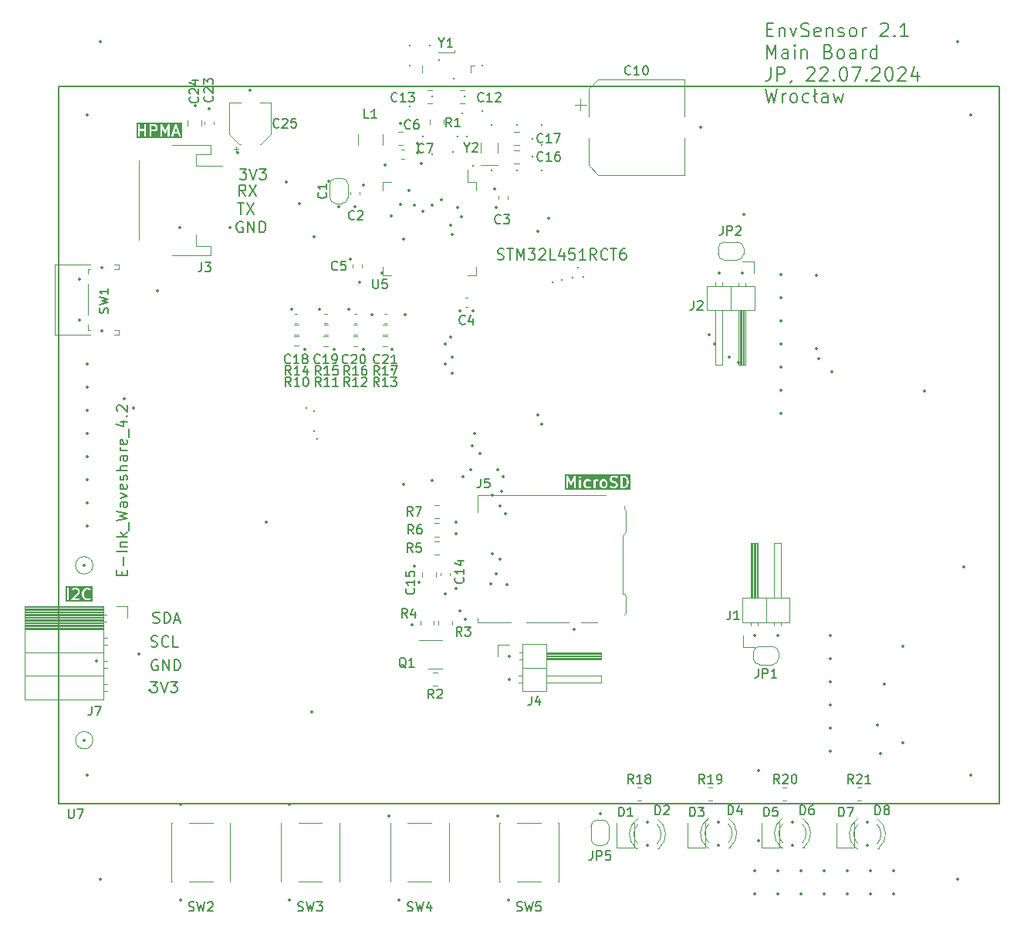
<source format=gto>
%TF.GenerationSoftware,KiCad,Pcbnew,7.0.9*%
%TF.CreationDate,2024-07-22T23:00:39+02:00*%
%TF.ProjectId,EnvSensor-Main-v2.1,456e7653-656e-4736-9f72-2d4d61696e2d,rev?*%
%TF.SameCoordinates,Original*%
%TF.FileFunction,Legend,Top*%
%TF.FilePolarity,Positive*%
%FSLAX46Y46*%
G04 Gerber Fmt 4.6, Leading zero omitted, Abs format (unit mm)*
G04 Created by KiCad (PCBNEW 7.0.9) date 2024-07-22 23:00:39*
%MOMM*%
%LPD*%
G01*
G04 APERTURE LIST*
%ADD10C,0.200000*%
%ADD11C,0.150000*%
%ADD12C,0.120000*%
%ADD13C,0.350000*%
%ADD14C,0.300000*%
G04 APERTURE END LIST*
D10*
G36*
X23087490Y-85516171D02*
G01*
X20145863Y-85516171D01*
X20145863Y-85244742D01*
X20317292Y-85244742D01*
X20336390Y-85303521D01*
X20386390Y-85339848D01*
X20448194Y-85339848D01*
X20498194Y-85303521D01*
X20517292Y-85244742D01*
X20517292Y-85229099D01*
X20775666Y-85229099D01*
X20779329Y-85252226D01*
X20779329Y-85275644D01*
X20784071Y-85282171D01*
X20785334Y-85290141D01*
X20801890Y-85306697D01*
X20815656Y-85325644D01*
X20823330Y-85328137D01*
X20829036Y-85333843D01*
X20852165Y-85337506D01*
X20874435Y-85344742D01*
X21617292Y-85344742D01*
X21676071Y-85325644D01*
X21712398Y-85275644D01*
X21712398Y-85213840D01*
X21676071Y-85163840D01*
X21617292Y-85144742D01*
X21115857Y-85144742D01*
X21530142Y-84730457D01*
X21974435Y-84730457D01*
X21978281Y-84742294D01*
X21977421Y-84754711D01*
X22034564Y-84983282D01*
X22040475Y-84992728D01*
X22042135Y-85003749D01*
X22099278Y-85118036D01*
X22110652Y-85129584D01*
X22118010Y-85144024D01*
X22232295Y-85258310D01*
X22252836Y-85268776D01*
X22271384Y-85282468D01*
X22442813Y-85339611D01*
X22459021Y-85339734D01*
X22474435Y-85344742D01*
X22588721Y-85344742D01*
X22604136Y-85339733D01*
X22620343Y-85339610D01*
X22791772Y-85282468D01*
X22810318Y-85268777D01*
X22830860Y-85258311D01*
X22888002Y-85201168D01*
X22916061Y-85146101D01*
X22906393Y-85085058D01*
X22862691Y-85041356D01*
X22801648Y-85031688D01*
X22746581Y-85059747D01*
X22706130Y-85100196D01*
X22572495Y-85144742D01*
X22490662Y-85144742D01*
X22357024Y-85100197D01*
X22270907Y-85014079D01*
X22225929Y-84924123D01*
X22174435Y-84718147D01*
X22174435Y-84571338D01*
X22225929Y-84365362D01*
X22270907Y-84275405D01*
X22357024Y-84189287D01*
X22490662Y-84144742D01*
X22572494Y-84144742D01*
X22706129Y-84189287D01*
X22746581Y-84229738D01*
X22801648Y-84257797D01*
X22862691Y-84248129D01*
X22906393Y-84204427D01*
X22916061Y-84143384D01*
X22888002Y-84088317D01*
X22830860Y-84031174D01*
X22810318Y-84020707D01*
X22791772Y-84007017D01*
X22620344Y-83949874D01*
X22604136Y-83949750D01*
X22588721Y-83944742D01*
X22474435Y-83944742D01*
X22459019Y-83949750D01*
X22442812Y-83949874D01*
X22271383Y-84007017D01*
X22252834Y-84020709D01*
X22232295Y-84031175D01*
X22118010Y-84145461D01*
X22110652Y-84159900D01*
X22099278Y-84171449D01*
X22042135Y-84285736D01*
X22040475Y-84296756D01*
X22034564Y-84306203D01*
X21977421Y-84534774D01*
X21978281Y-84547190D01*
X21974435Y-84559028D01*
X21974435Y-84730457D01*
X21530142Y-84730457D01*
X21630860Y-84629739D01*
X21641326Y-84609197D01*
X21655017Y-84590651D01*
X21712160Y-84419223D01*
X21712283Y-84403015D01*
X21717292Y-84387600D01*
X21717292Y-84273314D01*
X21710168Y-84251390D01*
X21706735Y-84228593D01*
X21649592Y-84114307D01*
X21638219Y-84102760D01*
X21630861Y-84088318D01*
X21573718Y-84031175D01*
X21559278Y-84023817D01*
X21547729Y-84012442D01*
X21433442Y-83955299D01*
X21410644Y-83951865D01*
X21388721Y-83944742D01*
X21103007Y-83944742D01*
X21081083Y-83951865D01*
X21058286Y-83955299D01*
X20944000Y-84012442D01*
X20932451Y-84023816D01*
X20918010Y-84031175D01*
X20860867Y-84088317D01*
X20832809Y-84143385D01*
X20842477Y-84204427D01*
X20886179Y-84248129D01*
X20947221Y-84257797D01*
X21002289Y-84229739D01*
X21047956Y-84184070D01*
X21126615Y-84144742D01*
X21365114Y-84144742D01*
X21443771Y-84184070D01*
X21477962Y-84218262D01*
X21517292Y-84296921D01*
X21517292Y-84371372D01*
X21472746Y-84505008D01*
X20803724Y-85174031D01*
X20793093Y-85194894D01*
X20779329Y-85213840D01*
X20779329Y-85221909D01*
X20775666Y-85229099D01*
X20517292Y-85229099D01*
X20517292Y-84044742D01*
X20498194Y-83985963D01*
X20448194Y-83949636D01*
X20386390Y-83949636D01*
X20336390Y-83985963D01*
X20317292Y-84044742D01*
X20317292Y-85244742D01*
X20145863Y-85244742D01*
X20145863Y-83773313D01*
X23087490Y-83773313D01*
X23087490Y-85516171D01*
G37*
X29760149Y-87787600D02*
X29931578Y-87844742D01*
X29931578Y-87844742D02*
X30217292Y-87844742D01*
X30217292Y-87844742D02*
X30331578Y-87787600D01*
X30331578Y-87787600D02*
X30388720Y-87730457D01*
X30388720Y-87730457D02*
X30445863Y-87616171D01*
X30445863Y-87616171D02*
X30445863Y-87501885D01*
X30445863Y-87501885D02*
X30388720Y-87387600D01*
X30388720Y-87387600D02*
X30331578Y-87330457D01*
X30331578Y-87330457D02*
X30217292Y-87273314D01*
X30217292Y-87273314D02*
X29988720Y-87216171D01*
X29988720Y-87216171D02*
X29874435Y-87159028D01*
X29874435Y-87159028D02*
X29817292Y-87101885D01*
X29817292Y-87101885D02*
X29760149Y-86987600D01*
X29760149Y-86987600D02*
X29760149Y-86873314D01*
X29760149Y-86873314D02*
X29817292Y-86759028D01*
X29817292Y-86759028D02*
X29874435Y-86701885D01*
X29874435Y-86701885D02*
X29988720Y-86644742D01*
X29988720Y-86644742D02*
X30274435Y-86644742D01*
X30274435Y-86644742D02*
X30445863Y-86701885D01*
X30960149Y-87844742D02*
X30960149Y-86644742D01*
X30960149Y-86644742D02*
X31245863Y-86644742D01*
X31245863Y-86644742D02*
X31417292Y-86701885D01*
X31417292Y-86701885D02*
X31531577Y-86816171D01*
X31531577Y-86816171D02*
X31588720Y-86930457D01*
X31588720Y-86930457D02*
X31645863Y-87159028D01*
X31645863Y-87159028D02*
X31645863Y-87330457D01*
X31645863Y-87330457D02*
X31588720Y-87559028D01*
X31588720Y-87559028D02*
X31531577Y-87673314D01*
X31531577Y-87673314D02*
X31417292Y-87787600D01*
X31417292Y-87787600D02*
X31245863Y-87844742D01*
X31245863Y-87844742D02*
X30960149Y-87844742D01*
X32103006Y-87501885D02*
X32674435Y-87501885D01*
X31988720Y-87844742D02*
X32388720Y-86644742D01*
X32388720Y-86644742D02*
X32788720Y-87844742D01*
X97088720Y-22675314D02*
X97588720Y-22675314D01*
X97803006Y-23461028D02*
X97088720Y-23461028D01*
X97088720Y-23461028D02*
X97088720Y-21961028D01*
X97088720Y-21961028D02*
X97803006Y-21961028D01*
X98445863Y-22461028D02*
X98445863Y-23461028D01*
X98445863Y-22603885D02*
X98517292Y-22532457D01*
X98517292Y-22532457D02*
X98660149Y-22461028D01*
X98660149Y-22461028D02*
X98874435Y-22461028D01*
X98874435Y-22461028D02*
X99017292Y-22532457D01*
X99017292Y-22532457D02*
X99088721Y-22675314D01*
X99088721Y-22675314D02*
X99088721Y-23461028D01*
X99660149Y-22461028D02*
X100017292Y-23461028D01*
X100017292Y-23461028D02*
X100374435Y-22461028D01*
X100874435Y-23389600D02*
X101088721Y-23461028D01*
X101088721Y-23461028D02*
X101445863Y-23461028D01*
X101445863Y-23461028D02*
X101588721Y-23389600D01*
X101588721Y-23389600D02*
X101660149Y-23318171D01*
X101660149Y-23318171D02*
X101731578Y-23175314D01*
X101731578Y-23175314D02*
X101731578Y-23032457D01*
X101731578Y-23032457D02*
X101660149Y-22889600D01*
X101660149Y-22889600D02*
X101588721Y-22818171D01*
X101588721Y-22818171D02*
X101445863Y-22746742D01*
X101445863Y-22746742D02*
X101160149Y-22675314D01*
X101160149Y-22675314D02*
X101017292Y-22603885D01*
X101017292Y-22603885D02*
X100945863Y-22532457D01*
X100945863Y-22532457D02*
X100874435Y-22389600D01*
X100874435Y-22389600D02*
X100874435Y-22246742D01*
X100874435Y-22246742D02*
X100945863Y-22103885D01*
X100945863Y-22103885D02*
X101017292Y-22032457D01*
X101017292Y-22032457D02*
X101160149Y-21961028D01*
X101160149Y-21961028D02*
X101517292Y-21961028D01*
X101517292Y-21961028D02*
X101731578Y-22032457D01*
X102945863Y-23389600D02*
X102803006Y-23461028D01*
X102803006Y-23461028D02*
X102517292Y-23461028D01*
X102517292Y-23461028D02*
X102374434Y-23389600D01*
X102374434Y-23389600D02*
X102303006Y-23246742D01*
X102303006Y-23246742D02*
X102303006Y-22675314D01*
X102303006Y-22675314D02*
X102374434Y-22532457D01*
X102374434Y-22532457D02*
X102517292Y-22461028D01*
X102517292Y-22461028D02*
X102803006Y-22461028D01*
X102803006Y-22461028D02*
X102945863Y-22532457D01*
X102945863Y-22532457D02*
X103017292Y-22675314D01*
X103017292Y-22675314D02*
X103017292Y-22818171D01*
X103017292Y-22818171D02*
X102303006Y-22961028D01*
X103660148Y-22461028D02*
X103660148Y-23461028D01*
X103660148Y-22603885D02*
X103731577Y-22532457D01*
X103731577Y-22532457D02*
X103874434Y-22461028D01*
X103874434Y-22461028D02*
X104088720Y-22461028D01*
X104088720Y-22461028D02*
X104231577Y-22532457D01*
X104231577Y-22532457D02*
X104303006Y-22675314D01*
X104303006Y-22675314D02*
X104303006Y-23461028D01*
X104945863Y-23389600D02*
X105088720Y-23461028D01*
X105088720Y-23461028D02*
X105374434Y-23461028D01*
X105374434Y-23461028D02*
X105517291Y-23389600D01*
X105517291Y-23389600D02*
X105588720Y-23246742D01*
X105588720Y-23246742D02*
X105588720Y-23175314D01*
X105588720Y-23175314D02*
X105517291Y-23032457D01*
X105517291Y-23032457D02*
X105374434Y-22961028D01*
X105374434Y-22961028D02*
X105160149Y-22961028D01*
X105160149Y-22961028D02*
X105017291Y-22889600D01*
X105017291Y-22889600D02*
X104945863Y-22746742D01*
X104945863Y-22746742D02*
X104945863Y-22675314D01*
X104945863Y-22675314D02*
X105017291Y-22532457D01*
X105017291Y-22532457D02*
X105160149Y-22461028D01*
X105160149Y-22461028D02*
X105374434Y-22461028D01*
X105374434Y-22461028D02*
X105517291Y-22532457D01*
X106445863Y-23461028D02*
X106303006Y-23389600D01*
X106303006Y-23389600D02*
X106231577Y-23318171D01*
X106231577Y-23318171D02*
X106160149Y-23175314D01*
X106160149Y-23175314D02*
X106160149Y-22746742D01*
X106160149Y-22746742D02*
X106231577Y-22603885D01*
X106231577Y-22603885D02*
X106303006Y-22532457D01*
X106303006Y-22532457D02*
X106445863Y-22461028D01*
X106445863Y-22461028D02*
X106660149Y-22461028D01*
X106660149Y-22461028D02*
X106803006Y-22532457D01*
X106803006Y-22532457D02*
X106874435Y-22603885D01*
X106874435Y-22603885D02*
X106945863Y-22746742D01*
X106945863Y-22746742D02*
X106945863Y-23175314D01*
X106945863Y-23175314D02*
X106874435Y-23318171D01*
X106874435Y-23318171D02*
X106803006Y-23389600D01*
X106803006Y-23389600D02*
X106660149Y-23461028D01*
X106660149Y-23461028D02*
X106445863Y-23461028D01*
X107588720Y-23461028D02*
X107588720Y-22461028D01*
X107588720Y-22746742D02*
X107660149Y-22603885D01*
X107660149Y-22603885D02*
X107731578Y-22532457D01*
X107731578Y-22532457D02*
X107874435Y-22461028D01*
X107874435Y-22461028D02*
X108017292Y-22461028D01*
X109588720Y-22103885D02*
X109660148Y-22032457D01*
X109660148Y-22032457D02*
X109803006Y-21961028D01*
X109803006Y-21961028D02*
X110160148Y-21961028D01*
X110160148Y-21961028D02*
X110303006Y-22032457D01*
X110303006Y-22032457D02*
X110374434Y-22103885D01*
X110374434Y-22103885D02*
X110445863Y-22246742D01*
X110445863Y-22246742D02*
X110445863Y-22389600D01*
X110445863Y-22389600D02*
X110374434Y-22603885D01*
X110374434Y-22603885D02*
X109517291Y-23461028D01*
X109517291Y-23461028D02*
X110445863Y-23461028D01*
X111088719Y-23318171D02*
X111160148Y-23389600D01*
X111160148Y-23389600D02*
X111088719Y-23461028D01*
X111088719Y-23461028D02*
X111017291Y-23389600D01*
X111017291Y-23389600D02*
X111088719Y-23318171D01*
X111088719Y-23318171D02*
X111088719Y-23461028D01*
X112588720Y-23461028D02*
X111731577Y-23461028D01*
X112160148Y-23461028D02*
X112160148Y-21961028D01*
X112160148Y-21961028D02*
X112017291Y-22175314D01*
X112017291Y-22175314D02*
X111874434Y-22318171D01*
X111874434Y-22318171D02*
X111731577Y-22389600D01*
X97088720Y-25876028D02*
X97088720Y-24376028D01*
X97088720Y-24376028D02*
X97588720Y-25447457D01*
X97588720Y-25447457D02*
X98088720Y-24376028D01*
X98088720Y-24376028D02*
X98088720Y-25876028D01*
X99445864Y-25876028D02*
X99445864Y-25090314D01*
X99445864Y-25090314D02*
X99374435Y-24947457D01*
X99374435Y-24947457D02*
X99231578Y-24876028D01*
X99231578Y-24876028D02*
X98945864Y-24876028D01*
X98945864Y-24876028D02*
X98803006Y-24947457D01*
X99445864Y-25804600D02*
X99303006Y-25876028D01*
X99303006Y-25876028D02*
X98945864Y-25876028D01*
X98945864Y-25876028D02*
X98803006Y-25804600D01*
X98803006Y-25804600D02*
X98731578Y-25661742D01*
X98731578Y-25661742D02*
X98731578Y-25518885D01*
X98731578Y-25518885D02*
X98803006Y-25376028D01*
X98803006Y-25376028D02*
X98945864Y-25304600D01*
X98945864Y-25304600D02*
X99303006Y-25304600D01*
X99303006Y-25304600D02*
X99445864Y-25233171D01*
X100160149Y-25876028D02*
X100160149Y-24876028D01*
X100160149Y-24376028D02*
X100088721Y-24447457D01*
X100088721Y-24447457D02*
X100160149Y-24518885D01*
X100160149Y-24518885D02*
X100231578Y-24447457D01*
X100231578Y-24447457D02*
X100160149Y-24376028D01*
X100160149Y-24376028D02*
X100160149Y-24518885D01*
X100874435Y-24876028D02*
X100874435Y-25876028D01*
X100874435Y-25018885D02*
X100945864Y-24947457D01*
X100945864Y-24947457D02*
X101088721Y-24876028D01*
X101088721Y-24876028D02*
X101303007Y-24876028D01*
X101303007Y-24876028D02*
X101445864Y-24947457D01*
X101445864Y-24947457D02*
X101517293Y-25090314D01*
X101517293Y-25090314D02*
X101517293Y-25876028D01*
X103874435Y-25090314D02*
X104088721Y-25161742D01*
X104088721Y-25161742D02*
X104160150Y-25233171D01*
X104160150Y-25233171D02*
X104231578Y-25376028D01*
X104231578Y-25376028D02*
X104231578Y-25590314D01*
X104231578Y-25590314D02*
X104160150Y-25733171D01*
X104160150Y-25733171D02*
X104088721Y-25804600D01*
X104088721Y-25804600D02*
X103945864Y-25876028D01*
X103945864Y-25876028D02*
X103374435Y-25876028D01*
X103374435Y-25876028D02*
X103374435Y-24376028D01*
X103374435Y-24376028D02*
X103874435Y-24376028D01*
X103874435Y-24376028D02*
X104017293Y-24447457D01*
X104017293Y-24447457D02*
X104088721Y-24518885D01*
X104088721Y-24518885D02*
X104160150Y-24661742D01*
X104160150Y-24661742D02*
X104160150Y-24804600D01*
X104160150Y-24804600D02*
X104088721Y-24947457D01*
X104088721Y-24947457D02*
X104017293Y-25018885D01*
X104017293Y-25018885D02*
X103874435Y-25090314D01*
X103874435Y-25090314D02*
X103374435Y-25090314D01*
X105088721Y-25876028D02*
X104945864Y-25804600D01*
X104945864Y-25804600D02*
X104874435Y-25733171D01*
X104874435Y-25733171D02*
X104803007Y-25590314D01*
X104803007Y-25590314D02*
X104803007Y-25161742D01*
X104803007Y-25161742D02*
X104874435Y-25018885D01*
X104874435Y-25018885D02*
X104945864Y-24947457D01*
X104945864Y-24947457D02*
X105088721Y-24876028D01*
X105088721Y-24876028D02*
X105303007Y-24876028D01*
X105303007Y-24876028D02*
X105445864Y-24947457D01*
X105445864Y-24947457D02*
X105517293Y-25018885D01*
X105517293Y-25018885D02*
X105588721Y-25161742D01*
X105588721Y-25161742D02*
X105588721Y-25590314D01*
X105588721Y-25590314D02*
X105517293Y-25733171D01*
X105517293Y-25733171D02*
X105445864Y-25804600D01*
X105445864Y-25804600D02*
X105303007Y-25876028D01*
X105303007Y-25876028D02*
X105088721Y-25876028D01*
X106874436Y-25876028D02*
X106874436Y-25090314D01*
X106874436Y-25090314D02*
X106803007Y-24947457D01*
X106803007Y-24947457D02*
X106660150Y-24876028D01*
X106660150Y-24876028D02*
X106374436Y-24876028D01*
X106374436Y-24876028D02*
X106231578Y-24947457D01*
X106874436Y-25804600D02*
X106731578Y-25876028D01*
X106731578Y-25876028D02*
X106374436Y-25876028D01*
X106374436Y-25876028D02*
X106231578Y-25804600D01*
X106231578Y-25804600D02*
X106160150Y-25661742D01*
X106160150Y-25661742D02*
X106160150Y-25518885D01*
X106160150Y-25518885D02*
X106231578Y-25376028D01*
X106231578Y-25376028D02*
X106374436Y-25304600D01*
X106374436Y-25304600D02*
X106731578Y-25304600D01*
X106731578Y-25304600D02*
X106874436Y-25233171D01*
X107588721Y-25876028D02*
X107588721Y-24876028D01*
X107588721Y-25161742D02*
X107660150Y-25018885D01*
X107660150Y-25018885D02*
X107731579Y-24947457D01*
X107731579Y-24947457D02*
X107874436Y-24876028D01*
X107874436Y-24876028D02*
X108017293Y-24876028D01*
X109160150Y-25876028D02*
X109160150Y-24376028D01*
X109160150Y-25804600D02*
X109017292Y-25876028D01*
X109017292Y-25876028D02*
X108731578Y-25876028D01*
X108731578Y-25876028D02*
X108588721Y-25804600D01*
X108588721Y-25804600D02*
X108517292Y-25733171D01*
X108517292Y-25733171D02*
X108445864Y-25590314D01*
X108445864Y-25590314D02*
X108445864Y-25161742D01*
X108445864Y-25161742D02*
X108517292Y-25018885D01*
X108517292Y-25018885D02*
X108588721Y-24947457D01*
X108588721Y-24947457D02*
X108731578Y-24876028D01*
X108731578Y-24876028D02*
X109017292Y-24876028D01*
X109017292Y-24876028D02*
X109160150Y-24947457D01*
X97517292Y-26791028D02*
X97517292Y-27862457D01*
X97517292Y-27862457D02*
X97445863Y-28076742D01*
X97445863Y-28076742D02*
X97303006Y-28219600D01*
X97303006Y-28219600D02*
X97088720Y-28291028D01*
X97088720Y-28291028D02*
X96945863Y-28291028D01*
X98231577Y-28291028D02*
X98231577Y-26791028D01*
X98231577Y-26791028D02*
X98803006Y-26791028D01*
X98803006Y-26791028D02*
X98945863Y-26862457D01*
X98945863Y-26862457D02*
X99017292Y-26933885D01*
X99017292Y-26933885D02*
X99088720Y-27076742D01*
X99088720Y-27076742D02*
X99088720Y-27291028D01*
X99088720Y-27291028D02*
X99017292Y-27433885D01*
X99017292Y-27433885D02*
X98945863Y-27505314D01*
X98945863Y-27505314D02*
X98803006Y-27576742D01*
X98803006Y-27576742D02*
X98231577Y-27576742D01*
X99803006Y-28219600D02*
X99803006Y-28291028D01*
X99803006Y-28291028D02*
X99731577Y-28433885D01*
X99731577Y-28433885D02*
X99660149Y-28505314D01*
X101517292Y-26933885D02*
X101588720Y-26862457D01*
X101588720Y-26862457D02*
X101731578Y-26791028D01*
X101731578Y-26791028D02*
X102088720Y-26791028D01*
X102088720Y-26791028D02*
X102231578Y-26862457D01*
X102231578Y-26862457D02*
X102303006Y-26933885D01*
X102303006Y-26933885D02*
X102374435Y-27076742D01*
X102374435Y-27076742D02*
X102374435Y-27219600D01*
X102374435Y-27219600D02*
X102303006Y-27433885D01*
X102303006Y-27433885D02*
X101445863Y-28291028D01*
X101445863Y-28291028D02*
X102374435Y-28291028D01*
X102945863Y-26933885D02*
X103017291Y-26862457D01*
X103017291Y-26862457D02*
X103160149Y-26791028D01*
X103160149Y-26791028D02*
X103517291Y-26791028D01*
X103517291Y-26791028D02*
X103660149Y-26862457D01*
X103660149Y-26862457D02*
X103731577Y-26933885D01*
X103731577Y-26933885D02*
X103803006Y-27076742D01*
X103803006Y-27076742D02*
X103803006Y-27219600D01*
X103803006Y-27219600D02*
X103731577Y-27433885D01*
X103731577Y-27433885D02*
X102874434Y-28291028D01*
X102874434Y-28291028D02*
X103803006Y-28291028D01*
X104445862Y-28148171D02*
X104517291Y-28219600D01*
X104517291Y-28219600D02*
X104445862Y-28291028D01*
X104445862Y-28291028D02*
X104374434Y-28219600D01*
X104374434Y-28219600D02*
X104445862Y-28148171D01*
X104445862Y-28148171D02*
X104445862Y-28291028D01*
X105445863Y-26791028D02*
X105588720Y-26791028D01*
X105588720Y-26791028D02*
X105731577Y-26862457D01*
X105731577Y-26862457D02*
X105803006Y-26933885D01*
X105803006Y-26933885D02*
X105874434Y-27076742D01*
X105874434Y-27076742D02*
X105945863Y-27362457D01*
X105945863Y-27362457D02*
X105945863Y-27719600D01*
X105945863Y-27719600D02*
X105874434Y-28005314D01*
X105874434Y-28005314D02*
X105803006Y-28148171D01*
X105803006Y-28148171D02*
X105731577Y-28219600D01*
X105731577Y-28219600D02*
X105588720Y-28291028D01*
X105588720Y-28291028D02*
X105445863Y-28291028D01*
X105445863Y-28291028D02*
X105303006Y-28219600D01*
X105303006Y-28219600D02*
X105231577Y-28148171D01*
X105231577Y-28148171D02*
X105160148Y-28005314D01*
X105160148Y-28005314D02*
X105088720Y-27719600D01*
X105088720Y-27719600D02*
X105088720Y-27362457D01*
X105088720Y-27362457D02*
X105160148Y-27076742D01*
X105160148Y-27076742D02*
X105231577Y-26933885D01*
X105231577Y-26933885D02*
X105303006Y-26862457D01*
X105303006Y-26862457D02*
X105445863Y-26791028D01*
X106445862Y-26791028D02*
X107445862Y-26791028D01*
X107445862Y-26791028D02*
X106803005Y-28291028D01*
X108017290Y-28148171D02*
X108088719Y-28219600D01*
X108088719Y-28219600D02*
X108017290Y-28291028D01*
X108017290Y-28291028D02*
X107945862Y-28219600D01*
X107945862Y-28219600D02*
X108017290Y-28148171D01*
X108017290Y-28148171D02*
X108017290Y-28291028D01*
X108660148Y-26933885D02*
X108731576Y-26862457D01*
X108731576Y-26862457D02*
X108874434Y-26791028D01*
X108874434Y-26791028D02*
X109231576Y-26791028D01*
X109231576Y-26791028D02*
X109374434Y-26862457D01*
X109374434Y-26862457D02*
X109445862Y-26933885D01*
X109445862Y-26933885D02*
X109517291Y-27076742D01*
X109517291Y-27076742D02*
X109517291Y-27219600D01*
X109517291Y-27219600D02*
X109445862Y-27433885D01*
X109445862Y-27433885D02*
X108588719Y-28291028D01*
X108588719Y-28291028D02*
X109517291Y-28291028D01*
X110445862Y-26791028D02*
X110588719Y-26791028D01*
X110588719Y-26791028D02*
X110731576Y-26862457D01*
X110731576Y-26862457D02*
X110803005Y-26933885D01*
X110803005Y-26933885D02*
X110874433Y-27076742D01*
X110874433Y-27076742D02*
X110945862Y-27362457D01*
X110945862Y-27362457D02*
X110945862Y-27719600D01*
X110945862Y-27719600D02*
X110874433Y-28005314D01*
X110874433Y-28005314D02*
X110803005Y-28148171D01*
X110803005Y-28148171D02*
X110731576Y-28219600D01*
X110731576Y-28219600D02*
X110588719Y-28291028D01*
X110588719Y-28291028D02*
X110445862Y-28291028D01*
X110445862Y-28291028D02*
X110303005Y-28219600D01*
X110303005Y-28219600D02*
X110231576Y-28148171D01*
X110231576Y-28148171D02*
X110160147Y-28005314D01*
X110160147Y-28005314D02*
X110088719Y-27719600D01*
X110088719Y-27719600D02*
X110088719Y-27362457D01*
X110088719Y-27362457D02*
X110160147Y-27076742D01*
X110160147Y-27076742D02*
X110231576Y-26933885D01*
X110231576Y-26933885D02*
X110303005Y-26862457D01*
X110303005Y-26862457D02*
X110445862Y-26791028D01*
X111517290Y-26933885D02*
X111588718Y-26862457D01*
X111588718Y-26862457D02*
X111731576Y-26791028D01*
X111731576Y-26791028D02*
X112088718Y-26791028D01*
X112088718Y-26791028D02*
X112231576Y-26862457D01*
X112231576Y-26862457D02*
X112303004Y-26933885D01*
X112303004Y-26933885D02*
X112374433Y-27076742D01*
X112374433Y-27076742D02*
X112374433Y-27219600D01*
X112374433Y-27219600D02*
X112303004Y-27433885D01*
X112303004Y-27433885D02*
X111445861Y-28291028D01*
X111445861Y-28291028D02*
X112374433Y-28291028D01*
X113660147Y-27291028D02*
X113660147Y-28291028D01*
X113303004Y-26719600D02*
X112945861Y-27791028D01*
X112945861Y-27791028D02*
X113874432Y-27791028D01*
X96945863Y-29206028D02*
X97303006Y-30706028D01*
X97303006Y-30706028D02*
X97588720Y-29634600D01*
X97588720Y-29634600D02*
X97874435Y-30706028D01*
X97874435Y-30706028D02*
X98231578Y-29206028D01*
X98803006Y-30706028D02*
X98803006Y-29706028D01*
X98803006Y-29991742D02*
X98874435Y-29848885D01*
X98874435Y-29848885D02*
X98945864Y-29777457D01*
X98945864Y-29777457D02*
X99088721Y-29706028D01*
X99088721Y-29706028D02*
X99231578Y-29706028D01*
X99945863Y-30706028D02*
X99803006Y-30634600D01*
X99803006Y-30634600D02*
X99731577Y-30563171D01*
X99731577Y-30563171D02*
X99660149Y-30420314D01*
X99660149Y-30420314D02*
X99660149Y-29991742D01*
X99660149Y-29991742D02*
X99731577Y-29848885D01*
X99731577Y-29848885D02*
X99803006Y-29777457D01*
X99803006Y-29777457D02*
X99945863Y-29706028D01*
X99945863Y-29706028D02*
X100160149Y-29706028D01*
X100160149Y-29706028D02*
X100303006Y-29777457D01*
X100303006Y-29777457D02*
X100374435Y-29848885D01*
X100374435Y-29848885D02*
X100445863Y-29991742D01*
X100445863Y-29991742D02*
X100445863Y-30420314D01*
X100445863Y-30420314D02*
X100374435Y-30563171D01*
X100374435Y-30563171D02*
X100303006Y-30634600D01*
X100303006Y-30634600D02*
X100160149Y-30706028D01*
X100160149Y-30706028D02*
X99945863Y-30706028D01*
X101731578Y-30634600D02*
X101588720Y-30706028D01*
X101588720Y-30706028D02*
X101303006Y-30706028D01*
X101303006Y-30706028D02*
X101160149Y-30634600D01*
X101160149Y-30634600D02*
X101088720Y-30563171D01*
X101088720Y-30563171D02*
X101017292Y-30420314D01*
X101017292Y-30420314D02*
X101017292Y-29991742D01*
X101017292Y-29991742D02*
X101088720Y-29848885D01*
X101088720Y-29848885D02*
X101160149Y-29777457D01*
X101160149Y-29777457D02*
X101303006Y-29706028D01*
X101303006Y-29706028D02*
X101588720Y-29706028D01*
X101588720Y-29706028D02*
X101731578Y-29777457D01*
X102588720Y-30706028D02*
X102445863Y-30634600D01*
X102445863Y-30634600D02*
X102374434Y-30491742D01*
X102374434Y-30491742D02*
X102374434Y-29206028D01*
X102160149Y-29991742D02*
X102588720Y-29706028D01*
X103803006Y-30706028D02*
X103803006Y-29920314D01*
X103803006Y-29920314D02*
X103731577Y-29777457D01*
X103731577Y-29777457D02*
X103588720Y-29706028D01*
X103588720Y-29706028D02*
X103303006Y-29706028D01*
X103303006Y-29706028D02*
X103160148Y-29777457D01*
X103803006Y-30634600D02*
X103660148Y-30706028D01*
X103660148Y-30706028D02*
X103303006Y-30706028D01*
X103303006Y-30706028D02*
X103160148Y-30634600D01*
X103160148Y-30634600D02*
X103088720Y-30491742D01*
X103088720Y-30491742D02*
X103088720Y-30348885D01*
X103088720Y-30348885D02*
X103160148Y-30206028D01*
X103160148Y-30206028D02*
X103303006Y-30134600D01*
X103303006Y-30134600D02*
X103660148Y-30134600D01*
X103660148Y-30134600D02*
X103803006Y-30063171D01*
X104374434Y-29706028D02*
X104660149Y-30706028D01*
X104660149Y-30706028D02*
X104945863Y-29991742D01*
X104945863Y-29991742D02*
X105231577Y-30706028D01*
X105231577Y-30706028D02*
X105517291Y-29706028D01*
X26316171Y-82582707D02*
X26316171Y-82182707D01*
X26944742Y-82011279D02*
X26944742Y-82582707D01*
X26944742Y-82582707D02*
X25744742Y-82582707D01*
X25744742Y-82582707D02*
X25744742Y-82011279D01*
X26487600Y-81496993D02*
X26487600Y-80582708D01*
X26944742Y-80011279D02*
X25744742Y-80011279D01*
X26144742Y-79439850D02*
X26944742Y-79439850D01*
X26259028Y-79439850D02*
X26201885Y-79382707D01*
X26201885Y-79382707D02*
X26144742Y-79268422D01*
X26144742Y-79268422D02*
X26144742Y-79096993D01*
X26144742Y-79096993D02*
X26201885Y-78982707D01*
X26201885Y-78982707D02*
X26316171Y-78925565D01*
X26316171Y-78925565D02*
X26944742Y-78925565D01*
X26944742Y-78354136D02*
X25744742Y-78354136D01*
X26487600Y-78239851D02*
X26944742Y-77896993D01*
X26144742Y-77896993D02*
X26601885Y-78354136D01*
X27059028Y-77668422D02*
X27059028Y-76754136D01*
X25744742Y-76582707D02*
X26944742Y-76296993D01*
X26944742Y-76296993D02*
X26087600Y-76068421D01*
X26087600Y-76068421D02*
X26944742Y-75839850D01*
X26944742Y-75839850D02*
X25744742Y-75554136D01*
X26944742Y-74582707D02*
X26316171Y-74582707D01*
X26316171Y-74582707D02*
X26201885Y-74639849D01*
X26201885Y-74639849D02*
X26144742Y-74754135D01*
X26144742Y-74754135D02*
X26144742Y-74982707D01*
X26144742Y-74982707D02*
X26201885Y-75096992D01*
X26887600Y-74582707D02*
X26944742Y-74696992D01*
X26944742Y-74696992D02*
X26944742Y-74982707D01*
X26944742Y-74982707D02*
X26887600Y-75096992D01*
X26887600Y-75096992D02*
X26773314Y-75154135D01*
X26773314Y-75154135D02*
X26659028Y-75154135D01*
X26659028Y-75154135D02*
X26544742Y-75096992D01*
X26544742Y-75096992D02*
X26487600Y-74982707D01*
X26487600Y-74982707D02*
X26487600Y-74696992D01*
X26487600Y-74696992D02*
X26430457Y-74582707D01*
X26144742Y-74125564D02*
X26944742Y-73839850D01*
X26944742Y-73839850D02*
X26144742Y-73554135D01*
X26887600Y-72639849D02*
X26944742Y-72754135D01*
X26944742Y-72754135D02*
X26944742Y-72982707D01*
X26944742Y-72982707D02*
X26887600Y-73096992D01*
X26887600Y-73096992D02*
X26773314Y-73154135D01*
X26773314Y-73154135D02*
X26316171Y-73154135D01*
X26316171Y-73154135D02*
X26201885Y-73096992D01*
X26201885Y-73096992D02*
X26144742Y-72982707D01*
X26144742Y-72982707D02*
X26144742Y-72754135D01*
X26144742Y-72754135D02*
X26201885Y-72639849D01*
X26201885Y-72639849D02*
X26316171Y-72582707D01*
X26316171Y-72582707D02*
X26430457Y-72582707D01*
X26430457Y-72582707D02*
X26544742Y-73154135D01*
X26887600Y-72125564D02*
X26944742Y-72011278D01*
X26944742Y-72011278D02*
X26944742Y-71782707D01*
X26944742Y-71782707D02*
X26887600Y-71668421D01*
X26887600Y-71668421D02*
X26773314Y-71611278D01*
X26773314Y-71611278D02*
X26716171Y-71611278D01*
X26716171Y-71611278D02*
X26601885Y-71668421D01*
X26601885Y-71668421D02*
X26544742Y-71782707D01*
X26544742Y-71782707D02*
X26544742Y-71954136D01*
X26544742Y-71954136D02*
X26487600Y-72068421D01*
X26487600Y-72068421D02*
X26373314Y-72125564D01*
X26373314Y-72125564D02*
X26316171Y-72125564D01*
X26316171Y-72125564D02*
X26201885Y-72068421D01*
X26201885Y-72068421D02*
X26144742Y-71954136D01*
X26144742Y-71954136D02*
X26144742Y-71782707D01*
X26144742Y-71782707D02*
X26201885Y-71668421D01*
X26944742Y-71096992D02*
X25744742Y-71096992D01*
X26944742Y-70582707D02*
X26316171Y-70582707D01*
X26316171Y-70582707D02*
X26201885Y-70639849D01*
X26201885Y-70639849D02*
X26144742Y-70754135D01*
X26144742Y-70754135D02*
X26144742Y-70925564D01*
X26144742Y-70925564D02*
X26201885Y-71039849D01*
X26201885Y-71039849D02*
X26259028Y-71096992D01*
X26944742Y-69496993D02*
X26316171Y-69496993D01*
X26316171Y-69496993D02*
X26201885Y-69554135D01*
X26201885Y-69554135D02*
X26144742Y-69668421D01*
X26144742Y-69668421D02*
X26144742Y-69896993D01*
X26144742Y-69896993D02*
X26201885Y-70011278D01*
X26887600Y-69496993D02*
X26944742Y-69611278D01*
X26944742Y-69611278D02*
X26944742Y-69896993D01*
X26944742Y-69896993D02*
X26887600Y-70011278D01*
X26887600Y-70011278D02*
X26773314Y-70068421D01*
X26773314Y-70068421D02*
X26659028Y-70068421D01*
X26659028Y-70068421D02*
X26544742Y-70011278D01*
X26544742Y-70011278D02*
X26487600Y-69896993D01*
X26487600Y-69896993D02*
X26487600Y-69611278D01*
X26487600Y-69611278D02*
X26430457Y-69496993D01*
X26944742Y-68925564D02*
X26144742Y-68925564D01*
X26373314Y-68925564D02*
X26259028Y-68868421D01*
X26259028Y-68868421D02*
X26201885Y-68811279D01*
X26201885Y-68811279D02*
X26144742Y-68696993D01*
X26144742Y-68696993D02*
X26144742Y-68582707D01*
X26887600Y-67725564D02*
X26944742Y-67839850D01*
X26944742Y-67839850D02*
X26944742Y-68068422D01*
X26944742Y-68068422D02*
X26887600Y-68182707D01*
X26887600Y-68182707D02*
X26773314Y-68239850D01*
X26773314Y-68239850D02*
X26316171Y-68239850D01*
X26316171Y-68239850D02*
X26201885Y-68182707D01*
X26201885Y-68182707D02*
X26144742Y-68068422D01*
X26144742Y-68068422D02*
X26144742Y-67839850D01*
X26144742Y-67839850D02*
X26201885Y-67725564D01*
X26201885Y-67725564D02*
X26316171Y-67668422D01*
X26316171Y-67668422D02*
X26430457Y-67668422D01*
X26430457Y-67668422D02*
X26544742Y-68239850D01*
X27059028Y-67439851D02*
X27059028Y-66525565D01*
X26144742Y-65725565D02*
X26944742Y-65725565D01*
X25687600Y-66011279D02*
X26544742Y-66296993D01*
X26544742Y-66296993D02*
X26544742Y-65554136D01*
X26830457Y-65096993D02*
X26887600Y-65039850D01*
X26887600Y-65039850D02*
X26944742Y-65096993D01*
X26944742Y-65096993D02*
X26887600Y-65154136D01*
X26887600Y-65154136D02*
X26830457Y-65096993D01*
X26830457Y-65096993D02*
X26944742Y-65096993D01*
X25859028Y-64582707D02*
X25801885Y-64525564D01*
X25801885Y-64525564D02*
X25744742Y-64411279D01*
X25744742Y-64411279D02*
X25744742Y-64125564D01*
X25744742Y-64125564D02*
X25801885Y-64011279D01*
X25801885Y-64011279D02*
X25859028Y-63954136D01*
X25859028Y-63954136D02*
X25973314Y-63896993D01*
X25973314Y-63896993D02*
X26087600Y-63896993D01*
X26087600Y-63896993D02*
X26259028Y-63954136D01*
X26259028Y-63954136D02*
X26944742Y-64639850D01*
X26944742Y-64639850D02*
X26944742Y-63896993D01*
X39595863Y-43801885D02*
X39481578Y-43744742D01*
X39481578Y-43744742D02*
X39310149Y-43744742D01*
X39310149Y-43744742D02*
X39138720Y-43801885D01*
X39138720Y-43801885D02*
X39024435Y-43916171D01*
X39024435Y-43916171D02*
X38967292Y-44030457D01*
X38967292Y-44030457D02*
X38910149Y-44259028D01*
X38910149Y-44259028D02*
X38910149Y-44430457D01*
X38910149Y-44430457D02*
X38967292Y-44659028D01*
X38967292Y-44659028D02*
X39024435Y-44773314D01*
X39024435Y-44773314D02*
X39138720Y-44887600D01*
X39138720Y-44887600D02*
X39310149Y-44944742D01*
X39310149Y-44944742D02*
X39424435Y-44944742D01*
X39424435Y-44944742D02*
X39595863Y-44887600D01*
X39595863Y-44887600D02*
X39653006Y-44830457D01*
X39653006Y-44830457D02*
X39653006Y-44430457D01*
X39653006Y-44430457D02*
X39424435Y-44430457D01*
X40167292Y-44944742D02*
X40167292Y-43744742D01*
X40167292Y-43744742D02*
X40853006Y-44944742D01*
X40853006Y-44944742D02*
X40853006Y-43744742D01*
X41424435Y-44944742D02*
X41424435Y-43744742D01*
X41424435Y-43744742D02*
X41710149Y-43744742D01*
X41710149Y-43744742D02*
X41881578Y-43801885D01*
X41881578Y-43801885D02*
X41995863Y-43916171D01*
X41995863Y-43916171D02*
X42053006Y-44030457D01*
X42053006Y-44030457D02*
X42110149Y-44259028D01*
X42110149Y-44259028D02*
X42110149Y-44430457D01*
X42110149Y-44430457D02*
X42053006Y-44659028D01*
X42053006Y-44659028D02*
X41995863Y-44773314D01*
X41995863Y-44773314D02*
X41881578Y-44887600D01*
X41881578Y-44887600D02*
X41710149Y-44944742D01*
X41710149Y-44944742D02*
X41424435Y-44944742D01*
X30245863Y-91901885D02*
X30131578Y-91844742D01*
X30131578Y-91844742D02*
X29960149Y-91844742D01*
X29960149Y-91844742D02*
X29788720Y-91901885D01*
X29788720Y-91901885D02*
X29674435Y-92016171D01*
X29674435Y-92016171D02*
X29617292Y-92130457D01*
X29617292Y-92130457D02*
X29560149Y-92359028D01*
X29560149Y-92359028D02*
X29560149Y-92530457D01*
X29560149Y-92530457D02*
X29617292Y-92759028D01*
X29617292Y-92759028D02*
X29674435Y-92873314D01*
X29674435Y-92873314D02*
X29788720Y-92987600D01*
X29788720Y-92987600D02*
X29960149Y-93044742D01*
X29960149Y-93044742D02*
X30074435Y-93044742D01*
X30074435Y-93044742D02*
X30245863Y-92987600D01*
X30245863Y-92987600D02*
X30303006Y-92930457D01*
X30303006Y-92930457D02*
X30303006Y-92530457D01*
X30303006Y-92530457D02*
X30074435Y-92530457D01*
X30817292Y-93044742D02*
X30817292Y-91844742D01*
X30817292Y-91844742D02*
X31503006Y-93044742D01*
X31503006Y-93044742D02*
X31503006Y-91844742D01*
X32074435Y-93044742D02*
X32074435Y-91844742D01*
X32074435Y-91844742D02*
X32360149Y-91844742D01*
X32360149Y-91844742D02*
X32531578Y-91901885D01*
X32531578Y-91901885D02*
X32645863Y-92016171D01*
X32645863Y-92016171D02*
X32703006Y-92130457D01*
X32703006Y-92130457D02*
X32760149Y-92359028D01*
X32760149Y-92359028D02*
X32760149Y-92530457D01*
X32760149Y-92530457D02*
X32703006Y-92759028D01*
X32703006Y-92759028D02*
X32645863Y-92873314D01*
X32645863Y-92873314D02*
X32531578Y-92987600D01*
X32531578Y-92987600D02*
X32360149Y-93044742D01*
X32360149Y-93044742D02*
X32074435Y-93044742D01*
X67560149Y-47887600D02*
X67731578Y-47944742D01*
X67731578Y-47944742D02*
X68017292Y-47944742D01*
X68017292Y-47944742D02*
X68131578Y-47887600D01*
X68131578Y-47887600D02*
X68188720Y-47830457D01*
X68188720Y-47830457D02*
X68245863Y-47716171D01*
X68245863Y-47716171D02*
X68245863Y-47601885D01*
X68245863Y-47601885D02*
X68188720Y-47487600D01*
X68188720Y-47487600D02*
X68131578Y-47430457D01*
X68131578Y-47430457D02*
X68017292Y-47373314D01*
X68017292Y-47373314D02*
X67788720Y-47316171D01*
X67788720Y-47316171D02*
X67674435Y-47259028D01*
X67674435Y-47259028D02*
X67617292Y-47201885D01*
X67617292Y-47201885D02*
X67560149Y-47087600D01*
X67560149Y-47087600D02*
X67560149Y-46973314D01*
X67560149Y-46973314D02*
X67617292Y-46859028D01*
X67617292Y-46859028D02*
X67674435Y-46801885D01*
X67674435Y-46801885D02*
X67788720Y-46744742D01*
X67788720Y-46744742D02*
X68074435Y-46744742D01*
X68074435Y-46744742D02*
X68245863Y-46801885D01*
X68588720Y-46744742D02*
X69274435Y-46744742D01*
X68931577Y-47944742D02*
X68931577Y-46744742D01*
X69674435Y-47944742D02*
X69674435Y-46744742D01*
X69674435Y-46744742D02*
X70074435Y-47601885D01*
X70074435Y-47601885D02*
X70474435Y-46744742D01*
X70474435Y-46744742D02*
X70474435Y-47944742D01*
X70931578Y-46744742D02*
X71674435Y-46744742D01*
X71674435Y-46744742D02*
X71274435Y-47201885D01*
X71274435Y-47201885D02*
X71445864Y-47201885D01*
X71445864Y-47201885D02*
X71560150Y-47259028D01*
X71560150Y-47259028D02*
X71617292Y-47316171D01*
X71617292Y-47316171D02*
X71674435Y-47430457D01*
X71674435Y-47430457D02*
X71674435Y-47716171D01*
X71674435Y-47716171D02*
X71617292Y-47830457D01*
X71617292Y-47830457D02*
X71560150Y-47887600D01*
X71560150Y-47887600D02*
X71445864Y-47944742D01*
X71445864Y-47944742D02*
X71103007Y-47944742D01*
X71103007Y-47944742D02*
X70988721Y-47887600D01*
X70988721Y-47887600D02*
X70931578Y-47830457D01*
X72131578Y-46859028D02*
X72188721Y-46801885D01*
X72188721Y-46801885D02*
X72303007Y-46744742D01*
X72303007Y-46744742D02*
X72588721Y-46744742D01*
X72588721Y-46744742D02*
X72703007Y-46801885D01*
X72703007Y-46801885D02*
X72760149Y-46859028D01*
X72760149Y-46859028D02*
X72817292Y-46973314D01*
X72817292Y-46973314D02*
X72817292Y-47087600D01*
X72817292Y-47087600D02*
X72760149Y-47259028D01*
X72760149Y-47259028D02*
X72074435Y-47944742D01*
X72074435Y-47944742D02*
X72817292Y-47944742D01*
X73903006Y-47944742D02*
X73331578Y-47944742D01*
X73331578Y-47944742D02*
X73331578Y-46744742D01*
X74817293Y-47144742D02*
X74817293Y-47944742D01*
X74531578Y-46687600D02*
X74245864Y-47544742D01*
X74245864Y-47544742D02*
X74988721Y-47544742D01*
X76017292Y-46744742D02*
X75445864Y-46744742D01*
X75445864Y-46744742D02*
X75388721Y-47316171D01*
X75388721Y-47316171D02*
X75445864Y-47259028D01*
X75445864Y-47259028D02*
X75560150Y-47201885D01*
X75560150Y-47201885D02*
X75845864Y-47201885D01*
X75845864Y-47201885D02*
X75960150Y-47259028D01*
X75960150Y-47259028D02*
X76017292Y-47316171D01*
X76017292Y-47316171D02*
X76074435Y-47430457D01*
X76074435Y-47430457D02*
X76074435Y-47716171D01*
X76074435Y-47716171D02*
X76017292Y-47830457D01*
X76017292Y-47830457D02*
X75960150Y-47887600D01*
X75960150Y-47887600D02*
X75845864Y-47944742D01*
X75845864Y-47944742D02*
X75560150Y-47944742D01*
X75560150Y-47944742D02*
X75445864Y-47887600D01*
X75445864Y-47887600D02*
X75388721Y-47830457D01*
X77217292Y-47944742D02*
X76531578Y-47944742D01*
X76874435Y-47944742D02*
X76874435Y-46744742D01*
X76874435Y-46744742D02*
X76760149Y-46916171D01*
X76760149Y-46916171D02*
X76645864Y-47030457D01*
X76645864Y-47030457D02*
X76531578Y-47087600D01*
X78417292Y-47944742D02*
X78017292Y-47373314D01*
X77731578Y-47944742D02*
X77731578Y-46744742D01*
X77731578Y-46744742D02*
X78188721Y-46744742D01*
X78188721Y-46744742D02*
X78303006Y-46801885D01*
X78303006Y-46801885D02*
X78360149Y-46859028D01*
X78360149Y-46859028D02*
X78417292Y-46973314D01*
X78417292Y-46973314D02*
X78417292Y-47144742D01*
X78417292Y-47144742D02*
X78360149Y-47259028D01*
X78360149Y-47259028D02*
X78303006Y-47316171D01*
X78303006Y-47316171D02*
X78188721Y-47373314D01*
X78188721Y-47373314D02*
X77731578Y-47373314D01*
X79617292Y-47830457D02*
X79560149Y-47887600D01*
X79560149Y-47887600D02*
X79388721Y-47944742D01*
X79388721Y-47944742D02*
X79274435Y-47944742D01*
X79274435Y-47944742D02*
X79103006Y-47887600D01*
X79103006Y-47887600D02*
X78988721Y-47773314D01*
X78988721Y-47773314D02*
X78931578Y-47659028D01*
X78931578Y-47659028D02*
X78874435Y-47430457D01*
X78874435Y-47430457D02*
X78874435Y-47259028D01*
X78874435Y-47259028D02*
X78931578Y-47030457D01*
X78931578Y-47030457D02*
X78988721Y-46916171D01*
X78988721Y-46916171D02*
X79103006Y-46801885D01*
X79103006Y-46801885D02*
X79274435Y-46744742D01*
X79274435Y-46744742D02*
X79388721Y-46744742D01*
X79388721Y-46744742D02*
X79560149Y-46801885D01*
X79560149Y-46801885D02*
X79617292Y-46859028D01*
X79960149Y-46744742D02*
X80645864Y-46744742D01*
X80303006Y-47944742D02*
X80303006Y-46744742D01*
X81560150Y-46744742D02*
X81331578Y-46744742D01*
X81331578Y-46744742D02*
X81217292Y-46801885D01*
X81217292Y-46801885D02*
X81160150Y-46859028D01*
X81160150Y-46859028D02*
X81045864Y-47030457D01*
X81045864Y-47030457D02*
X80988721Y-47259028D01*
X80988721Y-47259028D02*
X80988721Y-47716171D01*
X80988721Y-47716171D02*
X81045864Y-47830457D01*
X81045864Y-47830457D02*
X81103007Y-47887600D01*
X81103007Y-47887600D02*
X81217292Y-47944742D01*
X81217292Y-47944742D02*
X81445864Y-47944742D01*
X81445864Y-47944742D02*
X81560150Y-47887600D01*
X81560150Y-47887600D02*
X81617292Y-47830457D01*
X81617292Y-47830457D02*
X81674435Y-47716171D01*
X81674435Y-47716171D02*
X81674435Y-47430457D01*
X81674435Y-47430457D02*
X81617292Y-47316171D01*
X81617292Y-47316171D02*
X81560150Y-47259028D01*
X81560150Y-47259028D02*
X81445864Y-47201885D01*
X81445864Y-47201885D02*
X81217292Y-47201885D01*
X81217292Y-47201885D02*
X81103007Y-47259028D01*
X81103007Y-47259028D02*
X81045864Y-47316171D01*
X81045864Y-47316171D02*
X80988721Y-47430457D01*
G36*
X79329484Y-72284070D02*
G01*
X79363677Y-72318263D01*
X79403006Y-72396920D01*
X79403006Y-72692564D01*
X79363677Y-72771221D01*
X79329484Y-72805414D01*
X79250828Y-72844742D01*
X79126613Y-72844742D01*
X79047956Y-72805414D01*
X79013763Y-72771220D01*
X78974435Y-72692564D01*
X78974435Y-72396921D01*
X79013763Y-72318264D01*
X79047955Y-72284071D01*
X79126613Y-72244742D01*
X79250828Y-72244742D01*
X79329484Y-72284070D01*
G37*
G36*
X81563273Y-71889287D02*
G01*
X81649390Y-71975405D01*
X81694368Y-72065362D01*
X81745863Y-72271338D01*
X81745863Y-72418146D01*
X81694368Y-72624122D01*
X81649390Y-72714079D01*
X81563274Y-72800196D01*
X81429637Y-72844742D01*
X81260149Y-72844742D01*
X81260149Y-71844742D01*
X81429636Y-71844742D01*
X81563273Y-71889287D01*
G37*
G36*
X82117292Y-73216171D02*
G01*
X74945863Y-73216171D01*
X74945863Y-72944742D01*
X75117292Y-72944742D01*
X75136390Y-73003521D01*
X75186390Y-73039848D01*
X75248194Y-73039848D01*
X75298194Y-73003521D01*
X75317292Y-72944742D01*
X75317292Y-72195498D01*
X75526674Y-72644174D01*
X75539768Y-72658207D01*
X75549070Y-72675000D01*
X75560346Y-72680262D01*
X75568837Y-72689362D01*
X75587684Y-72693019D01*
X75605076Y-72701136D01*
X75617289Y-72698765D01*
X75629508Y-72701137D01*
X75646904Y-72693018D01*
X75665747Y-72689362D01*
X75674235Y-72680264D01*
X75685514Y-72675001D01*
X75694817Y-72658206D01*
X75707910Y-72644174D01*
X75917292Y-72195497D01*
X75917292Y-72944742D01*
X75936390Y-73003521D01*
X75986390Y-73039848D01*
X76048194Y-73039848D01*
X76098194Y-73003521D01*
X76117292Y-72944742D01*
X76488721Y-72944742D01*
X76507819Y-73003521D01*
X76557819Y-73039848D01*
X76619623Y-73039848D01*
X76669623Y-73003521D01*
X76688721Y-72944742D01*
X76688721Y-72716171D01*
X77003007Y-72716171D01*
X77010130Y-72738094D01*
X77013564Y-72760892D01*
X77070707Y-72875179D01*
X77082081Y-72886726D01*
X77089439Y-72901168D01*
X77146582Y-72958310D01*
X77161023Y-72965668D01*
X77172572Y-72977043D01*
X77286857Y-73034185D01*
X77309654Y-73037618D01*
X77331578Y-73044742D01*
X77560150Y-73044742D01*
X77582073Y-73037618D01*
X77604871Y-73034185D01*
X77719157Y-72977043D01*
X77751953Y-72944742D01*
X78088721Y-72944742D01*
X78107819Y-73003521D01*
X78157819Y-73039848D01*
X78219623Y-73039848D01*
X78269623Y-73003521D01*
X78288721Y-72944742D01*
X78288721Y-72716171D01*
X78774435Y-72716171D01*
X78781558Y-72738094D01*
X78784992Y-72760892D01*
X78842135Y-72875179D01*
X78853509Y-72886726D01*
X78860867Y-72901168D01*
X78918010Y-72958310D01*
X78932451Y-72965668D01*
X78944000Y-72977043D01*
X79058285Y-73034185D01*
X79081082Y-73037618D01*
X79103006Y-73044742D01*
X79274435Y-73044742D01*
X79296358Y-73037618D01*
X79319156Y-73034185D01*
X79433442Y-72977043D01*
X79444989Y-72965669D01*
X79459432Y-72958311D01*
X79516574Y-72901168D01*
X79523932Y-72886727D01*
X79535307Y-72875178D01*
X79592449Y-72760892D01*
X79595882Y-72738094D01*
X79603006Y-72716171D01*
X79603006Y-72373314D01*
X79595882Y-72351390D01*
X79592449Y-72328593D01*
X79535307Y-72214307D01*
X79523932Y-72202757D01*
X79516574Y-72188317D01*
X79459432Y-72131174D01*
X79444990Y-72123816D01*
X79433443Y-72112442D01*
X79383759Y-72087600D01*
X79860149Y-72087600D01*
X79867272Y-72109523D01*
X79870706Y-72132322D01*
X79927850Y-72246607D01*
X79939222Y-72258153D01*
X79946581Y-72272596D01*
X80003724Y-72329738D01*
X80018163Y-72337095D01*
X80029713Y-72348471D01*
X80143999Y-72405614D01*
X80155019Y-72407273D01*
X80164466Y-72413185D01*
X80382387Y-72467665D01*
X80472342Y-72512642D01*
X80506533Y-72546833D01*
X80545863Y-72625491D01*
X80545863Y-72692563D01*
X80506533Y-72771222D01*
X80472342Y-72805413D01*
X80393685Y-72844742D01*
X80147805Y-72844742D01*
X79991771Y-72792732D01*
X79929969Y-72792262D01*
X79879695Y-72828209D01*
X79860151Y-72886842D01*
X79878803Y-72945763D01*
X79928527Y-72982468D01*
X80099956Y-73039611D01*
X80116164Y-73039734D01*
X80131578Y-73044742D01*
X80417292Y-73044742D01*
X80439215Y-73037618D01*
X80462013Y-73034185D01*
X80576299Y-72977043D01*
X80587848Y-72965668D01*
X80602289Y-72958310D01*
X80615857Y-72944742D01*
X81060149Y-72944742D01*
X81065043Y-72959804D01*
X81065043Y-72975644D01*
X81074352Y-72988457D01*
X81079247Y-73003521D01*
X81092060Y-73012830D01*
X81101370Y-73025644D01*
X81116433Y-73030538D01*
X81129247Y-73039848D01*
X81145086Y-73039848D01*
X81160149Y-73044742D01*
X81445863Y-73044742D01*
X81461278Y-73039733D01*
X81477485Y-73039610D01*
X81648915Y-72982468D01*
X81667463Y-72968775D01*
X81688003Y-72958310D01*
X81802288Y-72844024D01*
X81809645Y-72829583D01*
X81821020Y-72818035D01*
X81878163Y-72703749D01*
X81879822Y-72692728D01*
X81885734Y-72683282D01*
X81942877Y-72454710D01*
X81942016Y-72442294D01*
X81945863Y-72430457D01*
X81945863Y-72259028D01*
X81942016Y-72247190D01*
X81942877Y-72234775D01*
X81885734Y-72006203D01*
X81879822Y-71996756D01*
X81878163Y-71985736D01*
X81821020Y-71871450D01*
X81809645Y-71859901D01*
X81802288Y-71845461D01*
X81688003Y-71731175D01*
X81667463Y-71720709D01*
X81648915Y-71707017D01*
X81477486Y-71649874D01*
X81461278Y-71649750D01*
X81445863Y-71644742D01*
X81160149Y-71644742D01*
X81145086Y-71649636D01*
X81129247Y-71649636D01*
X81116433Y-71658945D01*
X81101370Y-71663840D01*
X81092060Y-71676653D01*
X81079247Y-71685963D01*
X81074352Y-71701026D01*
X81065043Y-71713840D01*
X81065043Y-71729679D01*
X81060149Y-71744742D01*
X81060149Y-72944742D01*
X80615857Y-72944742D01*
X80659432Y-72901167D01*
X80666790Y-72886724D01*
X80678163Y-72875178D01*
X80735306Y-72760892D01*
X80738739Y-72738094D01*
X80745863Y-72716171D01*
X80745863Y-72601885D01*
X80738739Y-72579961D01*
X80735306Y-72557164D01*
X80678163Y-72442878D01*
X80666789Y-72431331D01*
X80659432Y-72416890D01*
X80602289Y-72359747D01*
X80587849Y-72352389D01*
X80576300Y-72341014D01*
X80462013Y-72283871D01*
X80450992Y-72282211D01*
X80441546Y-72276300D01*
X80223622Y-72221819D01*
X80133669Y-72176841D01*
X80099477Y-72142648D01*
X80060149Y-72063992D01*
X80060149Y-71996921D01*
X80099477Y-71918264D01*
X80133669Y-71884071D01*
X80212327Y-71844742D01*
X80458208Y-71844742D01*
X80614240Y-71896753D01*
X80676042Y-71897223D01*
X80726316Y-71861276D01*
X80745860Y-71802644D01*
X80727209Y-71743722D01*
X80677486Y-71707017D01*
X80506058Y-71649874D01*
X80489850Y-71649750D01*
X80474435Y-71644742D01*
X80188720Y-71644742D01*
X80166796Y-71651865D01*
X80143999Y-71655299D01*
X80029713Y-71712442D01*
X80018163Y-71723817D01*
X80003724Y-71731175D01*
X79946581Y-71788317D01*
X79939223Y-71802758D01*
X79927849Y-71814306D01*
X79870706Y-71928593D01*
X79867272Y-71951390D01*
X79860149Y-71973314D01*
X79860149Y-72087600D01*
X79383759Y-72087600D01*
X79319156Y-72055299D01*
X79296358Y-72051865D01*
X79274435Y-72044742D01*
X79103006Y-72044742D01*
X79081082Y-72051865D01*
X79058285Y-72055299D01*
X78943999Y-72112442D01*
X78932449Y-72123817D01*
X78918010Y-72131175D01*
X78860867Y-72188317D01*
X78853509Y-72202758D01*
X78842135Y-72214306D01*
X78784992Y-72328593D01*
X78781558Y-72351390D01*
X78774435Y-72373314D01*
X78774435Y-72716171D01*
X78288721Y-72716171D01*
X78288721Y-72396921D01*
X78328049Y-72318264D01*
X78362241Y-72284071D01*
X78440899Y-72244742D01*
X78531578Y-72244742D01*
X78590357Y-72225644D01*
X78626684Y-72175644D01*
X78626684Y-72113840D01*
X78590357Y-72063840D01*
X78531578Y-72044742D01*
X78417292Y-72044742D01*
X78395368Y-72051865D01*
X78372571Y-72055299D01*
X78275439Y-72103864D01*
X78269623Y-72085963D01*
X78219623Y-72049636D01*
X78157819Y-72049636D01*
X78107819Y-72085963D01*
X78088721Y-72144742D01*
X78088721Y-72944742D01*
X77751953Y-72944742D01*
X77763190Y-72933675D01*
X77773321Y-72872708D01*
X77745682Y-72817428D01*
X77690830Y-72788952D01*
X77629715Y-72798157D01*
X77536543Y-72844742D01*
X77355185Y-72844742D01*
X77276528Y-72805414D01*
X77242335Y-72771220D01*
X77203007Y-72692564D01*
X77203007Y-72396921D01*
X77242335Y-72318264D01*
X77276527Y-72284071D01*
X77355185Y-72244742D01*
X77536543Y-72244742D01*
X77629715Y-72291328D01*
X77690829Y-72300533D01*
X77745682Y-72272057D01*
X77773322Y-72216778D01*
X77763190Y-72155811D01*
X77719158Y-72112442D01*
X77604871Y-72055299D01*
X77582073Y-72051865D01*
X77560150Y-72044742D01*
X77331578Y-72044742D01*
X77309654Y-72051865D01*
X77286857Y-72055299D01*
X77172571Y-72112442D01*
X77161021Y-72123817D01*
X77146582Y-72131175D01*
X77089439Y-72188317D01*
X77082081Y-72202758D01*
X77070707Y-72214306D01*
X77013564Y-72328593D01*
X77010130Y-72351390D01*
X77003007Y-72373314D01*
X77003007Y-72716171D01*
X76688721Y-72716171D01*
X76688721Y-72144742D01*
X76669623Y-72085963D01*
X76619623Y-72049636D01*
X76557819Y-72049636D01*
X76507819Y-72085963D01*
X76488721Y-72144742D01*
X76488721Y-72944742D01*
X76117292Y-72944742D01*
X76117292Y-71817528D01*
X76432809Y-71817528D01*
X76439999Y-71831639D01*
X76442477Y-71847284D01*
X76453676Y-71858483D01*
X76460867Y-71872596D01*
X76518010Y-71929738D01*
X76532121Y-71936928D01*
X76543322Y-71948129D01*
X76551291Y-71949391D01*
X76557819Y-71954134D01*
X76565888Y-71954134D01*
X76573077Y-71957797D01*
X76588720Y-71955319D01*
X76604364Y-71957797D01*
X76611553Y-71954134D01*
X76619623Y-71954134D01*
X76626151Y-71949391D01*
X76634120Y-71948129D01*
X76645319Y-71936929D01*
X76659432Y-71929739D01*
X76716574Y-71872596D01*
X76723764Y-71858484D01*
X76734965Y-71847284D01*
X76737442Y-71831640D01*
X76744633Y-71817529D01*
X76742155Y-71801885D01*
X76744633Y-71786241D01*
X76737442Y-71772129D01*
X76734965Y-71756486D01*
X76723764Y-71745285D01*
X76716574Y-71731174D01*
X76659432Y-71674031D01*
X76645319Y-71666840D01*
X76634120Y-71655641D01*
X76626151Y-71654378D01*
X76619623Y-71649636D01*
X76611553Y-71649636D01*
X76604364Y-71645973D01*
X76588720Y-71648450D01*
X76573077Y-71645973D01*
X76565888Y-71649636D01*
X76557819Y-71649636D01*
X76551291Y-71654378D01*
X76543322Y-71655641D01*
X76532121Y-71666841D01*
X76518010Y-71674032D01*
X76460867Y-71731174D01*
X76453676Y-71745286D01*
X76442477Y-71756486D01*
X76439999Y-71772130D01*
X76432809Y-71786242D01*
X76435286Y-71801885D01*
X76432809Y-71817528D01*
X76117292Y-71817528D01*
X76117292Y-71744742D01*
X76114263Y-71735419D01*
X76115461Y-71725689D01*
X76104916Y-71706652D01*
X76098194Y-71685963D01*
X76090264Y-71680201D01*
X76085514Y-71671626D01*
X76065795Y-71662423D01*
X76048194Y-71649636D01*
X76038392Y-71649636D01*
X76029508Y-71645490D01*
X76008146Y-71649636D01*
X75986390Y-71649636D01*
X75978460Y-71655397D01*
X75968837Y-71657265D01*
X75953993Y-71673173D01*
X75936390Y-71685963D01*
X75933360Y-71695286D01*
X75926674Y-71702453D01*
X75617291Y-72365414D01*
X75307910Y-71702453D01*
X75301223Y-71695286D01*
X75298194Y-71685963D01*
X75280590Y-71673173D01*
X75265747Y-71657265D01*
X75256124Y-71655397D01*
X75248194Y-71649636D01*
X75226435Y-71649636D01*
X75205076Y-71645491D01*
X75196194Y-71649636D01*
X75186390Y-71649636D01*
X75168785Y-71662426D01*
X75149070Y-71671627D01*
X75144320Y-71680201D01*
X75136390Y-71685963D01*
X75129666Y-71706655D01*
X75119123Y-71725690D01*
X75120320Y-71735420D01*
X75117292Y-71744742D01*
X75117292Y-72944742D01*
X74945863Y-72944742D01*
X74945863Y-71473313D01*
X82117292Y-71473313D01*
X82117292Y-73216171D01*
G37*
X39903006Y-40944742D02*
X39503006Y-40373314D01*
X39217292Y-40944742D02*
X39217292Y-39744742D01*
X39217292Y-39744742D02*
X39674435Y-39744742D01*
X39674435Y-39744742D02*
X39788720Y-39801885D01*
X39788720Y-39801885D02*
X39845863Y-39859028D01*
X39845863Y-39859028D02*
X39903006Y-39973314D01*
X39903006Y-39973314D02*
X39903006Y-40144742D01*
X39903006Y-40144742D02*
X39845863Y-40259028D01*
X39845863Y-40259028D02*
X39788720Y-40316171D01*
X39788720Y-40316171D02*
X39674435Y-40373314D01*
X39674435Y-40373314D02*
X39217292Y-40373314D01*
X40303006Y-39744742D02*
X41103006Y-40944742D01*
X41103006Y-39744742D02*
X40303006Y-40944742D01*
X29503006Y-94244742D02*
X30245863Y-94244742D01*
X30245863Y-94244742D02*
X29845863Y-94701885D01*
X29845863Y-94701885D02*
X30017292Y-94701885D01*
X30017292Y-94701885D02*
X30131578Y-94759028D01*
X30131578Y-94759028D02*
X30188720Y-94816171D01*
X30188720Y-94816171D02*
X30245863Y-94930457D01*
X30245863Y-94930457D02*
X30245863Y-95216171D01*
X30245863Y-95216171D02*
X30188720Y-95330457D01*
X30188720Y-95330457D02*
X30131578Y-95387600D01*
X30131578Y-95387600D02*
X30017292Y-95444742D01*
X30017292Y-95444742D02*
X29674435Y-95444742D01*
X29674435Y-95444742D02*
X29560149Y-95387600D01*
X29560149Y-95387600D02*
X29503006Y-95330457D01*
X30588720Y-94244742D02*
X30988720Y-95444742D01*
X30988720Y-95444742D02*
X31388720Y-94244742D01*
X31674434Y-94244742D02*
X32417291Y-94244742D01*
X32417291Y-94244742D02*
X32017291Y-94701885D01*
X32017291Y-94701885D02*
X32188720Y-94701885D01*
X32188720Y-94701885D02*
X32303006Y-94759028D01*
X32303006Y-94759028D02*
X32360148Y-94816171D01*
X32360148Y-94816171D02*
X32417291Y-94930457D01*
X32417291Y-94930457D02*
X32417291Y-95216171D01*
X32417291Y-95216171D02*
X32360148Y-95330457D01*
X32360148Y-95330457D02*
X32303006Y-95387600D01*
X32303006Y-95387600D02*
X32188720Y-95444742D01*
X32188720Y-95444742D02*
X31845863Y-95444742D01*
X31845863Y-95444742D02*
X31731577Y-95387600D01*
X31731577Y-95387600D02*
X31674434Y-95330457D01*
X39045863Y-41744742D02*
X39731578Y-41744742D01*
X39388720Y-42944742D02*
X39388720Y-41744742D01*
X40017292Y-41744742D02*
X40817292Y-42944742D01*
X40817292Y-41744742D02*
X40017292Y-42944742D01*
X29560149Y-90387600D02*
X29731578Y-90444742D01*
X29731578Y-90444742D02*
X30017292Y-90444742D01*
X30017292Y-90444742D02*
X30131578Y-90387600D01*
X30131578Y-90387600D02*
X30188720Y-90330457D01*
X30188720Y-90330457D02*
X30245863Y-90216171D01*
X30245863Y-90216171D02*
X30245863Y-90101885D01*
X30245863Y-90101885D02*
X30188720Y-89987600D01*
X30188720Y-89987600D02*
X30131578Y-89930457D01*
X30131578Y-89930457D02*
X30017292Y-89873314D01*
X30017292Y-89873314D02*
X29788720Y-89816171D01*
X29788720Y-89816171D02*
X29674435Y-89759028D01*
X29674435Y-89759028D02*
X29617292Y-89701885D01*
X29617292Y-89701885D02*
X29560149Y-89587600D01*
X29560149Y-89587600D02*
X29560149Y-89473314D01*
X29560149Y-89473314D02*
X29617292Y-89359028D01*
X29617292Y-89359028D02*
X29674435Y-89301885D01*
X29674435Y-89301885D02*
X29788720Y-89244742D01*
X29788720Y-89244742D02*
X30074435Y-89244742D01*
X30074435Y-89244742D02*
X30245863Y-89301885D01*
X31445863Y-90330457D02*
X31388720Y-90387600D01*
X31388720Y-90387600D02*
X31217292Y-90444742D01*
X31217292Y-90444742D02*
X31103006Y-90444742D01*
X31103006Y-90444742D02*
X30931577Y-90387600D01*
X30931577Y-90387600D02*
X30817292Y-90273314D01*
X30817292Y-90273314D02*
X30760149Y-90159028D01*
X30760149Y-90159028D02*
X30703006Y-89930457D01*
X30703006Y-89930457D02*
X30703006Y-89759028D01*
X30703006Y-89759028D02*
X30760149Y-89530457D01*
X30760149Y-89530457D02*
X30817292Y-89416171D01*
X30817292Y-89416171D02*
X30931577Y-89301885D01*
X30931577Y-89301885D02*
X31103006Y-89244742D01*
X31103006Y-89244742D02*
X31217292Y-89244742D01*
X31217292Y-89244742D02*
X31388720Y-89301885D01*
X31388720Y-89301885D02*
X31445863Y-89359028D01*
X32531577Y-90444742D02*
X31960149Y-90444742D01*
X31960149Y-90444742D02*
X31960149Y-89244742D01*
X39253006Y-37944742D02*
X39995863Y-37944742D01*
X39995863Y-37944742D02*
X39595863Y-38401885D01*
X39595863Y-38401885D02*
X39767292Y-38401885D01*
X39767292Y-38401885D02*
X39881578Y-38459028D01*
X39881578Y-38459028D02*
X39938720Y-38516171D01*
X39938720Y-38516171D02*
X39995863Y-38630457D01*
X39995863Y-38630457D02*
X39995863Y-38916171D01*
X39995863Y-38916171D02*
X39938720Y-39030457D01*
X39938720Y-39030457D02*
X39881578Y-39087600D01*
X39881578Y-39087600D02*
X39767292Y-39144742D01*
X39767292Y-39144742D02*
X39424435Y-39144742D01*
X39424435Y-39144742D02*
X39310149Y-39087600D01*
X39310149Y-39087600D02*
X39253006Y-39030457D01*
X40338720Y-37944742D02*
X40738720Y-39144742D01*
X40738720Y-39144742D02*
X41138720Y-37944742D01*
X41424434Y-37944742D02*
X42167291Y-37944742D01*
X42167291Y-37944742D02*
X41767291Y-38401885D01*
X41767291Y-38401885D02*
X41938720Y-38401885D01*
X41938720Y-38401885D02*
X42053006Y-38459028D01*
X42053006Y-38459028D02*
X42110148Y-38516171D01*
X42110148Y-38516171D02*
X42167291Y-38630457D01*
X42167291Y-38630457D02*
X42167291Y-38916171D01*
X42167291Y-38916171D02*
X42110148Y-39030457D01*
X42110148Y-39030457D02*
X42053006Y-39087600D01*
X42053006Y-39087600D02*
X41938720Y-39144742D01*
X41938720Y-39144742D02*
X41595863Y-39144742D01*
X41595863Y-39144742D02*
X41481577Y-39087600D01*
X41481577Y-39087600D02*
X41424434Y-39030457D01*
G36*
X32421407Y-33901885D02*
G01*
X32127463Y-33901885D01*
X32274435Y-33460969D01*
X32421407Y-33901885D01*
G37*
G36*
X29986626Y-33284070D02*
G01*
X30020820Y-33318263D01*
X30060149Y-33396921D01*
X30060149Y-33521134D01*
X30020820Y-33599792D01*
X29986626Y-33633985D01*
X29907970Y-33673314D01*
X29574435Y-33673314D01*
X29574435Y-33244742D01*
X29907970Y-33244742D01*
X29986626Y-33284070D01*
G37*
G36*
X32941202Y-34616169D02*
G01*
X27945863Y-34616169D01*
X27945863Y-34344742D01*
X28117292Y-34344742D01*
X28136390Y-34403521D01*
X28186390Y-34439848D01*
X28248194Y-34439848D01*
X28298194Y-34403521D01*
X28317292Y-34344742D01*
X28317292Y-33816171D01*
X28803006Y-33816171D01*
X28803006Y-34344742D01*
X28822104Y-34403521D01*
X28872104Y-34439848D01*
X28933908Y-34439848D01*
X28983908Y-34403521D01*
X29003006Y-34344742D01*
X29374435Y-34344742D01*
X29393533Y-34403521D01*
X29443533Y-34439848D01*
X29505337Y-34439848D01*
X29555337Y-34403521D01*
X29574435Y-34344742D01*
X30574435Y-34344742D01*
X30593533Y-34403521D01*
X30643533Y-34439848D01*
X30705337Y-34439848D01*
X30755337Y-34403521D01*
X30774435Y-34344742D01*
X30774435Y-33595498D01*
X30983817Y-34044174D01*
X30996911Y-34058207D01*
X31006213Y-34075000D01*
X31017489Y-34080262D01*
X31025980Y-34089362D01*
X31044827Y-34093019D01*
X31062219Y-34101136D01*
X31074432Y-34098765D01*
X31086651Y-34101137D01*
X31104047Y-34093018D01*
X31122890Y-34089362D01*
X31131378Y-34080264D01*
X31142657Y-34075001D01*
X31151960Y-34058206D01*
X31165053Y-34044174D01*
X31374435Y-33595497D01*
X31374435Y-34344742D01*
X31393533Y-34403521D01*
X31443533Y-34439848D01*
X31505337Y-34439848D01*
X31555337Y-34403521D01*
X31564629Y-34374921D01*
X31779097Y-34374921D01*
X31815044Y-34425195D01*
X31873676Y-34444740D01*
X31932598Y-34426088D01*
X31969303Y-34376365D01*
X32060796Y-34101885D01*
X32488074Y-34101885D01*
X32579567Y-34376365D01*
X32616272Y-34426088D01*
X32675194Y-34444739D01*
X32733826Y-34425195D01*
X32769773Y-34374921D01*
X32769303Y-34313119D01*
X32369303Y-33113119D01*
X32351380Y-33088840D01*
X32333826Y-33064289D01*
X32333071Y-33064037D01*
X32332598Y-33063396D01*
X32303772Y-33054271D01*
X32275194Y-33044745D01*
X32274436Y-33044984D01*
X32273676Y-33044744D01*
X32245037Y-33054290D01*
X32216272Y-33063396D01*
X32215798Y-33064037D01*
X32215044Y-33064289D01*
X32197489Y-33088840D01*
X32179567Y-33113119D01*
X31779567Y-34313119D01*
X31779097Y-34374921D01*
X31564629Y-34374921D01*
X31574435Y-34344742D01*
X31574435Y-33144742D01*
X31571406Y-33135419D01*
X31572604Y-33125689D01*
X31562059Y-33106652D01*
X31555337Y-33085963D01*
X31547407Y-33080201D01*
X31542657Y-33071626D01*
X31522938Y-33062423D01*
X31505337Y-33049636D01*
X31495535Y-33049636D01*
X31486651Y-33045490D01*
X31465289Y-33049636D01*
X31443533Y-33049636D01*
X31435603Y-33055397D01*
X31425980Y-33057265D01*
X31411136Y-33073173D01*
X31393533Y-33085963D01*
X31390503Y-33095286D01*
X31383817Y-33102453D01*
X31074434Y-33765414D01*
X30765053Y-33102453D01*
X30758366Y-33095286D01*
X30755337Y-33085963D01*
X30737733Y-33073173D01*
X30722890Y-33057265D01*
X30713267Y-33055397D01*
X30705337Y-33049636D01*
X30683578Y-33049636D01*
X30662219Y-33045491D01*
X30653337Y-33049636D01*
X30643533Y-33049636D01*
X30625928Y-33062426D01*
X30606213Y-33071627D01*
X30601463Y-33080201D01*
X30593533Y-33085963D01*
X30586809Y-33106655D01*
X30576266Y-33125690D01*
X30577463Y-33135420D01*
X30574435Y-33144742D01*
X30574435Y-34344742D01*
X29574435Y-34344742D01*
X29574435Y-33873314D01*
X29931578Y-33873314D01*
X29953501Y-33866190D01*
X29976300Y-33862757D01*
X30090585Y-33805613D01*
X30102131Y-33794240D01*
X30116574Y-33786882D01*
X30173716Y-33729739D01*
X30181074Y-33715297D01*
X30192449Y-33703749D01*
X30249592Y-33589463D01*
X30253025Y-33566665D01*
X30260149Y-33544742D01*
X30260149Y-33373314D01*
X30253025Y-33351390D01*
X30249592Y-33328593D01*
X30192449Y-33214307D01*
X30181074Y-33202758D01*
X30173716Y-33188317D01*
X30116574Y-33131174D01*
X30102131Y-33123815D01*
X30090585Y-33112443D01*
X29976300Y-33055299D01*
X29953501Y-33051865D01*
X29931578Y-33044742D01*
X29474435Y-33044742D01*
X29459372Y-33049636D01*
X29443533Y-33049636D01*
X29430719Y-33058945D01*
X29415656Y-33063840D01*
X29406346Y-33076653D01*
X29393533Y-33085963D01*
X29388638Y-33101026D01*
X29379329Y-33113840D01*
X29379329Y-33129679D01*
X29374435Y-33144742D01*
X29374435Y-34344742D01*
X29003006Y-34344742D01*
X29003006Y-33144742D01*
X28983908Y-33085963D01*
X28933908Y-33049636D01*
X28872104Y-33049636D01*
X28822104Y-33085963D01*
X28803006Y-33144742D01*
X28803006Y-33616171D01*
X28317292Y-33616171D01*
X28317292Y-33144742D01*
X28298194Y-33085963D01*
X28248194Y-33049636D01*
X28186390Y-33049636D01*
X28136390Y-33085963D01*
X28117292Y-33144742D01*
X28117292Y-34344742D01*
X27945863Y-34344742D01*
X27945863Y-32873313D01*
X32941202Y-32873313D01*
X32941202Y-34616169D01*
G37*
D11*
X82444642Y-105454819D02*
X82111309Y-104978628D01*
X81873214Y-105454819D02*
X81873214Y-104454819D01*
X81873214Y-104454819D02*
X82254166Y-104454819D01*
X82254166Y-104454819D02*
X82349404Y-104502438D01*
X82349404Y-104502438D02*
X82397023Y-104550057D01*
X82397023Y-104550057D02*
X82444642Y-104645295D01*
X82444642Y-104645295D02*
X82444642Y-104788152D01*
X82444642Y-104788152D02*
X82397023Y-104883390D01*
X82397023Y-104883390D02*
X82349404Y-104931009D01*
X82349404Y-104931009D02*
X82254166Y-104978628D01*
X82254166Y-104978628D02*
X81873214Y-104978628D01*
X83397023Y-105454819D02*
X82825595Y-105454819D01*
X83111309Y-105454819D02*
X83111309Y-104454819D01*
X83111309Y-104454819D02*
X83016071Y-104597676D01*
X83016071Y-104597676D02*
X82920833Y-104692914D01*
X82920833Y-104692914D02*
X82825595Y-104740533D01*
X83968452Y-104883390D02*
X83873214Y-104835771D01*
X83873214Y-104835771D02*
X83825595Y-104788152D01*
X83825595Y-104788152D02*
X83777976Y-104692914D01*
X83777976Y-104692914D02*
X83777976Y-104645295D01*
X83777976Y-104645295D02*
X83825595Y-104550057D01*
X83825595Y-104550057D02*
X83873214Y-104502438D01*
X83873214Y-104502438D02*
X83968452Y-104454819D01*
X83968452Y-104454819D02*
X84158928Y-104454819D01*
X84158928Y-104454819D02*
X84254166Y-104502438D01*
X84254166Y-104502438D02*
X84301785Y-104550057D01*
X84301785Y-104550057D02*
X84349404Y-104645295D01*
X84349404Y-104645295D02*
X84349404Y-104692914D01*
X84349404Y-104692914D02*
X84301785Y-104788152D01*
X84301785Y-104788152D02*
X84254166Y-104835771D01*
X84254166Y-104835771D02*
X84158928Y-104883390D01*
X84158928Y-104883390D02*
X83968452Y-104883390D01*
X83968452Y-104883390D02*
X83873214Y-104931009D01*
X83873214Y-104931009D02*
X83825595Y-104978628D01*
X83825595Y-104978628D02*
X83777976Y-105073866D01*
X83777976Y-105073866D02*
X83777976Y-105264342D01*
X83777976Y-105264342D02*
X83825595Y-105359580D01*
X83825595Y-105359580D02*
X83873214Y-105407200D01*
X83873214Y-105407200D02*
X83968452Y-105454819D01*
X83968452Y-105454819D02*
X84158928Y-105454819D01*
X84158928Y-105454819D02*
X84254166Y-105407200D01*
X84254166Y-105407200D02*
X84301785Y-105359580D01*
X84301785Y-105359580D02*
X84349404Y-105264342D01*
X84349404Y-105264342D02*
X84349404Y-105073866D01*
X84349404Y-105073866D02*
X84301785Y-104978628D01*
X84301785Y-104978628D02*
X84254166Y-104931009D01*
X84254166Y-104931009D02*
X84158928Y-104883390D01*
X93066666Y-86454819D02*
X93066666Y-87169104D01*
X93066666Y-87169104D02*
X93019047Y-87311961D01*
X93019047Y-87311961D02*
X92923809Y-87407200D01*
X92923809Y-87407200D02*
X92780952Y-87454819D01*
X92780952Y-87454819D02*
X92685714Y-87454819D01*
X94066666Y-87454819D02*
X93495238Y-87454819D01*
X93780952Y-87454819D02*
X93780952Y-86454819D01*
X93780952Y-86454819D02*
X93685714Y-86597676D01*
X93685714Y-86597676D02*
X93590476Y-86692914D01*
X93590476Y-86692914D02*
X93495238Y-86740533D01*
X98469642Y-105454819D02*
X98136309Y-104978628D01*
X97898214Y-105454819D02*
X97898214Y-104454819D01*
X97898214Y-104454819D02*
X98279166Y-104454819D01*
X98279166Y-104454819D02*
X98374404Y-104502438D01*
X98374404Y-104502438D02*
X98422023Y-104550057D01*
X98422023Y-104550057D02*
X98469642Y-104645295D01*
X98469642Y-104645295D02*
X98469642Y-104788152D01*
X98469642Y-104788152D02*
X98422023Y-104883390D01*
X98422023Y-104883390D02*
X98374404Y-104931009D01*
X98374404Y-104931009D02*
X98279166Y-104978628D01*
X98279166Y-104978628D02*
X97898214Y-104978628D01*
X98850595Y-104550057D02*
X98898214Y-104502438D01*
X98898214Y-104502438D02*
X98993452Y-104454819D01*
X98993452Y-104454819D02*
X99231547Y-104454819D01*
X99231547Y-104454819D02*
X99326785Y-104502438D01*
X99326785Y-104502438D02*
X99374404Y-104550057D01*
X99374404Y-104550057D02*
X99422023Y-104645295D01*
X99422023Y-104645295D02*
X99422023Y-104740533D01*
X99422023Y-104740533D02*
X99374404Y-104883390D01*
X99374404Y-104883390D02*
X98802976Y-105454819D01*
X98802976Y-105454819D02*
X99422023Y-105454819D01*
X100041071Y-104454819D02*
X100136309Y-104454819D01*
X100136309Y-104454819D02*
X100231547Y-104502438D01*
X100231547Y-104502438D02*
X100279166Y-104550057D01*
X100279166Y-104550057D02*
X100326785Y-104645295D01*
X100326785Y-104645295D02*
X100374404Y-104835771D01*
X100374404Y-104835771D02*
X100374404Y-105073866D01*
X100374404Y-105073866D02*
X100326785Y-105264342D01*
X100326785Y-105264342D02*
X100279166Y-105359580D01*
X100279166Y-105359580D02*
X100231547Y-105407200D01*
X100231547Y-105407200D02*
X100136309Y-105454819D01*
X100136309Y-105454819D02*
X100041071Y-105454819D01*
X100041071Y-105454819D02*
X99945833Y-105407200D01*
X99945833Y-105407200D02*
X99898214Y-105359580D01*
X99898214Y-105359580D02*
X99850595Y-105264342D01*
X99850595Y-105264342D02*
X99802976Y-105073866D01*
X99802976Y-105073866D02*
X99802976Y-104835771D01*
X99802976Y-104835771D02*
X99850595Y-104645295D01*
X99850595Y-104645295D02*
X99898214Y-104550057D01*
X99898214Y-104550057D02*
X99945833Y-104502438D01*
X99945833Y-104502438D02*
X100041071Y-104454819D01*
X58220833Y-76054819D02*
X57887500Y-75578628D01*
X57649405Y-76054819D02*
X57649405Y-75054819D01*
X57649405Y-75054819D02*
X58030357Y-75054819D01*
X58030357Y-75054819D02*
X58125595Y-75102438D01*
X58125595Y-75102438D02*
X58173214Y-75150057D01*
X58173214Y-75150057D02*
X58220833Y-75245295D01*
X58220833Y-75245295D02*
X58220833Y-75388152D01*
X58220833Y-75388152D02*
X58173214Y-75483390D01*
X58173214Y-75483390D02*
X58125595Y-75531009D01*
X58125595Y-75531009D02*
X58030357Y-75578628D01*
X58030357Y-75578628D02*
X57649405Y-75578628D01*
X58554167Y-75054819D02*
X59220833Y-75054819D01*
X59220833Y-75054819D02*
X58792262Y-76054819D01*
X71266666Y-95854819D02*
X71266666Y-96569104D01*
X71266666Y-96569104D02*
X71219047Y-96711961D01*
X71219047Y-96711961D02*
X71123809Y-96807200D01*
X71123809Y-96807200D02*
X70980952Y-96854819D01*
X70980952Y-96854819D02*
X70885714Y-96854819D01*
X72171428Y-96188152D02*
X72171428Y-96854819D01*
X71933333Y-95807200D02*
X71695238Y-96521485D01*
X71695238Y-96521485D02*
X72314285Y-96521485D01*
X63759580Y-82842857D02*
X63807200Y-82890476D01*
X63807200Y-82890476D02*
X63854819Y-83033333D01*
X63854819Y-83033333D02*
X63854819Y-83128571D01*
X63854819Y-83128571D02*
X63807200Y-83271428D01*
X63807200Y-83271428D02*
X63711961Y-83366666D01*
X63711961Y-83366666D02*
X63616723Y-83414285D01*
X63616723Y-83414285D02*
X63426247Y-83461904D01*
X63426247Y-83461904D02*
X63283390Y-83461904D01*
X63283390Y-83461904D02*
X63092914Y-83414285D01*
X63092914Y-83414285D02*
X62997676Y-83366666D01*
X62997676Y-83366666D02*
X62902438Y-83271428D01*
X62902438Y-83271428D02*
X62854819Y-83128571D01*
X62854819Y-83128571D02*
X62854819Y-83033333D01*
X62854819Y-83033333D02*
X62902438Y-82890476D01*
X62902438Y-82890476D02*
X62950057Y-82842857D01*
X63854819Y-81890476D02*
X63854819Y-82461904D01*
X63854819Y-82176190D02*
X62854819Y-82176190D01*
X62854819Y-82176190D02*
X62997676Y-82271428D01*
X62997676Y-82271428D02*
X63092914Y-82366666D01*
X63092914Y-82366666D02*
X63140533Y-82461904D01*
X63188152Y-81033333D02*
X63854819Y-81033333D01*
X62807200Y-81271428D02*
X63521485Y-81509523D01*
X63521485Y-81509523D02*
X63521485Y-80890476D01*
X84861905Y-108854819D02*
X84861905Y-107854819D01*
X84861905Y-107854819D02*
X85100000Y-107854819D01*
X85100000Y-107854819D02*
X85242857Y-107902438D01*
X85242857Y-107902438D02*
X85338095Y-107997676D01*
X85338095Y-107997676D02*
X85385714Y-108092914D01*
X85385714Y-108092914D02*
X85433333Y-108283390D01*
X85433333Y-108283390D02*
X85433333Y-108426247D01*
X85433333Y-108426247D02*
X85385714Y-108616723D01*
X85385714Y-108616723D02*
X85338095Y-108711961D01*
X85338095Y-108711961D02*
X85242857Y-108807200D01*
X85242857Y-108807200D02*
X85100000Y-108854819D01*
X85100000Y-108854819D02*
X84861905Y-108854819D01*
X85814286Y-107950057D02*
X85861905Y-107902438D01*
X85861905Y-107902438D02*
X85957143Y-107854819D01*
X85957143Y-107854819D02*
X86195238Y-107854819D01*
X86195238Y-107854819D02*
X86290476Y-107902438D01*
X86290476Y-107902438D02*
X86338095Y-107950057D01*
X86338095Y-107950057D02*
X86385714Y-108045295D01*
X86385714Y-108045295D02*
X86385714Y-108140533D01*
X86385714Y-108140533D02*
X86338095Y-108283390D01*
X86338095Y-108283390D02*
X85766667Y-108854819D01*
X85766667Y-108854819D02*
X86385714Y-108854819D01*
X48707080Y-40566666D02*
X48754700Y-40614285D01*
X48754700Y-40614285D02*
X48802319Y-40757142D01*
X48802319Y-40757142D02*
X48802319Y-40852380D01*
X48802319Y-40852380D02*
X48754700Y-40995237D01*
X48754700Y-40995237D02*
X48659461Y-41090475D01*
X48659461Y-41090475D02*
X48564223Y-41138094D01*
X48564223Y-41138094D02*
X48373747Y-41185713D01*
X48373747Y-41185713D02*
X48230890Y-41185713D01*
X48230890Y-41185713D02*
X48040414Y-41138094D01*
X48040414Y-41138094D02*
X47945176Y-41090475D01*
X47945176Y-41090475D02*
X47849938Y-40995237D01*
X47849938Y-40995237D02*
X47802319Y-40852380D01*
X47802319Y-40852380D02*
X47802319Y-40757142D01*
X47802319Y-40757142D02*
X47849938Y-40614285D01*
X47849938Y-40614285D02*
X47897557Y-40566666D01*
X48802319Y-39614285D02*
X48802319Y-40185713D01*
X48802319Y-39899999D02*
X47802319Y-39899999D01*
X47802319Y-39899999D02*
X47945176Y-39995237D01*
X47945176Y-39995237D02*
X48040414Y-40090475D01*
X48040414Y-40090475D02*
X48088033Y-40185713D01*
X96774405Y-109054819D02*
X96774405Y-108054819D01*
X96774405Y-108054819D02*
X97012500Y-108054819D01*
X97012500Y-108054819D02*
X97155357Y-108102438D01*
X97155357Y-108102438D02*
X97250595Y-108197676D01*
X97250595Y-108197676D02*
X97298214Y-108292914D01*
X97298214Y-108292914D02*
X97345833Y-108483390D01*
X97345833Y-108483390D02*
X97345833Y-108626247D01*
X97345833Y-108626247D02*
X97298214Y-108816723D01*
X97298214Y-108816723D02*
X97250595Y-108911961D01*
X97250595Y-108911961D02*
X97155357Y-109007200D01*
X97155357Y-109007200D02*
X97012500Y-109054819D01*
X97012500Y-109054819D02*
X96774405Y-109054819D01*
X98250595Y-108054819D02*
X97774405Y-108054819D01*
X97774405Y-108054819D02*
X97726786Y-108531009D01*
X97726786Y-108531009D02*
X97774405Y-108483390D01*
X97774405Y-108483390D02*
X97869643Y-108435771D01*
X97869643Y-108435771D02*
X98107738Y-108435771D01*
X98107738Y-108435771D02*
X98202976Y-108483390D01*
X98202976Y-108483390D02*
X98250595Y-108531009D01*
X98250595Y-108531009D02*
X98298214Y-108626247D01*
X98298214Y-108626247D02*
X98298214Y-108864342D01*
X98298214Y-108864342D02*
X98250595Y-108959580D01*
X98250595Y-108959580D02*
X98202976Y-109007200D01*
X98202976Y-109007200D02*
X98107738Y-109054819D01*
X98107738Y-109054819D02*
X97869643Y-109054819D01*
X97869643Y-109054819D02*
X97774405Y-109007200D01*
X97774405Y-109007200D02*
X97726786Y-108959580D01*
X57980833Y-33509580D02*
X57933214Y-33557200D01*
X57933214Y-33557200D02*
X57790357Y-33604819D01*
X57790357Y-33604819D02*
X57695119Y-33604819D01*
X57695119Y-33604819D02*
X57552262Y-33557200D01*
X57552262Y-33557200D02*
X57457024Y-33461961D01*
X57457024Y-33461961D02*
X57409405Y-33366723D01*
X57409405Y-33366723D02*
X57361786Y-33176247D01*
X57361786Y-33176247D02*
X57361786Y-33033390D01*
X57361786Y-33033390D02*
X57409405Y-32842914D01*
X57409405Y-32842914D02*
X57457024Y-32747676D01*
X57457024Y-32747676D02*
X57552262Y-32652438D01*
X57552262Y-32652438D02*
X57695119Y-32604819D01*
X57695119Y-32604819D02*
X57790357Y-32604819D01*
X57790357Y-32604819D02*
X57933214Y-32652438D01*
X57933214Y-32652438D02*
X57980833Y-32700057D01*
X58837976Y-32604819D02*
X58647500Y-32604819D01*
X58647500Y-32604819D02*
X58552262Y-32652438D01*
X58552262Y-32652438D02*
X58504643Y-32700057D01*
X58504643Y-32700057D02*
X58409405Y-32842914D01*
X58409405Y-32842914D02*
X58361786Y-33033390D01*
X58361786Y-33033390D02*
X58361786Y-33414342D01*
X58361786Y-33414342D02*
X58409405Y-33509580D01*
X58409405Y-33509580D02*
X58457024Y-33557200D01*
X58457024Y-33557200D02*
X58552262Y-33604819D01*
X58552262Y-33604819D02*
X58742738Y-33604819D01*
X58742738Y-33604819D02*
X58837976Y-33557200D01*
X58837976Y-33557200D02*
X58885595Y-33509580D01*
X58885595Y-33509580D02*
X58933214Y-33414342D01*
X58933214Y-33414342D02*
X58933214Y-33176247D01*
X58933214Y-33176247D02*
X58885595Y-33081009D01*
X58885595Y-33081009D02*
X58837976Y-33033390D01*
X58837976Y-33033390D02*
X58742738Y-32985771D01*
X58742738Y-32985771D02*
X58552262Y-32985771D01*
X58552262Y-32985771D02*
X58457024Y-33033390D01*
X58457024Y-33033390D02*
X58409405Y-33081009D01*
X58409405Y-33081009D02*
X58361786Y-33176247D01*
X77966666Y-112854819D02*
X77966666Y-113569104D01*
X77966666Y-113569104D02*
X77919047Y-113711961D01*
X77919047Y-113711961D02*
X77823809Y-113807200D01*
X77823809Y-113807200D02*
X77680952Y-113854819D01*
X77680952Y-113854819D02*
X77585714Y-113854819D01*
X78442857Y-113854819D02*
X78442857Y-112854819D01*
X78442857Y-112854819D02*
X78823809Y-112854819D01*
X78823809Y-112854819D02*
X78919047Y-112902438D01*
X78919047Y-112902438D02*
X78966666Y-112950057D01*
X78966666Y-112950057D02*
X79014285Y-113045295D01*
X79014285Y-113045295D02*
X79014285Y-113188152D01*
X79014285Y-113188152D02*
X78966666Y-113283390D01*
X78966666Y-113283390D02*
X78919047Y-113331009D01*
X78919047Y-113331009D02*
X78823809Y-113378628D01*
X78823809Y-113378628D02*
X78442857Y-113378628D01*
X79919047Y-112854819D02*
X79442857Y-112854819D01*
X79442857Y-112854819D02*
X79395238Y-113331009D01*
X79395238Y-113331009D02*
X79442857Y-113283390D01*
X79442857Y-113283390D02*
X79538095Y-113235771D01*
X79538095Y-113235771D02*
X79776190Y-113235771D01*
X79776190Y-113235771D02*
X79871428Y-113283390D01*
X79871428Y-113283390D02*
X79919047Y-113331009D01*
X79919047Y-113331009D02*
X79966666Y-113426247D01*
X79966666Y-113426247D02*
X79966666Y-113664342D01*
X79966666Y-113664342D02*
X79919047Y-113759580D01*
X79919047Y-113759580D02*
X79871428Y-113807200D01*
X79871428Y-113807200D02*
X79776190Y-113854819D01*
X79776190Y-113854819D02*
X79538095Y-113854819D01*
X79538095Y-113854819D02*
X79442857Y-113807200D01*
X79442857Y-113807200D02*
X79395238Y-113759580D01*
X64171309Y-35628628D02*
X64171309Y-36104819D01*
X63837976Y-35104819D02*
X64171309Y-35628628D01*
X64171309Y-35628628D02*
X64504642Y-35104819D01*
X64790357Y-35200057D02*
X64837976Y-35152438D01*
X64837976Y-35152438D02*
X64933214Y-35104819D01*
X64933214Y-35104819D02*
X65171309Y-35104819D01*
X65171309Y-35104819D02*
X65266547Y-35152438D01*
X65266547Y-35152438D02*
X65314166Y-35200057D01*
X65314166Y-35200057D02*
X65361785Y-35295295D01*
X65361785Y-35295295D02*
X65361785Y-35390533D01*
X65361785Y-35390533D02*
X65314166Y-35533390D01*
X65314166Y-35533390D02*
X64742738Y-36104819D01*
X64742738Y-36104819D02*
X65361785Y-36104819D01*
X63633333Y-89254819D02*
X63300000Y-88778628D01*
X63061905Y-89254819D02*
X63061905Y-88254819D01*
X63061905Y-88254819D02*
X63442857Y-88254819D01*
X63442857Y-88254819D02*
X63538095Y-88302438D01*
X63538095Y-88302438D02*
X63585714Y-88350057D01*
X63585714Y-88350057D02*
X63633333Y-88445295D01*
X63633333Y-88445295D02*
X63633333Y-88588152D01*
X63633333Y-88588152D02*
X63585714Y-88683390D01*
X63585714Y-88683390D02*
X63538095Y-88731009D01*
X63538095Y-88731009D02*
X63442857Y-88778628D01*
X63442857Y-88778628D02*
X63061905Y-88778628D01*
X63966667Y-88254819D02*
X64585714Y-88254819D01*
X64585714Y-88254819D02*
X64252381Y-88635771D01*
X64252381Y-88635771D02*
X64395238Y-88635771D01*
X64395238Y-88635771D02*
X64490476Y-88683390D01*
X64490476Y-88683390D02*
X64538095Y-88731009D01*
X64538095Y-88731009D02*
X64585714Y-88826247D01*
X64585714Y-88826247D02*
X64585714Y-89064342D01*
X64585714Y-89064342D02*
X64538095Y-89159580D01*
X64538095Y-89159580D02*
X64490476Y-89207200D01*
X64490476Y-89207200D02*
X64395238Y-89254819D01*
X64395238Y-89254819D02*
X64109524Y-89254819D01*
X64109524Y-89254819D02*
X64014286Y-89207200D01*
X64014286Y-89207200D02*
X63966667Y-89159580D01*
X54557142Y-61854819D02*
X54223809Y-61378628D01*
X53985714Y-61854819D02*
X53985714Y-60854819D01*
X53985714Y-60854819D02*
X54366666Y-60854819D01*
X54366666Y-60854819D02*
X54461904Y-60902438D01*
X54461904Y-60902438D02*
X54509523Y-60950057D01*
X54509523Y-60950057D02*
X54557142Y-61045295D01*
X54557142Y-61045295D02*
X54557142Y-61188152D01*
X54557142Y-61188152D02*
X54509523Y-61283390D01*
X54509523Y-61283390D02*
X54461904Y-61331009D01*
X54461904Y-61331009D02*
X54366666Y-61378628D01*
X54366666Y-61378628D02*
X53985714Y-61378628D01*
X55509523Y-61854819D02*
X54938095Y-61854819D01*
X55223809Y-61854819D02*
X55223809Y-60854819D01*
X55223809Y-60854819D02*
X55128571Y-60997676D01*
X55128571Y-60997676D02*
X55033333Y-61092914D01*
X55033333Y-61092914D02*
X54938095Y-61140533D01*
X55842857Y-60854819D02*
X56461904Y-60854819D01*
X56461904Y-60854819D02*
X56128571Y-61235771D01*
X56128571Y-61235771D02*
X56271428Y-61235771D01*
X56271428Y-61235771D02*
X56366666Y-61283390D01*
X56366666Y-61283390D02*
X56414285Y-61331009D01*
X56414285Y-61331009D02*
X56461904Y-61426247D01*
X56461904Y-61426247D02*
X56461904Y-61664342D01*
X56461904Y-61664342D02*
X56414285Y-61759580D01*
X56414285Y-61759580D02*
X56366666Y-61807200D01*
X56366666Y-61807200D02*
X56271428Y-61854819D01*
X56271428Y-61854819D02*
X55985714Y-61854819D01*
X55985714Y-61854819D02*
X55890476Y-61807200D01*
X55890476Y-61807200D02*
X55842857Y-61759580D01*
X24807200Y-53808332D02*
X24854819Y-53665475D01*
X24854819Y-53665475D02*
X24854819Y-53427380D01*
X24854819Y-53427380D02*
X24807200Y-53332142D01*
X24807200Y-53332142D02*
X24759580Y-53284523D01*
X24759580Y-53284523D02*
X24664342Y-53236904D01*
X24664342Y-53236904D02*
X24569104Y-53236904D01*
X24569104Y-53236904D02*
X24473866Y-53284523D01*
X24473866Y-53284523D02*
X24426247Y-53332142D01*
X24426247Y-53332142D02*
X24378628Y-53427380D01*
X24378628Y-53427380D02*
X24331009Y-53617856D01*
X24331009Y-53617856D02*
X24283390Y-53713094D01*
X24283390Y-53713094D02*
X24235771Y-53760713D01*
X24235771Y-53760713D02*
X24140533Y-53808332D01*
X24140533Y-53808332D02*
X24045295Y-53808332D01*
X24045295Y-53808332D02*
X23950057Y-53760713D01*
X23950057Y-53760713D02*
X23902438Y-53713094D01*
X23902438Y-53713094D02*
X23854819Y-53617856D01*
X23854819Y-53617856D02*
X23854819Y-53379761D01*
X23854819Y-53379761D02*
X23902438Y-53236904D01*
X23854819Y-52903570D02*
X24854819Y-52665475D01*
X24854819Y-52665475D02*
X24140533Y-52474999D01*
X24140533Y-52474999D02*
X24854819Y-52284523D01*
X24854819Y-52284523D02*
X23854819Y-52046428D01*
X24854819Y-51141666D02*
X24854819Y-51713094D01*
X24854819Y-51427380D02*
X23854819Y-51427380D01*
X23854819Y-51427380D02*
X23997676Y-51522618D01*
X23997676Y-51522618D02*
X24092914Y-51617856D01*
X24092914Y-51617856D02*
X24140533Y-51713094D01*
X90244642Y-105454819D02*
X89911309Y-104978628D01*
X89673214Y-105454819D02*
X89673214Y-104454819D01*
X89673214Y-104454819D02*
X90054166Y-104454819D01*
X90054166Y-104454819D02*
X90149404Y-104502438D01*
X90149404Y-104502438D02*
X90197023Y-104550057D01*
X90197023Y-104550057D02*
X90244642Y-104645295D01*
X90244642Y-104645295D02*
X90244642Y-104788152D01*
X90244642Y-104788152D02*
X90197023Y-104883390D01*
X90197023Y-104883390D02*
X90149404Y-104931009D01*
X90149404Y-104931009D02*
X90054166Y-104978628D01*
X90054166Y-104978628D02*
X89673214Y-104978628D01*
X91197023Y-105454819D02*
X90625595Y-105454819D01*
X90911309Y-105454819D02*
X90911309Y-104454819D01*
X90911309Y-104454819D02*
X90816071Y-104597676D01*
X90816071Y-104597676D02*
X90720833Y-104692914D01*
X90720833Y-104692914D02*
X90625595Y-104740533D01*
X91673214Y-105454819D02*
X91863690Y-105454819D01*
X91863690Y-105454819D02*
X91958928Y-105407200D01*
X91958928Y-105407200D02*
X92006547Y-105359580D01*
X92006547Y-105359580D02*
X92101785Y-105216723D01*
X92101785Y-105216723D02*
X92149404Y-105026247D01*
X92149404Y-105026247D02*
X92149404Y-104645295D01*
X92149404Y-104645295D02*
X92101785Y-104550057D01*
X92101785Y-104550057D02*
X92054166Y-104502438D01*
X92054166Y-104502438D02*
X91958928Y-104454819D01*
X91958928Y-104454819D02*
X91768452Y-104454819D01*
X91768452Y-104454819D02*
X91673214Y-104502438D01*
X91673214Y-104502438D02*
X91625595Y-104550057D01*
X91625595Y-104550057D02*
X91577976Y-104645295D01*
X91577976Y-104645295D02*
X91577976Y-104883390D01*
X91577976Y-104883390D02*
X91625595Y-104978628D01*
X91625595Y-104978628D02*
X91673214Y-105026247D01*
X91673214Y-105026247D02*
X91768452Y-105073866D01*
X91768452Y-105073866D02*
X91958928Y-105073866D01*
X91958928Y-105073866D02*
X92054166Y-105026247D01*
X92054166Y-105026247D02*
X92101785Y-104978628D01*
X92101785Y-104978628D02*
X92149404Y-104883390D01*
X66004642Y-30509580D02*
X65957023Y-30557200D01*
X65957023Y-30557200D02*
X65814166Y-30604819D01*
X65814166Y-30604819D02*
X65718928Y-30604819D01*
X65718928Y-30604819D02*
X65576071Y-30557200D01*
X65576071Y-30557200D02*
X65480833Y-30461961D01*
X65480833Y-30461961D02*
X65433214Y-30366723D01*
X65433214Y-30366723D02*
X65385595Y-30176247D01*
X65385595Y-30176247D02*
X65385595Y-30033390D01*
X65385595Y-30033390D02*
X65433214Y-29842914D01*
X65433214Y-29842914D02*
X65480833Y-29747676D01*
X65480833Y-29747676D02*
X65576071Y-29652438D01*
X65576071Y-29652438D02*
X65718928Y-29604819D01*
X65718928Y-29604819D02*
X65814166Y-29604819D01*
X65814166Y-29604819D02*
X65957023Y-29652438D01*
X65957023Y-29652438D02*
X66004642Y-29700057D01*
X66957023Y-30604819D02*
X66385595Y-30604819D01*
X66671309Y-30604819D02*
X66671309Y-29604819D01*
X66671309Y-29604819D02*
X66576071Y-29747676D01*
X66576071Y-29747676D02*
X66480833Y-29842914D01*
X66480833Y-29842914D02*
X66385595Y-29890533D01*
X67337976Y-29700057D02*
X67385595Y-29652438D01*
X67385595Y-29652438D02*
X67480833Y-29604819D01*
X67480833Y-29604819D02*
X67718928Y-29604819D01*
X67718928Y-29604819D02*
X67814166Y-29652438D01*
X67814166Y-29652438D02*
X67861785Y-29700057D01*
X67861785Y-29700057D02*
X67909404Y-29795295D01*
X67909404Y-29795295D02*
X67909404Y-29890533D01*
X67909404Y-29890533D02*
X67861785Y-30033390D01*
X67861785Y-30033390D02*
X67290357Y-30604819D01*
X67290357Y-30604819D02*
X67909404Y-30604819D01*
X44882142Y-60594819D02*
X44548809Y-60118628D01*
X44310714Y-60594819D02*
X44310714Y-59594819D01*
X44310714Y-59594819D02*
X44691666Y-59594819D01*
X44691666Y-59594819D02*
X44786904Y-59642438D01*
X44786904Y-59642438D02*
X44834523Y-59690057D01*
X44834523Y-59690057D02*
X44882142Y-59785295D01*
X44882142Y-59785295D02*
X44882142Y-59928152D01*
X44882142Y-59928152D02*
X44834523Y-60023390D01*
X44834523Y-60023390D02*
X44786904Y-60071009D01*
X44786904Y-60071009D02*
X44691666Y-60118628D01*
X44691666Y-60118628D02*
X44310714Y-60118628D01*
X45834523Y-60594819D02*
X45263095Y-60594819D01*
X45548809Y-60594819D02*
X45548809Y-59594819D01*
X45548809Y-59594819D02*
X45453571Y-59737676D01*
X45453571Y-59737676D02*
X45358333Y-59832914D01*
X45358333Y-59832914D02*
X45263095Y-59880533D01*
X46691666Y-59928152D02*
X46691666Y-60594819D01*
X46453571Y-59547200D02*
X46215476Y-60261485D01*
X46215476Y-60261485D02*
X46834523Y-60261485D01*
X43557142Y-33359580D02*
X43509523Y-33407200D01*
X43509523Y-33407200D02*
X43366666Y-33454819D01*
X43366666Y-33454819D02*
X43271428Y-33454819D01*
X43271428Y-33454819D02*
X43128571Y-33407200D01*
X43128571Y-33407200D02*
X43033333Y-33311961D01*
X43033333Y-33311961D02*
X42985714Y-33216723D01*
X42985714Y-33216723D02*
X42938095Y-33026247D01*
X42938095Y-33026247D02*
X42938095Y-32883390D01*
X42938095Y-32883390D02*
X42985714Y-32692914D01*
X42985714Y-32692914D02*
X43033333Y-32597676D01*
X43033333Y-32597676D02*
X43128571Y-32502438D01*
X43128571Y-32502438D02*
X43271428Y-32454819D01*
X43271428Y-32454819D02*
X43366666Y-32454819D01*
X43366666Y-32454819D02*
X43509523Y-32502438D01*
X43509523Y-32502438D02*
X43557142Y-32550057D01*
X43938095Y-32550057D02*
X43985714Y-32502438D01*
X43985714Y-32502438D02*
X44080952Y-32454819D01*
X44080952Y-32454819D02*
X44319047Y-32454819D01*
X44319047Y-32454819D02*
X44414285Y-32502438D01*
X44414285Y-32502438D02*
X44461904Y-32550057D01*
X44461904Y-32550057D02*
X44509523Y-32645295D01*
X44509523Y-32645295D02*
X44509523Y-32740533D01*
X44509523Y-32740533D02*
X44461904Y-32883390D01*
X44461904Y-32883390D02*
X43890476Y-33454819D01*
X43890476Y-33454819D02*
X44509523Y-33454819D01*
X45414285Y-32454819D02*
X44938095Y-32454819D01*
X44938095Y-32454819D02*
X44890476Y-32931009D01*
X44890476Y-32931009D02*
X44938095Y-32883390D01*
X44938095Y-32883390D02*
X45033333Y-32835771D01*
X45033333Y-32835771D02*
X45271428Y-32835771D01*
X45271428Y-32835771D02*
X45366666Y-32883390D01*
X45366666Y-32883390D02*
X45414285Y-32931009D01*
X45414285Y-32931009D02*
X45461904Y-33026247D01*
X45461904Y-33026247D02*
X45461904Y-33264342D01*
X45461904Y-33264342D02*
X45414285Y-33359580D01*
X45414285Y-33359580D02*
X45366666Y-33407200D01*
X45366666Y-33407200D02*
X45271428Y-33454819D01*
X45271428Y-33454819D02*
X45033333Y-33454819D01*
X45033333Y-33454819D02*
X44938095Y-33407200D01*
X44938095Y-33407200D02*
X44890476Y-33359580D01*
X35066666Y-48254819D02*
X35066666Y-48969104D01*
X35066666Y-48969104D02*
X35019047Y-49111961D01*
X35019047Y-49111961D02*
X34923809Y-49207200D01*
X34923809Y-49207200D02*
X34780952Y-49254819D01*
X34780952Y-49254819D02*
X34685714Y-49254819D01*
X35447619Y-48254819D02*
X36066666Y-48254819D01*
X36066666Y-48254819D02*
X35733333Y-48635771D01*
X35733333Y-48635771D02*
X35876190Y-48635771D01*
X35876190Y-48635771D02*
X35971428Y-48683390D01*
X35971428Y-48683390D02*
X36019047Y-48731009D01*
X36019047Y-48731009D02*
X36066666Y-48826247D01*
X36066666Y-48826247D02*
X36066666Y-49064342D01*
X36066666Y-49064342D02*
X36019047Y-49159580D01*
X36019047Y-49159580D02*
X35971428Y-49207200D01*
X35971428Y-49207200D02*
X35876190Y-49254819D01*
X35876190Y-49254819D02*
X35590476Y-49254819D01*
X35590476Y-49254819D02*
X35495238Y-49207200D01*
X35495238Y-49207200D02*
X35447619Y-49159580D01*
X57633333Y-87254819D02*
X57300000Y-86778628D01*
X57061905Y-87254819D02*
X57061905Y-86254819D01*
X57061905Y-86254819D02*
X57442857Y-86254819D01*
X57442857Y-86254819D02*
X57538095Y-86302438D01*
X57538095Y-86302438D02*
X57585714Y-86350057D01*
X57585714Y-86350057D02*
X57633333Y-86445295D01*
X57633333Y-86445295D02*
X57633333Y-86588152D01*
X57633333Y-86588152D02*
X57585714Y-86683390D01*
X57585714Y-86683390D02*
X57538095Y-86731009D01*
X57538095Y-86731009D02*
X57442857Y-86778628D01*
X57442857Y-86778628D02*
X57061905Y-86778628D01*
X58490476Y-86588152D02*
X58490476Y-87254819D01*
X58252381Y-86207200D02*
X58014286Y-86921485D01*
X58014286Y-86921485D02*
X58633333Y-86921485D01*
X96166666Y-92854819D02*
X96166666Y-93569104D01*
X96166666Y-93569104D02*
X96119047Y-93711961D01*
X96119047Y-93711961D02*
X96023809Y-93807200D01*
X96023809Y-93807200D02*
X95880952Y-93854819D01*
X95880952Y-93854819D02*
X95785714Y-93854819D01*
X96642857Y-93854819D02*
X96642857Y-92854819D01*
X96642857Y-92854819D02*
X97023809Y-92854819D01*
X97023809Y-92854819D02*
X97119047Y-92902438D01*
X97119047Y-92902438D02*
X97166666Y-92950057D01*
X97166666Y-92950057D02*
X97214285Y-93045295D01*
X97214285Y-93045295D02*
X97214285Y-93188152D01*
X97214285Y-93188152D02*
X97166666Y-93283390D01*
X97166666Y-93283390D02*
X97119047Y-93331009D01*
X97119047Y-93331009D02*
X97023809Y-93378628D01*
X97023809Y-93378628D02*
X96642857Y-93378628D01*
X98166666Y-93854819D02*
X97595238Y-93854819D01*
X97880952Y-93854819D02*
X97880952Y-92854819D01*
X97880952Y-92854819D02*
X97785714Y-92997676D01*
X97785714Y-92997676D02*
X97690476Y-93092914D01*
X97690476Y-93092914D02*
X97595238Y-93140533D01*
X59430833Y-36109580D02*
X59383214Y-36157200D01*
X59383214Y-36157200D02*
X59240357Y-36204819D01*
X59240357Y-36204819D02*
X59145119Y-36204819D01*
X59145119Y-36204819D02*
X59002262Y-36157200D01*
X59002262Y-36157200D02*
X58907024Y-36061961D01*
X58907024Y-36061961D02*
X58859405Y-35966723D01*
X58859405Y-35966723D02*
X58811786Y-35776247D01*
X58811786Y-35776247D02*
X58811786Y-35633390D01*
X58811786Y-35633390D02*
X58859405Y-35442914D01*
X58859405Y-35442914D02*
X58907024Y-35347676D01*
X58907024Y-35347676D02*
X59002262Y-35252438D01*
X59002262Y-35252438D02*
X59145119Y-35204819D01*
X59145119Y-35204819D02*
X59240357Y-35204819D01*
X59240357Y-35204819D02*
X59383214Y-35252438D01*
X59383214Y-35252438D02*
X59430833Y-35300057D01*
X59764167Y-35204819D02*
X60430833Y-35204819D01*
X60430833Y-35204819D02*
X60002262Y-36204819D01*
X92861905Y-108854819D02*
X92861905Y-107854819D01*
X92861905Y-107854819D02*
X93100000Y-107854819D01*
X93100000Y-107854819D02*
X93242857Y-107902438D01*
X93242857Y-107902438D02*
X93338095Y-107997676D01*
X93338095Y-107997676D02*
X93385714Y-108092914D01*
X93385714Y-108092914D02*
X93433333Y-108283390D01*
X93433333Y-108283390D02*
X93433333Y-108426247D01*
X93433333Y-108426247D02*
X93385714Y-108616723D01*
X93385714Y-108616723D02*
X93338095Y-108711961D01*
X93338095Y-108711961D02*
X93242857Y-108807200D01*
X93242857Y-108807200D02*
X93100000Y-108854819D01*
X93100000Y-108854819D02*
X92861905Y-108854819D01*
X94290476Y-108188152D02*
X94290476Y-108854819D01*
X94052381Y-107807200D02*
X93814286Y-108521485D01*
X93814286Y-108521485D02*
X94433333Y-108521485D01*
X51830833Y-43459580D02*
X51783214Y-43507200D01*
X51783214Y-43507200D02*
X51640357Y-43554819D01*
X51640357Y-43554819D02*
X51545119Y-43554819D01*
X51545119Y-43554819D02*
X51402262Y-43507200D01*
X51402262Y-43507200D02*
X51307024Y-43411961D01*
X51307024Y-43411961D02*
X51259405Y-43316723D01*
X51259405Y-43316723D02*
X51211786Y-43126247D01*
X51211786Y-43126247D02*
X51211786Y-42983390D01*
X51211786Y-42983390D02*
X51259405Y-42792914D01*
X51259405Y-42792914D02*
X51307024Y-42697676D01*
X51307024Y-42697676D02*
X51402262Y-42602438D01*
X51402262Y-42602438D02*
X51545119Y-42554819D01*
X51545119Y-42554819D02*
X51640357Y-42554819D01*
X51640357Y-42554819D02*
X51783214Y-42602438D01*
X51783214Y-42602438D02*
X51830833Y-42650057D01*
X52211786Y-42650057D02*
X52259405Y-42602438D01*
X52259405Y-42602438D02*
X52354643Y-42554819D01*
X52354643Y-42554819D02*
X52592738Y-42554819D01*
X52592738Y-42554819D02*
X52687976Y-42602438D01*
X52687976Y-42602438D02*
X52735595Y-42650057D01*
X52735595Y-42650057D02*
X52783214Y-42745295D01*
X52783214Y-42745295D02*
X52783214Y-42840533D01*
X52783214Y-42840533D02*
X52735595Y-42983390D01*
X52735595Y-42983390D02*
X52164167Y-43554819D01*
X52164167Y-43554819D02*
X52783214Y-43554819D01*
X20488095Y-108244819D02*
X20488095Y-109054342D01*
X20488095Y-109054342D02*
X20535714Y-109149580D01*
X20535714Y-109149580D02*
X20583333Y-109197200D01*
X20583333Y-109197200D02*
X20678571Y-109244819D01*
X20678571Y-109244819D02*
X20869047Y-109244819D01*
X20869047Y-109244819D02*
X20964285Y-109197200D01*
X20964285Y-109197200D02*
X21011904Y-109149580D01*
X21011904Y-109149580D02*
X21059523Y-109054342D01*
X21059523Y-109054342D02*
X21059523Y-108244819D01*
X21440476Y-108244819D02*
X22107142Y-108244819D01*
X22107142Y-108244819D02*
X21678571Y-109244819D01*
X33666667Y-119407200D02*
X33809524Y-119454819D01*
X33809524Y-119454819D02*
X34047619Y-119454819D01*
X34047619Y-119454819D02*
X34142857Y-119407200D01*
X34142857Y-119407200D02*
X34190476Y-119359580D01*
X34190476Y-119359580D02*
X34238095Y-119264342D01*
X34238095Y-119264342D02*
X34238095Y-119169104D01*
X34238095Y-119169104D02*
X34190476Y-119073866D01*
X34190476Y-119073866D02*
X34142857Y-119026247D01*
X34142857Y-119026247D02*
X34047619Y-118978628D01*
X34047619Y-118978628D02*
X33857143Y-118931009D01*
X33857143Y-118931009D02*
X33761905Y-118883390D01*
X33761905Y-118883390D02*
X33714286Y-118835771D01*
X33714286Y-118835771D02*
X33666667Y-118740533D01*
X33666667Y-118740533D02*
X33666667Y-118645295D01*
X33666667Y-118645295D02*
X33714286Y-118550057D01*
X33714286Y-118550057D02*
X33761905Y-118502438D01*
X33761905Y-118502438D02*
X33857143Y-118454819D01*
X33857143Y-118454819D02*
X34095238Y-118454819D01*
X34095238Y-118454819D02*
X34238095Y-118502438D01*
X34571429Y-118454819D02*
X34809524Y-119454819D01*
X34809524Y-119454819D02*
X35000000Y-118740533D01*
X35000000Y-118740533D02*
X35190476Y-119454819D01*
X35190476Y-119454819D02*
X35428572Y-118454819D01*
X35761905Y-118550057D02*
X35809524Y-118502438D01*
X35809524Y-118502438D02*
X35904762Y-118454819D01*
X35904762Y-118454819D02*
X36142857Y-118454819D01*
X36142857Y-118454819D02*
X36238095Y-118502438D01*
X36238095Y-118502438D02*
X36285714Y-118550057D01*
X36285714Y-118550057D02*
X36333333Y-118645295D01*
X36333333Y-118645295D02*
X36333333Y-118740533D01*
X36333333Y-118740533D02*
X36285714Y-118883390D01*
X36285714Y-118883390D02*
X35714286Y-119454819D01*
X35714286Y-119454819D02*
X36333333Y-119454819D01*
X53885595Y-50104819D02*
X53885595Y-50914342D01*
X53885595Y-50914342D02*
X53933214Y-51009580D01*
X53933214Y-51009580D02*
X53980833Y-51057200D01*
X53980833Y-51057200D02*
X54076071Y-51104819D01*
X54076071Y-51104819D02*
X54266547Y-51104819D01*
X54266547Y-51104819D02*
X54361785Y-51057200D01*
X54361785Y-51057200D02*
X54409404Y-51009580D01*
X54409404Y-51009580D02*
X54457023Y-50914342D01*
X54457023Y-50914342D02*
X54457023Y-50104819D01*
X55409404Y-50104819D02*
X54933214Y-50104819D01*
X54933214Y-50104819D02*
X54885595Y-50581009D01*
X54885595Y-50581009D02*
X54933214Y-50533390D01*
X54933214Y-50533390D02*
X55028452Y-50485771D01*
X55028452Y-50485771D02*
X55266547Y-50485771D01*
X55266547Y-50485771D02*
X55361785Y-50533390D01*
X55361785Y-50533390D02*
X55409404Y-50581009D01*
X55409404Y-50581009D02*
X55457023Y-50676247D01*
X55457023Y-50676247D02*
X55457023Y-50914342D01*
X55457023Y-50914342D02*
X55409404Y-51009580D01*
X55409404Y-51009580D02*
X55361785Y-51057200D01*
X55361785Y-51057200D02*
X55266547Y-51104819D01*
X55266547Y-51104819D02*
X55028452Y-51104819D01*
X55028452Y-51104819D02*
X54933214Y-51057200D01*
X54933214Y-51057200D02*
X54885595Y-51009580D01*
X89066666Y-52454819D02*
X89066666Y-53169104D01*
X89066666Y-53169104D02*
X89019047Y-53311961D01*
X89019047Y-53311961D02*
X88923809Y-53407200D01*
X88923809Y-53407200D02*
X88780952Y-53454819D01*
X88780952Y-53454819D02*
X88685714Y-53454819D01*
X89495238Y-52550057D02*
X89542857Y-52502438D01*
X89542857Y-52502438D02*
X89638095Y-52454819D01*
X89638095Y-52454819D02*
X89876190Y-52454819D01*
X89876190Y-52454819D02*
X89971428Y-52502438D01*
X89971428Y-52502438D02*
X90019047Y-52550057D01*
X90019047Y-52550057D02*
X90066666Y-52645295D01*
X90066666Y-52645295D02*
X90066666Y-52740533D01*
X90066666Y-52740533D02*
X90019047Y-52883390D01*
X90019047Y-52883390D02*
X89447619Y-53454819D01*
X89447619Y-53454819D02*
X90066666Y-53454819D01*
X61421309Y-24128628D02*
X61421309Y-24604819D01*
X61087976Y-23604819D02*
X61421309Y-24128628D01*
X61421309Y-24128628D02*
X61754642Y-23604819D01*
X62611785Y-24604819D02*
X62040357Y-24604819D01*
X62326071Y-24604819D02*
X62326071Y-23604819D01*
X62326071Y-23604819D02*
X62230833Y-23747676D01*
X62230833Y-23747676D02*
X62135595Y-23842914D01*
X62135595Y-23842914D02*
X62040357Y-23890533D01*
X54582142Y-60604819D02*
X54248809Y-60128628D01*
X54010714Y-60604819D02*
X54010714Y-59604819D01*
X54010714Y-59604819D02*
X54391666Y-59604819D01*
X54391666Y-59604819D02*
X54486904Y-59652438D01*
X54486904Y-59652438D02*
X54534523Y-59700057D01*
X54534523Y-59700057D02*
X54582142Y-59795295D01*
X54582142Y-59795295D02*
X54582142Y-59938152D01*
X54582142Y-59938152D02*
X54534523Y-60033390D01*
X54534523Y-60033390D02*
X54486904Y-60081009D01*
X54486904Y-60081009D02*
X54391666Y-60128628D01*
X54391666Y-60128628D02*
X54010714Y-60128628D01*
X55534523Y-60604819D02*
X54963095Y-60604819D01*
X55248809Y-60604819D02*
X55248809Y-59604819D01*
X55248809Y-59604819D02*
X55153571Y-59747676D01*
X55153571Y-59747676D02*
X55058333Y-59842914D01*
X55058333Y-59842914D02*
X54963095Y-59890533D01*
X55867857Y-59604819D02*
X56534523Y-59604819D01*
X56534523Y-59604819D02*
X56105952Y-60604819D01*
X51307142Y-61854819D02*
X50973809Y-61378628D01*
X50735714Y-61854819D02*
X50735714Y-60854819D01*
X50735714Y-60854819D02*
X51116666Y-60854819D01*
X51116666Y-60854819D02*
X51211904Y-60902438D01*
X51211904Y-60902438D02*
X51259523Y-60950057D01*
X51259523Y-60950057D02*
X51307142Y-61045295D01*
X51307142Y-61045295D02*
X51307142Y-61188152D01*
X51307142Y-61188152D02*
X51259523Y-61283390D01*
X51259523Y-61283390D02*
X51211904Y-61331009D01*
X51211904Y-61331009D02*
X51116666Y-61378628D01*
X51116666Y-61378628D02*
X50735714Y-61378628D01*
X52259523Y-61854819D02*
X51688095Y-61854819D01*
X51973809Y-61854819D02*
X51973809Y-60854819D01*
X51973809Y-60854819D02*
X51878571Y-60997676D01*
X51878571Y-60997676D02*
X51783333Y-61092914D01*
X51783333Y-61092914D02*
X51688095Y-61140533D01*
X52640476Y-60950057D02*
X52688095Y-60902438D01*
X52688095Y-60902438D02*
X52783333Y-60854819D01*
X52783333Y-60854819D02*
X53021428Y-60854819D01*
X53021428Y-60854819D02*
X53116666Y-60902438D01*
X53116666Y-60902438D02*
X53164285Y-60950057D01*
X53164285Y-60950057D02*
X53211904Y-61045295D01*
X53211904Y-61045295D02*
X53211904Y-61140533D01*
X53211904Y-61140533D02*
X53164285Y-61283390D01*
X53164285Y-61283390D02*
X52592857Y-61854819D01*
X52592857Y-61854819D02*
X53211904Y-61854819D01*
X100774405Y-108854819D02*
X100774405Y-107854819D01*
X100774405Y-107854819D02*
X101012500Y-107854819D01*
X101012500Y-107854819D02*
X101155357Y-107902438D01*
X101155357Y-107902438D02*
X101250595Y-107997676D01*
X101250595Y-107997676D02*
X101298214Y-108092914D01*
X101298214Y-108092914D02*
X101345833Y-108283390D01*
X101345833Y-108283390D02*
X101345833Y-108426247D01*
X101345833Y-108426247D02*
X101298214Y-108616723D01*
X101298214Y-108616723D02*
X101250595Y-108711961D01*
X101250595Y-108711961D02*
X101155357Y-108807200D01*
X101155357Y-108807200D02*
X101012500Y-108854819D01*
X101012500Y-108854819D02*
X100774405Y-108854819D01*
X102202976Y-107854819D02*
X102012500Y-107854819D01*
X102012500Y-107854819D02*
X101917262Y-107902438D01*
X101917262Y-107902438D02*
X101869643Y-107950057D01*
X101869643Y-107950057D02*
X101774405Y-108092914D01*
X101774405Y-108092914D02*
X101726786Y-108283390D01*
X101726786Y-108283390D02*
X101726786Y-108664342D01*
X101726786Y-108664342D02*
X101774405Y-108759580D01*
X101774405Y-108759580D02*
X101822024Y-108807200D01*
X101822024Y-108807200D02*
X101917262Y-108854819D01*
X101917262Y-108854819D02*
X102107738Y-108854819D01*
X102107738Y-108854819D02*
X102202976Y-108807200D01*
X102202976Y-108807200D02*
X102250595Y-108759580D01*
X102250595Y-108759580D02*
X102298214Y-108664342D01*
X102298214Y-108664342D02*
X102298214Y-108426247D01*
X102298214Y-108426247D02*
X102250595Y-108331009D01*
X102250595Y-108331009D02*
X102202976Y-108283390D01*
X102202976Y-108283390D02*
X102107738Y-108235771D01*
X102107738Y-108235771D02*
X101917262Y-108235771D01*
X101917262Y-108235771D02*
X101822024Y-108283390D01*
X101822024Y-108283390D02*
X101774405Y-108331009D01*
X101774405Y-108331009D02*
X101726786Y-108426247D01*
X34647080Y-30092857D02*
X34694700Y-30140476D01*
X34694700Y-30140476D02*
X34742319Y-30283333D01*
X34742319Y-30283333D02*
X34742319Y-30378571D01*
X34742319Y-30378571D02*
X34694700Y-30521428D01*
X34694700Y-30521428D02*
X34599461Y-30616666D01*
X34599461Y-30616666D02*
X34504223Y-30664285D01*
X34504223Y-30664285D02*
X34313747Y-30711904D01*
X34313747Y-30711904D02*
X34170890Y-30711904D01*
X34170890Y-30711904D02*
X33980414Y-30664285D01*
X33980414Y-30664285D02*
X33885176Y-30616666D01*
X33885176Y-30616666D02*
X33789938Y-30521428D01*
X33789938Y-30521428D02*
X33742319Y-30378571D01*
X33742319Y-30378571D02*
X33742319Y-30283333D01*
X33742319Y-30283333D02*
X33789938Y-30140476D01*
X33789938Y-30140476D02*
X33837557Y-30092857D01*
X33837557Y-29711904D02*
X33789938Y-29664285D01*
X33789938Y-29664285D02*
X33742319Y-29569047D01*
X33742319Y-29569047D02*
X33742319Y-29330952D01*
X33742319Y-29330952D02*
X33789938Y-29235714D01*
X33789938Y-29235714D02*
X33837557Y-29188095D01*
X33837557Y-29188095D02*
X33932795Y-29140476D01*
X33932795Y-29140476D02*
X34028033Y-29140476D01*
X34028033Y-29140476D02*
X34170890Y-29188095D01*
X34170890Y-29188095D02*
X34742319Y-29759523D01*
X34742319Y-29759523D02*
X34742319Y-29140476D01*
X34075652Y-28283333D02*
X34742319Y-28283333D01*
X33694700Y-28521428D02*
X34408985Y-28759523D01*
X34408985Y-28759523D02*
X34408985Y-28140476D01*
X80861905Y-109054819D02*
X80861905Y-108054819D01*
X80861905Y-108054819D02*
X81100000Y-108054819D01*
X81100000Y-108054819D02*
X81242857Y-108102438D01*
X81242857Y-108102438D02*
X81338095Y-108197676D01*
X81338095Y-108197676D02*
X81385714Y-108292914D01*
X81385714Y-108292914D02*
X81433333Y-108483390D01*
X81433333Y-108483390D02*
X81433333Y-108626247D01*
X81433333Y-108626247D02*
X81385714Y-108816723D01*
X81385714Y-108816723D02*
X81338095Y-108911961D01*
X81338095Y-108911961D02*
X81242857Y-109007200D01*
X81242857Y-109007200D02*
X81100000Y-109054819D01*
X81100000Y-109054819D02*
X80861905Y-109054819D01*
X82385714Y-109054819D02*
X81814286Y-109054819D01*
X82100000Y-109054819D02*
X82100000Y-108054819D01*
X82100000Y-108054819D02*
X82004762Y-108197676D01*
X82004762Y-108197676D02*
X81909524Y-108292914D01*
X81909524Y-108292914D02*
X81814286Y-108340533D01*
X88661905Y-109054819D02*
X88661905Y-108054819D01*
X88661905Y-108054819D02*
X88900000Y-108054819D01*
X88900000Y-108054819D02*
X89042857Y-108102438D01*
X89042857Y-108102438D02*
X89138095Y-108197676D01*
X89138095Y-108197676D02*
X89185714Y-108292914D01*
X89185714Y-108292914D02*
X89233333Y-108483390D01*
X89233333Y-108483390D02*
X89233333Y-108626247D01*
X89233333Y-108626247D02*
X89185714Y-108816723D01*
X89185714Y-108816723D02*
X89138095Y-108911961D01*
X89138095Y-108911961D02*
X89042857Y-109007200D01*
X89042857Y-109007200D02*
X88900000Y-109054819D01*
X88900000Y-109054819D02*
X88661905Y-109054819D01*
X89566667Y-108054819D02*
X90185714Y-108054819D01*
X90185714Y-108054819D02*
X89852381Y-108435771D01*
X89852381Y-108435771D02*
X89995238Y-108435771D01*
X89995238Y-108435771D02*
X90090476Y-108483390D01*
X90090476Y-108483390D02*
X90138095Y-108531009D01*
X90138095Y-108531009D02*
X90185714Y-108626247D01*
X90185714Y-108626247D02*
X90185714Y-108864342D01*
X90185714Y-108864342D02*
X90138095Y-108959580D01*
X90138095Y-108959580D02*
X90090476Y-109007200D01*
X90090476Y-109007200D02*
X89995238Y-109054819D01*
X89995238Y-109054819D02*
X89709524Y-109054819D01*
X89709524Y-109054819D02*
X89614286Y-109007200D01*
X89614286Y-109007200D02*
X89566667Y-108959580D01*
X44882142Y-61844819D02*
X44548809Y-61368628D01*
X44310714Y-61844819D02*
X44310714Y-60844819D01*
X44310714Y-60844819D02*
X44691666Y-60844819D01*
X44691666Y-60844819D02*
X44786904Y-60892438D01*
X44786904Y-60892438D02*
X44834523Y-60940057D01*
X44834523Y-60940057D02*
X44882142Y-61035295D01*
X44882142Y-61035295D02*
X44882142Y-61178152D01*
X44882142Y-61178152D02*
X44834523Y-61273390D01*
X44834523Y-61273390D02*
X44786904Y-61321009D01*
X44786904Y-61321009D02*
X44691666Y-61368628D01*
X44691666Y-61368628D02*
X44310714Y-61368628D01*
X45834523Y-61844819D02*
X45263095Y-61844819D01*
X45548809Y-61844819D02*
X45548809Y-60844819D01*
X45548809Y-60844819D02*
X45453571Y-60987676D01*
X45453571Y-60987676D02*
X45358333Y-61082914D01*
X45358333Y-61082914D02*
X45263095Y-61130533D01*
X46453571Y-60844819D02*
X46548809Y-60844819D01*
X46548809Y-60844819D02*
X46644047Y-60892438D01*
X46644047Y-60892438D02*
X46691666Y-60940057D01*
X46691666Y-60940057D02*
X46739285Y-61035295D01*
X46739285Y-61035295D02*
X46786904Y-61225771D01*
X46786904Y-61225771D02*
X46786904Y-61463866D01*
X46786904Y-61463866D02*
X46739285Y-61654342D01*
X46739285Y-61654342D02*
X46691666Y-61749580D01*
X46691666Y-61749580D02*
X46644047Y-61797200D01*
X46644047Y-61797200D02*
X46548809Y-61844819D01*
X46548809Y-61844819D02*
X46453571Y-61844819D01*
X46453571Y-61844819D02*
X46358333Y-61797200D01*
X46358333Y-61797200D02*
X46310714Y-61749580D01*
X46310714Y-61749580D02*
X46263095Y-61654342D01*
X46263095Y-61654342D02*
X46215476Y-61463866D01*
X46215476Y-61463866D02*
X46215476Y-61225771D01*
X46215476Y-61225771D02*
X46263095Y-61035295D01*
X46263095Y-61035295D02*
X46310714Y-60940057D01*
X46310714Y-60940057D02*
X46358333Y-60892438D01*
X46358333Y-60892438D02*
X46453571Y-60844819D01*
X58359580Y-84042857D02*
X58407200Y-84090476D01*
X58407200Y-84090476D02*
X58454819Y-84233333D01*
X58454819Y-84233333D02*
X58454819Y-84328571D01*
X58454819Y-84328571D02*
X58407200Y-84471428D01*
X58407200Y-84471428D02*
X58311961Y-84566666D01*
X58311961Y-84566666D02*
X58216723Y-84614285D01*
X58216723Y-84614285D02*
X58026247Y-84661904D01*
X58026247Y-84661904D02*
X57883390Y-84661904D01*
X57883390Y-84661904D02*
X57692914Y-84614285D01*
X57692914Y-84614285D02*
X57597676Y-84566666D01*
X57597676Y-84566666D02*
X57502438Y-84471428D01*
X57502438Y-84471428D02*
X57454819Y-84328571D01*
X57454819Y-84328571D02*
X57454819Y-84233333D01*
X57454819Y-84233333D02*
X57502438Y-84090476D01*
X57502438Y-84090476D02*
X57550057Y-84042857D01*
X58454819Y-83090476D02*
X58454819Y-83661904D01*
X58454819Y-83376190D02*
X57454819Y-83376190D01*
X57454819Y-83376190D02*
X57597676Y-83471428D01*
X57597676Y-83471428D02*
X57692914Y-83566666D01*
X57692914Y-83566666D02*
X57740533Y-83661904D01*
X57454819Y-82185714D02*
X57454819Y-82661904D01*
X57454819Y-82661904D02*
X57931009Y-82709523D01*
X57931009Y-82709523D02*
X57883390Y-82661904D01*
X57883390Y-82661904D02*
X57835771Y-82566666D01*
X57835771Y-82566666D02*
X57835771Y-82328571D01*
X57835771Y-82328571D02*
X57883390Y-82233333D01*
X57883390Y-82233333D02*
X57931009Y-82185714D01*
X57931009Y-82185714D02*
X58026247Y-82138095D01*
X58026247Y-82138095D02*
X58264342Y-82138095D01*
X58264342Y-82138095D02*
X58359580Y-82185714D01*
X58359580Y-82185714D02*
X58407200Y-82233333D01*
X58407200Y-82233333D02*
X58454819Y-82328571D01*
X58454819Y-82328571D02*
X58454819Y-82566666D01*
X58454819Y-82566666D02*
X58407200Y-82661904D01*
X58407200Y-82661904D02*
X58359580Y-82709523D01*
X56504642Y-30509580D02*
X56457023Y-30557200D01*
X56457023Y-30557200D02*
X56314166Y-30604819D01*
X56314166Y-30604819D02*
X56218928Y-30604819D01*
X56218928Y-30604819D02*
X56076071Y-30557200D01*
X56076071Y-30557200D02*
X55980833Y-30461961D01*
X55980833Y-30461961D02*
X55933214Y-30366723D01*
X55933214Y-30366723D02*
X55885595Y-30176247D01*
X55885595Y-30176247D02*
X55885595Y-30033390D01*
X55885595Y-30033390D02*
X55933214Y-29842914D01*
X55933214Y-29842914D02*
X55980833Y-29747676D01*
X55980833Y-29747676D02*
X56076071Y-29652438D01*
X56076071Y-29652438D02*
X56218928Y-29604819D01*
X56218928Y-29604819D02*
X56314166Y-29604819D01*
X56314166Y-29604819D02*
X56457023Y-29652438D01*
X56457023Y-29652438D02*
X56504642Y-29700057D01*
X57457023Y-30604819D02*
X56885595Y-30604819D01*
X57171309Y-30604819D02*
X57171309Y-29604819D01*
X57171309Y-29604819D02*
X57076071Y-29747676D01*
X57076071Y-29747676D02*
X56980833Y-29842914D01*
X56980833Y-29842914D02*
X56885595Y-29890533D01*
X57790357Y-29604819D02*
X58409404Y-29604819D01*
X58409404Y-29604819D02*
X58076071Y-29985771D01*
X58076071Y-29985771D02*
X58218928Y-29985771D01*
X58218928Y-29985771D02*
X58314166Y-30033390D01*
X58314166Y-30033390D02*
X58361785Y-30081009D01*
X58361785Y-30081009D02*
X58409404Y-30176247D01*
X58409404Y-30176247D02*
X58409404Y-30414342D01*
X58409404Y-30414342D02*
X58361785Y-30509580D01*
X58361785Y-30509580D02*
X58314166Y-30557200D01*
X58314166Y-30557200D02*
X58218928Y-30604819D01*
X58218928Y-30604819D02*
X57933214Y-30604819D01*
X57933214Y-30604819D02*
X57837976Y-30557200D01*
X57837976Y-30557200D02*
X57790357Y-30509580D01*
X51307142Y-60604819D02*
X50973809Y-60128628D01*
X50735714Y-60604819D02*
X50735714Y-59604819D01*
X50735714Y-59604819D02*
X51116666Y-59604819D01*
X51116666Y-59604819D02*
X51211904Y-59652438D01*
X51211904Y-59652438D02*
X51259523Y-59700057D01*
X51259523Y-59700057D02*
X51307142Y-59795295D01*
X51307142Y-59795295D02*
X51307142Y-59938152D01*
X51307142Y-59938152D02*
X51259523Y-60033390D01*
X51259523Y-60033390D02*
X51211904Y-60081009D01*
X51211904Y-60081009D02*
X51116666Y-60128628D01*
X51116666Y-60128628D02*
X50735714Y-60128628D01*
X52259523Y-60604819D02*
X51688095Y-60604819D01*
X51973809Y-60604819D02*
X51973809Y-59604819D01*
X51973809Y-59604819D02*
X51878571Y-59747676D01*
X51878571Y-59747676D02*
X51783333Y-59842914D01*
X51783333Y-59842914D02*
X51688095Y-59890533D01*
X53116666Y-59604819D02*
X52926190Y-59604819D01*
X52926190Y-59604819D02*
X52830952Y-59652438D01*
X52830952Y-59652438D02*
X52783333Y-59700057D01*
X52783333Y-59700057D02*
X52688095Y-59842914D01*
X52688095Y-59842914D02*
X52640476Y-60033390D01*
X52640476Y-60033390D02*
X52640476Y-60414342D01*
X52640476Y-60414342D02*
X52688095Y-60509580D01*
X52688095Y-60509580D02*
X52735714Y-60557200D01*
X52735714Y-60557200D02*
X52830952Y-60604819D01*
X52830952Y-60604819D02*
X53021428Y-60604819D01*
X53021428Y-60604819D02*
X53116666Y-60557200D01*
X53116666Y-60557200D02*
X53164285Y-60509580D01*
X53164285Y-60509580D02*
X53211904Y-60414342D01*
X53211904Y-60414342D02*
X53211904Y-60176247D01*
X53211904Y-60176247D02*
X53164285Y-60081009D01*
X53164285Y-60081009D02*
X53116666Y-60033390D01*
X53116666Y-60033390D02*
X53021428Y-59985771D01*
X53021428Y-59985771D02*
X52830952Y-59985771D01*
X52830952Y-59985771D02*
X52735714Y-60033390D01*
X52735714Y-60033390D02*
X52688095Y-60081009D01*
X52688095Y-60081009D02*
X52640476Y-60176247D01*
X36247080Y-29992857D02*
X36294700Y-30040476D01*
X36294700Y-30040476D02*
X36342319Y-30183333D01*
X36342319Y-30183333D02*
X36342319Y-30278571D01*
X36342319Y-30278571D02*
X36294700Y-30421428D01*
X36294700Y-30421428D02*
X36199461Y-30516666D01*
X36199461Y-30516666D02*
X36104223Y-30564285D01*
X36104223Y-30564285D02*
X35913747Y-30611904D01*
X35913747Y-30611904D02*
X35770890Y-30611904D01*
X35770890Y-30611904D02*
X35580414Y-30564285D01*
X35580414Y-30564285D02*
X35485176Y-30516666D01*
X35485176Y-30516666D02*
X35389938Y-30421428D01*
X35389938Y-30421428D02*
X35342319Y-30278571D01*
X35342319Y-30278571D02*
X35342319Y-30183333D01*
X35342319Y-30183333D02*
X35389938Y-30040476D01*
X35389938Y-30040476D02*
X35437557Y-29992857D01*
X35437557Y-29611904D02*
X35389938Y-29564285D01*
X35389938Y-29564285D02*
X35342319Y-29469047D01*
X35342319Y-29469047D02*
X35342319Y-29230952D01*
X35342319Y-29230952D02*
X35389938Y-29135714D01*
X35389938Y-29135714D02*
X35437557Y-29088095D01*
X35437557Y-29088095D02*
X35532795Y-29040476D01*
X35532795Y-29040476D02*
X35628033Y-29040476D01*
X35628033Y-29040476D02*
X35770890Y-29088095D01*
X35770890Y-29088095D02*
X36342319Y-29659523D01*
X36342319Y-29659523D02*
X36342319Y-29040476D01*
X35342319Y-28707142D02*
X35342319Y-28088095D01*
X35342319Y-28088095D02*
X35723271Y-28421428D01*
X35723271Y-28421428D02*
X35723271Y-28278571D01*
X35723271Y-28278571D02*
X35770890Y-28183333D01*
X35770890Y-28183333D02*
X35818509Y-28135714D01*
X35818509Y-28135714D02*
X35913747Y-28088095D01*
X35913747Y-28088095D02*
X36151842Y-28088095D01*
X36151842Y-28088095D02*
X36247080Y-28135714D01*
X36247080Y-28135714D02*
X36294700Y-28183333D01*
X36294700Y-28183333D02*
X36342319Y-28278571D01*
X36342319Y-28278571D02*
X36342319Y-28564285D01*
X36342319Y-28564285D02*
X36294700Y-28659523D01*
X36294700Y-28659523D02*
X36247080Y-28707142D01*
X60543333Y-96104819D02*
X60210000Y-95628628D01*
X59971905Y-96104819D02*
X59971905Y-95104819D01*
X59971905Y-95104819D02*
X60352857Y-95104819D01*
X60352857Y-95104819D02*
X60448095Y-95152438D01*
X60448095Y-95152438D02*
X60495714Y-95200057D01*
X60495714Y-95200057D02*
X60543333Y-95295295D01*
X60543333Y-95295295D02*
X60543333Y-95438152D01*
X60543333Y-95438152D02*
X60495714Y-95533390D01*
X60495714Y-95533390D02*
X60448095Y-95581009D01*
X60448095Y-95581009D02*
X60352857Y-95628628D01*
X60352857Y-95628628D02*
X59971905Y-95628628D01*
X60924286Y-95200057D02*
X60971905Y-95152438D01*
X60971905Y-95152438D02*
X61067143Y-95104819D01*
X61067143Y-95104819D02*
X61305238Y-95104819D01*
X61305238Y-95104819D02*
X61400476Y-95152438D01*
X61400476Y-95152438D02*
X61448095Y-95200057D01*
X61448095Y-95200057D02*
X61495714Y-95295295D01*
X61495714Y-95295295D02*
X61495714Y-95390533D01*
X61495714Y-95390533D02*
X61448095Y-95533390D01*
X61448095Y-95533390D02*
X60876667Y-96104819D01*
X60876667Y-96104819D02*
X61495714Y-96104819D01*
X67880833Y-43909580D02*
X67833214Y-43957200D01*
X67833214Y-43957200D02*
X67690357Y-44004819D01*
X67690357Y-44004819D02*
X67595119Y-44004819D01*
X67595119Y-44004819D02*
X67452262Y-43957200D01*
X67452262Y-43957200D02*
X67357024Y-43861961D01*
X67357024Y-43861961D02*
X67309405Y-43766723D01*
X67309405Y-43766723D02*
X67261786Y-43576247D01*
X67261786Y-43576247D02*
X67261786Y-43433390D01*
X67261786Y-43433390D02*
X67309405Y-43242914D01*
X67309405Y-43242914D02*
X67357024Y-43147676D01*
X67357024Y-43147676D02*
X67452262Y-43052438D01*
X67452262Y-43052438D02*
X67595119Y-43004819D01*
X67595119Y-43004819D02*
X67690357Y-43004819D01*
X67690357Y-43004819D02*
X67833214Y-43052438D01*
X67833214Y-43052438D02*
X67880833Y-43100057D01*
X68214167Y-43004819D02*
X68833214Y-43004819D01*
X68833214Y-43004819D02*
X68499881Y-43385771D01*
X68499881Y-43385771D02*
X68642738Y-43385771D01*
X68642738Y-43385771D02*
X68737976Y-43433390D01*
X68737976Y-43433390D02*
X68785595Y-43481009D01*
X68785595Y-43481009D02*
X68833214Y-43576247D01*
X68833214Y-43576247D02*
X68833214Y-43814342D01*
X68833214Y-43814342D02*
X68785595Y-43909580D01*
X68785595Y-43909580D02*
X68737976Y-43957200D01*
X68737976Y-43957200D02*
X68642738Y-44004819D01*
X68642738Y-44004819D02*
X68357024Y-44004819D01*
X68357024Y-44004819D02*
X68261786Y-43957200D01*
X68261786Y-43957200D02*
X68214167Y-43909580D01*
X92266666Y-44254819D02*
X92266666Y-44969104D01*
X92266666Y-44969104D02*
X92219047Y-45111961D01*
X92219047Y-45111961D02*
X92123809Y-45207200D01*
X92123809Y-45207200D02*
X91980952Y-45254819D01*
X91980952Y-45254819D02*
X91885714Y-45254819D01*
X92742857Y-45254819D02*
X92742857Y-44254819D01*
X92742857Y-44254819D02*
X93123809Y-44254819D01*
X93123809Y-44254819D02*
X93219047Y-44302438D01*
X93219047Y-44302438D02*
X93266666Y-44350057D01*
X93266666Y-44350057D02*
X93314285Y-44445295D01*
X93314285Y-44445295D02*
X93314285Y-44588152D01*
X93314285Y-44588152D02*
X93266666Y-44683390D01*
X93266666Y-44683390D02*
X93219047Y-44731009D01*
X93219047Y-44731009D02*
X93123809Y-44778628D01*
X93123809Y-44778628D02*
X92742857Y-44778628D01*
X93695238Y-44350057D02*
X93742857Y-44302438D01*
X93742857Y-44302438D02*
X93838095Y-44254819D01*
X93838095Y-44254819D02*
X94076190Y-44254819D01*
X94076190Y-44254819D02*
X94171428Y-44302438D01*
X94171428Y-44302438D02*
X94219047Y-44350057D01*
X94219047Y-44350057D02*
X94266666Y-44445295D01*
X94266666Y-44445295D02*
X94266666Y-44540533D01*
X94266666Y-44540533D02*
X94219047Y-44683390D01*
X94219047Y-44683390D02*
X93647619Y-45254819D01*
X93647619Y-45254819D02*
X94266666Y-45254819D01*
X72504642Y-35009580D02*
X72457023Y-35057200D01*
X72457023Y-35057200D02*
X72314166Y-35104819D01*
X72314166Y-35104819D02*
X72218928Y-35104819D01*
X72218928Y-35104819D02*
X72076071Y-35057200D01*
X72076071Y-35057200D02*
X71980833Y-34961961D01*
X71980833Y-34961961D02*
X71933214Y-34866723D01*
X71933214Y-34866723D02*
X71885595Y-34676247D01*
X71885595Y-34676247D02*
X71885595Y-34533390D01*
X71885595Y-34533390D02*
X71933214Y-34342914D01*
X71933214Y-34342914D02*
X71980833Y-34247676D01*
X71980833Y-34247676D02*
X72076071Y-34152438D01*
X72076071Y-34152438D02*
X72218928Y-34104819D01*
X72218928Y-34104819D02*
X72314166Y-34104819D01*
X72314166Y-34104819D02*
X72457023Y-34152438D01*
X72457023Y-34152438D02*
X72504642Y-34200057D01*
X73457023Y-35104819D02*
X72885595Y-35104819D01*
X73171309Y-35104819D02*
X73171309Y-34104819D01*
X73171309Y-34104819D02*
X73076071Y-34247676D01*
X73076071Y-34247676D02*
X72980833Y-34342914D01*
X72980833Y-34342914D02*
X72885595Y-34390533D01*
X73790357Y-34104819D02*
X74457023Y-34104819D01*
X74457023Y-34104819D02*
X74028452Y-35104819D01*
X108998155Y-108854819D02*
X108998155Y-107854819D01*
X108998155Y-107854819D02*
X109236250Y-107854819D01*
X109236250Y-107854819D02*
X109379107Y-107902438D01*
X109379107Y-107902438D02*
X109474345Y-107997676D01*
X109474345Y-107997676D02*
X109521964Y-108092914D01*
X109521964Y-108092914D02*
X109569583Y-108283390D01*
X109569583Y-108283390D02*
X109569583Y-108426247D01*
X109569583Y-108426247D02*
X109521964Y-108616723D01*
X109521964Y-108616723D02*
X109474345Y-108711961D01*
X109474345Y-108711961D02*
X109379107Y-108807200D01*
X109379107Y-108807200D02*
X109236250Y-108854819D01*
X109236250Y-108854819D02*
X108998155Y-108854819D01*
X110141012Y-108283390D02*
X110045774Y-108235771D01*
X110045774Y-108235771D02*
X109998155Y-108188152D01*
X109998155Y-108188152D02*
X109950536Y-108092914D01*
X109950536Y-108092914D02*
X109950536Y-108045295D01*
X109950536Y-108045295D02*
X109998155Y-107950057D01*
X109998155Y-107950057D02*
X110045774Y-107902438D01*
X110045774Y-107902438D02*
X110141012Y-107854819D01*
X110141012Y-107854819D02*
X110331488Y-107854819D01*
X110331488Y-107854819D02*
X110426726Y-107902438D01*
X110426726Y-107902438D02*
X110474345Y-107950057D01*
X110474345Y-107950057D02*
X110521964Y-108045295D01*
X110521964Y-108045295D02*
X110521964Y-108092914D01*
X110521964Y-108092914D02*
X110474345Y-108188152D01*
X110474345Y-108188152D02*
X110426726Y-108235771D01*
X110426726Y-108235771D02*
X110331488Y-108283390D01*
X110331488Y-108283390D02*
X110141012Y-108283390D01*
X110141012Y-108283390D02*
X110045774Y-108331009D01*
X110045774Y-108331009D02*
X109998155Y-108378628D01*
X109998155Y-108378628D02*
X109950536Y-108473866D01*
X109950536Y-108473866D02*
X109950536Y-108664342D01*
X109950536Y-108664342D02*
X109998155Y-108759580D01*
X109998155Y-108759580D02*
X110045774Y-108807200D01*
X110045774Y-108807200D02*
X110141012Y-108854819D01*
X110141012Y-108854819D02*
X110331488Y-108854819D01*
X110331488Y-108854819D02*
X110426726Y-108807200D01*
X110426726Y-108807200D02*
X110474345Y-108759580D01*
X110474345Y-108759580D02*
X110521964Y-108664342D01*
X110521964Y-108664342D02*
X110521964Y-108473866D01*
X110521964Y-108473866D02*
X110474345Y-108378628D01*
X110474345Y-108378628D02*
X110426726Y-108331009D01*
X110426726Y-108331009D02*
X110331488Y-108283390D01*
X65691666Y-71979819D02*
X65691666Y-72694104D01*
X65691666Y-72694104D02*
X65644047Y-72836961D01*
X65644047Y-72836961D02*
X65548809Y-72932200D01*
X65548809Y-72932200D02*
X65405952Y-72979819D01*
X65405952Y-72979819D02*
X65310714Y-72979819D01*
X66644047Y-71979819D02*
X66167857Y-71979819D01*
X66167857Y-71979819D02*
X66120238Y-72456009D01*
X66120238Y-72456009D02*
X66167857Y-72408390D01*
X66167857Y-72408390D02*
X66263095Y-72360771D01*
X66263095Y-72360771D02*
X66501190Y-72360771D01*
X66501190Y-72360771D02*
X66596428Y-72408390D01*
X66596428Y-72408390D02*
X66644047Y-72456009D01*
X66644047Y-72456009D02*
X66691666Y-72551247D01*
X66691666Y-72551247D02*
X66691666Y-72789342D01*
X66691666Y-72789342D02*
X66644047Y-72884580D01*
X66644047Y-72884580D02*
X66596428Y-72932200D01*
X66596428Y-72932200D02*
X66501190Y-72979819D01*
X66501190Y-72979819D02*
X66263095Y-72979819D01*
X66263095Y-72979819D02*
X66167857Y-72932200D01*
X66167857Y-72932200D02*
X66120238Y-72884580D01*
X44807142Y-59249580D02*
X44759523Y-59297200D01*
X44759523Y-59297200D02*
X44616666Y-59344819D01*
X44616666Y-59344819D02*
X44521428Y-59344819D01*
X44521428Y-59344819D02*
X44378571Y-59297200D01*
X44378571Y-59297200D02*
X44283333Y-59201961D01*
X44283333Y-59201961D02*
X44235714Y-59106723D01*
X44235714Y-59106723D02*
X44188095Y-58916247D01*
X44188095Y-58916247D02*
X44188095Y-58773390D01*
X44188095Y-58773390D02*
X44235714Y-58582914D01*
X44235714Y-58582914D02*
X44283333Y-58487676D01*
X44283333Y-58487676D02*
X44378571Y-58392438D01*
X44378571Y-58392438D02*
X44521428Y-58344819D01*
X44521428Y-58344819D02*
X44616666Y-58344819D01*
X44616666Y-58344819D02*
X44759523Y-58392438D01*
X44759523Y-58392438D02*
X44807142Y-58440057D01*
X45759523Y-59344819D02*
X45188095Y-59344819D01*
X45473809Y-59344819D02*
X45473809Y-58344819D01*
X45473809Y-58344819D02*
X45378571Y-58487676D01*
X45378571Y-58487676D02*
X45283333Y-58582914D01*
X45283333Y-58582914D02*
X45188095Y-58630533D01*
X46330952Y-58773390D02*
X46235714Y-58725771D01*
X46235714Y-58725771D02*
X46188095Y-58678152D01*
X46188095Y-58678152D02*
X46140476Y-58582914D01*
X46140476Y-58582914D02*
X46140476Y-58535295D01*
X46140476Y-58535295D02*
X46188095Y-58440057D01*
X46188095Y-58440057D02*
X46235714Y-58392438D01*
X46235714Y-58392438D02*
X46330952Y-58344819D01*
X46330952Y-58344819D02*
X46521428Y-58344819D01*
X46521428Y-58344819D02*
X46616666Y-58392438D01*
X46616666Y-58392438D02*
X46664285Y-58440057D01*
X46664285Y-58440057D02*
X46711904Y-58535295D01*
X46711904Y-58535295D02*
X46711904Y-58582914D01*
X46711904Y-58582914D02*
X46664285Y-58678152D01*
X46664285Y-58678152D02*
X46616666Y-58725771D01*
X46616666Y-58725771D02*
X46521428Y-58773390D01*
X46521428Y-58773390D02*
X46330952Y-58773390D01*
X46330952Y-58773390D02*
X46235714Y-58821009D01*
X46235714Y-58821009D02*
X46188095Y-58868628D01*
X46188095Y-58868628D02*
X46140476Y-58963866D01*
X46140476Y-58963866D02*
X46140476Y-59154342D01*
X46140476Y-59154342D02*
X46188095Y-59249580D01*
X46188095Y-59249580D02*
X46235714Y-59297200D01*
X46235714Y-59297200D02*
X46330952Y-59344819D01*
X46330952Y-59344819D02*
X46521428Y-59344819D01*
X46521428Y-59344819D02*
X46616666Y-59297200D01*
X46616666Y-59297200D02*
X46664285Y-59249580D01*
X46664285Y-59249580D02*
X46711904Y-59154342D01*
X46711904Y-59154342D02*
X46711904Y-58963866D01*
X46711904Y-58963866D02*
X46664285Y-58868628D01*
X46664285Y-58868628D02*
X46616666Y-58821009D01*
X46616666Y-58821009D02*
X46521428Y-58773390D01*
X54582142Y-59259580D02*
X54534523Y-59307200D01*
X54534523Y-59307200D02*
X54391666Y-59354819D01*
X54391666Y-59354819D02*
X54296428Y-59354819D01*
X54296428Y-59354819D02*
X54153571Y-59307200D01*
X54153571Y-59307200D02*
X54058333Y-59211961D01*
X54058333Y-59211961D02*
X54010714Y-59116723D01*
X54010714Y-59116723D02*
X53963095Y-58926247D01*
X53963095Y-58926247D02*
X53963095Y-58783390D01*
X53963095Y-58783390D02*
X54010714Y-58592914D01*
X54010714Y-58592914D02*
X54058333Y-58497676D01*
X54058333Y-58497676D02*
X54153571Y-58402438D01*
X54153571Y-58402438D02*
X54296428Y-58354819D01*
X54296428Y-58354819D02*
X54391666Y-58354819D01*
X54391666Y-58354819D02*
X54534523Y-58402438D01*
X54534523Y-58402438D02*
X54582142Y-58450057D01*
X54963095Y-58450057D02*
X55010714Y-58402438D01*
X55010714Y-58402438D02*
X55105952Y-58354819D01*
X55105952Y-58354819D02*
X55344047Y-58354819D01*
X55344047Y-58354819D02*
X55439285Y-58402438D01*
X55439285Y-58402438D02*
X55486904Y-58450057D01*
X55486904Y-58450057D02*
X55534523Y-58545295D01*
X55534523Y-58545295D02*
X55534523Y-58640533D01*
X55534523Y-58640533D02*
X55486904Y-58783390D01*
X55486904Y-58783390D02*
X54915476Y-59354819D01*
X54915476Y-59354819D02*
X55534523Y-59354819D01*
X56486904Y-59354819D02*
X55915476Y-59354819D01*
X56201190Y-59354819D02*
X56201190Y-58354819D01*
X56201190Y-58354819D02*
X56105952Y-58497676D01*
X56105952Y-58497676D02*
X56010714Y-58592914D01*
X56010714Y-58592914D02*
X55915476Y-58640533D01*
X48157142Y-61844819D02*
X47823809Y-61368628D01*
X47585714Y-61844819D02*
X47585714Y-60844819D01*
X47585714Y-60844819D02*
X47966666Y-60844819D01*
X47966666Y-60844819D02*
X48061904Y-60892438D01*
X48061904Y-60892438D02*
X48109523Y-60940057D01*
X48109523Y-60940057D02*
X48157142Y-61035295D01*
X48157142Y-61035295D02*
X48157142Y-61178152D01*
X48157142Y-61178152D02*
X48109523Y-61273390D01*
X48109523Y-61273390D02*
X48061904Y-61321009D01*
X48061904Y-61321009D02*
X47966666Y-61368628D01*
X47966666Y-61368628D02*
X47585714Y-61368628D01*
X49109523Y-61844819D02*
X48538095Y-61844819D01*
X48823809Y-61844819D02*
X48823809Y-60844819D01*
X48823809Y-60844819D02*
X48728571Y-60987676D01*
X48728571Y-60987676D02*
X48633333Y-61082914D01*
X48633333Y-61082914D02*
X48538095Y-61130533D01*
X50061904Y-61844819D02*
X49490476Y-61844819D01*
X49776190Y-61844819D02*
X49776190Y-60844819D01*
X49776190Y-60844819D02*
X49680952Y-60987676D01*
X49680952Y-60987676D02*
X49585714Y-61082914D01*
X49585714Y-61082914D02*
X49490476Y-61130533D01*
X106580892Y-105454819D02*
X106247559Y-104978628D01*
X106009464Y-105454819D02*
X106009464Y-104454819D01*
X106009464Y-104454819D02*
X106390416Y-104454819D01*
X106390416Y-104454819D02*
X106485654Y-104502438D01*
X106485654Y-104502438D02*
X106533273Y-104550057D01*
X106533273Y-104550057D02*
X106580892Y-104645295D01*
X106580892Y-104645295D02*
X106580892Y-104788152D01*
X106580892Y-104788152D02*
X106533273Y-104883390D01*
X106533273Y-104883390D02*
X106485654Y-104931009D01*
X106485654Y-104931009D02*
X106390416Y-104978628D01*
X106390416Y-104978628D02*
X106009464Y-104978628D01*
X106961845Y-104550057D02*
X107009464Y-104502438D01*
X107009464Y-104502438D02*
X107104702Y-104454819D01*
X107104702Y-104454819D02*
X107342797Y-104454819D01*
X107342797Y-104454819D02*
X107438035Y-104502438D01*
X107438035Y-104502438D02*
X107485654Y-104550057D01*
X107485654Y-104550057D02*
X107533273Y-104645295D01*
X107533273Y-104645295D02*
X107533273Y-104740533D01*
X107533273Y-104740533D02*
X107485654Y-104883390D01*
X107485654Y-104883390D02*
X106914226Y-105454819D01*
X106914226Y-105454819D02*
X107533273Y-105454819D01*
X108485654Y-105454819D02*
X107914226Y-105454819D01*
X108199940Y-105454819D02*
X108199940Y-104454819D01*
X108199940Y-104454819D02*
X108104702Y-104597676D01*
X108104702Y-104597676D02*
X108009464Y-104692914D01*
X108009464Y-104692914D02*
X107914226Y-104740533D01*
X58308333Y-78054819D02*
X57975000Y-77578628D01*
X57736905Y-78054819D02*
X57736905Y-77054819D01*
X57736905Y-77054819D02*
X58117857Y-77054819D01*
X58117857Y-77054819D02*
X58213095Y-77102438D01*
X58213095Y-77102438D02*
X58260714Y-77150057D01*
X58260714Y-77150057D02*
X58308333Y-77245295D01*
X58308333Y-77245295D02*
X58308333Y-77388152D01*
X58308333Y-77388152D02*
X58260714Y-77483390D01*
X58260714Y-77483390D02*
X58213095Y-77531009D01*
X58213095Y-77531009D02*
X58117857Y-77578628D01*
X58117857Y-77578628D02*
X57736905Y-77578628D01*
X59165476Y-77054819D02*
X58975000Y-77054819D01*
X58975000Y-77054819D02*
X58879762Y-77102438D01*
X58879762Y-77102438D02*
X58832143Y-77150057D01*
X58832143Y-77150057D02*
X58736905Y-77292914D01*
X58736905Y-77292914D02*
X58689286Y-77483390D01*
X58689286Y-77483390D02*
X58689286Y-77864342D01*
X58689286Y-77864342D02*
X58736905Y-77959580D01*
X58736905Y-77959580D02*
X58784524Y-78007200D01*
X58784524Y-78007200D02*
X58879762Y-78054819D01*
X58879762Y-78054819D02*
X59070238Y-78054819D01*
X59070238Y-78054819D02*
X59165476Y-78007200D01*
X59165476Y-78007200D02*
X59213095Y-77959580D01*
X59213095Y-77959580D02*
X59260714Y-77864342D01*
X59260714Y-77864342D02*
X59260714Y-77626247D01*
X59260714Y-77626247D02*
X59213095Y-77531009D01*
X59213095Y-77531009D02*
X59165476Y-77483390D01*
X59165476Y-77483390D02*
X59070238Y-77435771D01*
X59070238Y-77435771D02*
X58879762Y-77435771D01*
X58879762Y-77435771D02*
X58784524Y-77483390D01*
X58784524Y-77483390D02*
X58736905Y-77531009D01*
X58736905Y-77531009D02*
X58689286Y-77626247D01*
X72504642Y-37009580D02*
X72457023Y-37057200D01*
X72457023Y-37057200D02*
X72314166Y-37104819D01*
X72314166Y-37104819D02*
X72218928Y-37104819D01*
X72218928Y-37104819D02*
X72076071Y-37057200D01*
X72076071Y-37057200D02*
X71980833Y-36961961D01*
X71980833Y-36961961D02*
X71933214Y-36866723D01*
X71933214Y-36866723D02*
X71885595Y-36676247D01*
X71885595Y-36676247D02*
X71885595Y-36533390D01*
X71885595Y-36533390D02*
X71933214Y-36342914D01*
X71933214Y-36342914D02*
X71980833Y-36247676D01*
X71980833Y-36247676D02*
X72076071Y-36152438D01*
X72076071Y-36152438D02*
X72218928Y-36104819D01*
X72218928Y-36104819D02*
X72314166Y-36104819D01*
X72314166Y-36104819D02*
X72457023Y-36152438D01*
X72457023Y-36152438D02*
X72504642Y-36200057D01*
X73457023Y-37104819D02*
X72885595Y-37104819D01*
X73171309Y-37104819D02*
X73171309Y-36104819D01*
X73171309Y-36104819D02*
X73076071Y-36247676D01*
X73076071Y-36247676D02*
X72980833Y-36342914D01*
X72980833Y-36342914D02*
X72885595Y-36390533D01*
X74314166Y-36104819D02*
X74123690Y-36104819D01*
X74123690Y-36104819D02*
X74028452Y-36152438D01*
X74028452Y-36152438D02*
X73980833Y-36200057D01*
X73980833Y-36200057D02*
X73885595Y-36342914D01*
X73885595Y-36342914D02*
X73837976Y-36533390D01*
X73837976Y-36533390D02*
X73837976Y-36914342D01*
X73837976Y-36914342D02*
X73885595Y-37009580D01*
X73885595Y-37009580D02*
X73933214Y-37057200D01*
X73933214Y-37057200D02*
X74028452Y-37104819D01*
X74028452Y-37104819D02*
X74218928Y-37104819D01*
X74218928Y-37104819D02*
X74314166Y-37057200D01*
X74314166Y-37057200D02*
X74361785Y-37009580D01*
X74361785Y-37009580D02*
X74409404Y-36914342D01*
X74409404Y-36914342D02*
X74409404Y-36676247D01*
X74409404Y-36676247D02*
X74361785Y-36581009D01*
X74361785Y-36581009D02*
X74314166Y-36533390D01*
X74314166Y-36533390D02*
X74218928Y-36485771D01*
X74218928Y-36485771D02*
X74028452Y-36485771D01*
X74028452Y-36485771D02*
X73933214Y-36533390D01*
X73933214Y-36533390D02*
X73885595Y-36581009D01*
X73885595Y-36581009D02*
X73837976Y-36676247D01*
X58220833Y-80054819D02*
X57887500Y-79578628D01*
X57649405Y-80054819D02*
X57649405Y-79054819D01*
X57649405Y-79054819D02*
X58030357Y-79054819D01*
X58030357Y-79054819D02*
X58125595Y-79102438D01*
X58125595Y-79102438D02*
X58173214Y-79150057D01*
X58173214Y-79150057D02*
X58220833Y-79245295D01*
X58220833Y-79245295D02*
X58220833Y-79388152D01*
X58220833Y-79388152D02*
X58173214Y-79483390D01*
X58173214Y-79483390D02*
X58125595Y-79531009D01*
X58125595Y-79531009D02*
X58030357Y-79578628D01*
X58030357Y-79578628D02*
X57649405Y-79578628D01*
X59125595Y-79054819D02*
X58649405Y-79054819D01*
X58649405Y-79054819D02*
X58601786Y-79531009D01*
X58601786Y-79531009D02*
X58649405Y-79483390D01*
X58649405Y-79483390D02*
X58744643Y-79435771D01*
X58744643Y-79435771D02*
X58982738Y-79435771D01*
X58982738Y-79435771D02*
X59077976Y-79483390D01*
X59077976Y-79483390D02*
X59125595Y-79531009D01*
X59125595Y-79531009D02*
X59173214Y-79626247D01*
X59173214Y-79626247D02*
X59173214Y-79864342D01*
X59173214Y-79864342D02*
X59125595Y-79959580D01*
X59125595Y-79959580D02*
X59077976Y-80007200D01*
X59077976Y-80007200D02*
X58982738Y-80054819D01*
X58982738Y-80054819D02*
X58744643Y-80054819D01*
X58744643Y-80054819D02*
X58649405Y-80007200D01*
X58649405Y-80007200D02*
X58601786Y-79959580D01*
X57666667Y-119407200D02*
X57809524Y-119454819D01*
X57809524Y-119454819D02*
X58047619Y-119454819D01*
X58047619Y-119454819D02*
X58142857Y-119407200D01*
X58142857Y-119407200D02*
X58190476Y-119359580D01*
X58190476Y-119359580D02*
X58238095Y-119264342D01*
X58238095Y-119264342D02*
X58238095Y-119169104D01*
X58238095Y-119169104D02*
X58190476Y-119073866D01*
X58190476Y-119073866D02*
X58142857Y-119026247D01*
X58142857Y-119026247D02*
X58047619Y-118978628D01*
X58047619Y-118978628D02*
X57857143Y-118931009D01*
X57857143Y-118931009D02*
X57761905Y-118883390D01*
X57761905Y-118883390D02*
X57714286Y-118835771D01*
X57714286Y-118835771D02*
X57666667Y-118740533D01*
X57666667Y-118740533D02*
X57666667Y-118645295D01*
X57666667Y-118645295D02*
X57714286Y-118550057D01*
X57714286Y-118550057D02*
X57761905Y-118502438D01*
X57761905Y-118502438D02*
X57857143Y-118454819D01*
X57857143Y-118454819D02*
X58095238Y-118454819D01*
X58095238Y-118454819D02*
X58238095Y-118502438D01*
X58571429Y-118454819D02*
X58809524Y-119454819D01*
X58809524Y-119454819D02*
X59000000Y-118740533D01*
X59000000Y-118740533D02*
X59190476Y-119454819D01*
X59190476Y-119454819D02*
X59428572Y-118454819D01*
X60238095Y-118788152D02*
X60238095Y-119454819D01*
X60000000Y-118407200D02*
X59761905Y-119121485D01*
X59761905Y-119121485D02*
X60380952Y-119121485D01*
X51132142Y-59259580D02*
X51084523Y-59307200D01*
X51084523Y-59307200D02*
X50941666Y-59354819D01*
X50941666Y-59354819D02*
X50846428Y-59354819D01*
X50846428Y-59354819D02*
X50703571Y-59307200D01*
X50703571Y-59307200D02*
X50608333Y-59211961D01*
X50608333Y-59211961D02*
X50560714Y-59116723D01*
X50560714Y-59116723D02*
X50513095Y-58926247D01*
X50513095Y-58926247D02*
X50513095Y-58783390D01*
X50513095Y-58783390D02*
X50560714Y-58592914D01*
X50560714Y-58592914D02*
X50608333Y-58497676D01*
X50608333Y-58497676D02*
X50703571Y-58402438D01*
X50703571Y-58402438D02*
X50846428Y-58354819D01*
X50846428Y-58354819D02*
X50941666Y-58354819D01*
X50941666Y-58354819D02*
X51084523Y-58402438D01*
X51084523Y-58402438D02*
X51132142Y-58450057D01*
X51513095Y-58450057D02*
X51560714Y-58402438D01*
X51560714Y-58402438D02*
X51655952Y-58354819D01*
X51655952Y-58354819D02*
X51894047Y-58354819D01*
X51894047Y-58354819D02*
X51989285Y-58402438D01*
X51989285Y-58402438D02*
X52036904Y-58450057D01*
X52036904Y-58450057D02*
X52084523Y-58545295D01*
X52084523Y-58545295D02*
X52084523Y-58640533D01*
X52084523Y-58640533D02*
X52036904Y-58783390D01*
X52036904Y-58783390D02*
X51465476Y-59354819D01*
X51465476Y-59354819D02*
X52084523Y-59354819D01*
X52703571Y-58354819D02*
X52798809Y-58354819D01*
X52798809Y-58354819D02*
X52894047Y-58402438D01*
X52894047Y-58402438D02*
X52941666Y-58450057D01*
X52941666Y-58450057D02*
X52989285Y-58545295D01*
X52989285Y-58545295D02*
X53036904Y-58735771D01*
X53036904Y-58735771D02*
X53036904Y-58973866D01*
X53036904Y-58973866D02*
X52989285Y-59164342D01*
X52989285Y-59164342D02*
X52941666Y-59259580D01*
X52941666Y-59259580D02*
X52894047Y-59307200D01*
X52894047Y-59307200D02*
X52798809Y-59354819D01*
X52798809Y-59354819D02*
X52703571Y-59354819D01*
X52703571Y-59354819D02*
X52608333Y-59307200D01*
X52608333Y-59307200D02*
X52560714Y-59259580D01*
X52560714Y-59259580D02*
X52513095Y-59164342D01*
X52513095Y-59164342D02*
X52465476Y-58973866D01*
X52465476Y-58973866D02*
X52465476Y-58735771D01*
X52465476Y-58735771D02*
X52513095Y-58545295D01*
X52513095Y-58545295D02*
X52560714Y-58450057D01*
X52560714Y-58450057D02*
X52608333Y-58402438D01*
X52608333Y-58402438D02*
X52703571Y-58354819D01*
X82154642Y-27559580D02*
X82107023Y-27607200D01*
X82107023Y-27607200D02*
X81964166Y-27654819D01*
X81964166Y-27654819D02*
X81868928Y-27654819D01*
X81868928Y-27654819D02*
X81726071Y-27607200D01*
X81726071Y-27607200D02*
X81630833Y-27511961D01*
X81630833Y-27511961D02*
X81583214Y-27416723D01*
X81583214Y-27416723D02*
X81535595Y-27226247D01*
X81535595Y-27226247D02*
X81535595Y-27083390D01*
X81535595Y-27083390D02*
X81583214Y-26892914D01*
X81583214Y-26892914D02*
X81630833Y-26797676D01*
X81630833Y-26797676D02*
X81726071Y-26702438D01*
X81726071Y-26702438D02*
X81868928Y-26654819D01*
X81868928Y-26654819D02*
X81964166Y-26654819D01*
X81964166Y-26654819D02*
X82107023Y-26702438D01*
X82107023Y-26702438D02*
X82154642Y-26750057D01*
X83107023Y-27654819D02*
X82535595Y-27654819D01*
X82821309Y-27654819D02*
X82821309Y-26654819D01*
X82821309Y-26654819D02*
X82726071Y-26797676D01*
X82726071Y-26797676D02*
X82630833Y-26892914D01*
X82630833Y-26892914D02*
X82535595Y-26940533D01*
X83726071Y-26654819D02*
X83821309Y-26654819D01*
X83821309Y-26654819D02*
X83916547Y-26702438D01*
X83916547Y-26702438D02*
X83964166Y-26750057D01*
X83964166Y-26750057D02*
X84011785Y-26845295D01*
X84011785Y-26845295D02*
X84059404Y-27035771D01*
X84059404Y-27035771D02*
X84059404Y-27273866D01*
X84059404Y-27273866D02*
X84011785Y-27464342D01*
X84011785Y-27464342D02*
X83964166Y-27559580D01*
X83964166Y-27559580D02*
X83916547Y-27607200D01*
X83916547Y-27607200D02*
X83821309Y-27654819D01*
X83821309Y-27654819D02*
X83726071Y-27654819D01*
X83726071Y-27654819D02*
X83630833Y-27607200D01*
X83630833Y-27607200D02*
X83583214Y-27559580D01*
X83583214Y-27559580D02*
X83535595Y-27464342D01*
X83535595Y-27464342D02*
X83487976Y-27273866D01*
X83487976Y-27273866D02*
X83487976Y-27035771D01*
X83487976Y-27035771D02*
X83535595Y-26845295D01*
X83535595Y-26845295D02*
X83583214Y-26750057D01*
X83583214Y-26750057D02*
X83630833Y-26702438D01*
X83630833Y-26702438D02*
X83726071Y-26654819D01*
X53430833Y-32404819D02*
X52954643Y-32404819D01*
X52954643Y-32404819D02*
X52954643Y-31404819D01*
X54287976Y-32404819D02*
X53716548Y-32404819D01*
X54002262Y-32404819D02*
X54002262Y-31404819D01*
X54002262Y-31404819D02*
X53907024Y-31547676D01*
X53907024Y-31547676D02*
X53811786Y-31642914D01*
X53811786Y-31642914D02*
X53716548Y-31690533D01*
X57504761Y-92750057D02*
X57409523Y-92702438D01*
X57409523Y-92702438D02*
X57314285Y-92607200D01*
X57314285Y-92607200D02*
X57171428Y-92464342D01*
X57171428Y-92464342D02*
X57076190Y-92416723D01*
X57076190Y-92416723D02*
X56980952Y-92416723D01*
X57028571Y-92654819D02*
X56933333Y-92607200D01*
X56933333Y-92607200D02*
X56838095Y-92511961D01*
X56838095Y-92511961D02*
X56790476Y-92321485D01*
X56790476Y-92321485D02*
X56790476Y-91988152D01*
X56790476Y-91988152D02*
X56838095Y-91797676D01*
X56838095Y-91797676D02*
X56933333Y-91702438D01*
X56933333Y-91702438D02*
X57028571Y-91654819D01*
X57028571Y-91654819D02*
X57219047Y-91654819D01*
X57219047Y-91654819D02*
X57314285Y-91702438D01*
X57314285Y-91702438D02*
X57409523Y-91797676D01*
X57409523Y-91797676D02*
X57457142Y-91988152D01*
X57457142Y-91988152D02*
X57457142Y-92321485D01*
X57457142Y-92321485D02*
X57409523Y-92511961D01*
X57409523Y-92511961D02*
X57314285Y-92607200D01*
X57314285Y-92607200D02*
X57219047Y-92654819D01*
X57219047Y-92654819D02*
X57028571Y-92654819D01*
X58409523Y-92654819D02*
X57838095Y-92654819D01*
X58123809Y-92654819D02*
X58123809Y-91654819D01*
X58123809Y-91654819D02*
X58028571Y-91797676D01*
X58028571Y-91797676D02*
X57933333Y-91892914D01*
X57933333Y-91892914D02*
X57838095Y-91940533D01*
X49980833Y-49009580D02*
X49933214Y-49057200D01*
X49933214Y-49057200D02*
X49790357Y-49104819D01*
X49790357Y-49104819D02*
X49695119Y-49104819D01*
X49695119Y-49104819D02*
X49552262Y-49057200D01*
X49552262Y-49057200D02*
X49457024Y-48961961D01*
X49457024Y-48961961D02*
X49409405Y-48866723D01*
X49409405Y-48866723D02*
X49361786Y-48676247D01*
X49361786Y-48676247D02*
X49361786Y-48533390D01*
X49361786Y-48533390D02*
X49409405Y-48342914D01*
X49409405Y-48342914D02*
X49457024Y-48247676D01*
X49457024Y-48247676D02*
X49552262Y-48152438D01*
X49552262Y-48152438D02*
X49695119Y-48104819D01*
X49695119Y-48104819D02*
X49790357Y-48104819D01*
X49790357Y-48104819D02*
X49933214Y-48152438D01*
X49933214Y-48152438D02*
X49980833Y-48200057D01*
X50885595Y-48104819D02*
X50409405Y-48104819D01*
X50409405Y-48104819D02*
X50361786Y-48581009D01*
X50361786Y-48581009D02*
X50409405Y-48533390D01*
X50409405Y-48533390D02*
X50504643Y-48485771D01*
X50504643Y-48485771D02*
X50742738Y-48485771D01*
X50742738Y-48485771D02*
X50837976Y-48533390D01*
X50837976Y-48533390D02*
X50885595Y-48581009D01*
X50885595Y-48581009D02*
X50933214Y-48676247D01*
X50933214Y-48676247D02*
X50933214Y-48914342D01*
X50933214Y-48914342D02*
X50885595Y-49009580D01*
X50885595Y-49009580D02*
X50837976Y-49057200D01*
X50837976Y-49057200D02*
X50742738Y-49104819D01*
X50742738Y-49104819D02*
X50504643Y-49104819D01*
X50504643Y-49104819D02*
X50409405Y-49057200D01*
X50409405Y-49057200D02*
X50361786Y-49009580D01*
X104998155Y-109054819D02*
X104998155Y-108054819D01*
X104998155Y-108054819D02*
X105236250Y-108054819D01*
X105236250Y-108054819D02*
X105379107Y-108102438D01*
X105379107Y-108102438D02*
X105474345Y-108197676D01*
X105474345Y-108197676D02*
X105521964Y-108292914D01*
X105521964Y-108292914D02*
X105569583Y-108483390D01*
X105569583Y-108483390D02*
X105569583Y-108626247D01*
X105569583Y-108626247D02*
X105521964Y-108816723D01*
X105521964Y-108816723D02*
X105474345Y-108911961D01*
X105474345Y-108911961D02*
X105379107Y-109007200D01*
X105379107Y-109007200D02*
X105236250Y-109054819D01*
X105236250Y-109054819D02*
X104998155Y-109054819D01*
X105902917Y-108054819D02*
X106569583Y-108054819D01*
X106569583Y-108054819D02*
X106141012Y-109054819D01*
X48057142Y-59249580D02*
X48009523Y-59297200D01*
X48009523Y-59297200D02*
X47866666Y-59344819D01*
X47866666Y-59344819D02*
X47771428Y-59344819D01*
X47771428Y-59344819D02*
X47628571Y-59297200D01*
X47628571Y-59297200D02*
X47533333Y-59201961D01*
X47533333Y-59201961D02*
X47485714Y-59106723D01*
X47485714Y-59106723D02*
X47438095Y-58916247D01*
X47438095Y-58916247D02*
X47438095Y-58773390D01*
X47438095Y-58773390D02*
X47485714Y-58582914D01*
X47485714Y-58582914D02*
X47533333Y-58487676D01*
X47533333Y-58487676D02*
X47628571Y-58392438D01*
X47628571Y-58392438D02*
X47771428Y-58344819D01*
X47771428Y-58344819D02*
X47866666Y-58344819D01*
X47866666Y-58344819D02*
X48009523Y-58392438D01*
X48009523Y-58392438D02*
X48057142Y-58440057D01*
X49009523Y-59344819D02*
X48438095Y-59344819D01*
X48723809Y-59344819D02*
X48723809Y-58344819D01*
X48723809Y-58344819D02*
X48628571Y-58487676D01*
X48628571Y-58487676D02*
X48533333Y-58582914D01*
X48533333Y-58582914D02*
X48438095Y-58630533D01*
X49485714Y-59344819D02*
X49676190Y-59344819D01*
X49676190Y-59344819D02*
X49771428Y-59297200D01*
X49771428Y-59297200D02*
X49819047Y-59249580D01*
X49819047Y-59249580D02*
X49914285Y-59106723D01*
X49914285Y-59106723D02*
X49961904Y-58916247D01*
X49961904Y-58916247D02*
X49961904Y-58535295D01*
X49961904Y-58535295D02*
X49914285Y-58440057D01*
X49914285Y-58440057D02*
X49866666Y-58392438D01*
X49866666Y-58392438D02*
X49771428Y-58344819D01*
X49771428Y-58344819D02*
X49580952Y-58344819D01*
X49580952Y-58344819D02*
X49485714Y-58392438D01*
X49485714Y-58392438D02*
X49438095Y-58440057D01*
X49438095Y-58440057D02*
X49390476Y-58535295D01*
X49390476Y-58535295D02*
X49390476Y-58773390D01*
X49390476Y-58773390D02*
X49438095Y-58868628D01*
X49438095Y-58868628D02*
X49485714Y-58916247D01*
X49485714Y-58916247D02*
X49580952Y-58963866D01*
X49580952Y-58963866D02*
X49771428Y-58963866D01*
X49771428Y-58963866D02*
X49866666Y-58916247D01*
X49866666Y-58916247D02*
X49914285Y-58868628D01*
X49914285Y-58868628D02*
X49961904Y-58773390D01*
X45666667Y-119407200D02*
X45809524Y-119454819D01*
X45809524Y-119454819D02*
X46047619Y-119454819D01*
X46047619Y-119454819D02*
X46142857Y-119407200D01*
X46142857Y-119407200D02*
X46190476Y-119359580D01*
X46190476Y-119359580D02*
X46238095Y-119264342D01*
X46238095Y-119264342D02*
X46238095Y-119169104D01*
X46238095Y-119169104D02*
X46190476Y-119073866D01*
X46190476Y-119073866D02*
X46142857Y-119026247D01*
X46142857Y-119026247D02*
X46047619Y-118978628D01*
X46047619Y-118978628D02*
X45857143Y-118931009D01*
X45857143Y-118931009D02*
X45761905Y-118883390D01*
X45761905Y-118883390D02*
X45714286Y-118835771D01*
X45714286Y-118835771D02*
X45666667Y-118740533D01*
X45666667Y-118740533D02*
X45666667Y-118645295D01*
X45666667Y-118645295D02*
X45714286Y-118550057D01*
X45714286Y-118550057D02*
X45761905Y-118502438D01*
X45761905Y-118502438D02*
X45857143Y-118454819D01*
X45857143Y-118454819D02*
X46095238Y-118454819D01*
X46095238Y-118454819D02*
X46238095Y-118502438D01*
X46571429Y-118454819D02*
X46809524Y-119454819D01*
X46809524Y-119454819D02*
X47000000Y-118740533D01*
X47000000Y-118740533D02*
X47190476Y-119454819D01*
X47190476Y-119454819D02*
X47428572Y-118454819D01*
X47714286Y-118454819D02*
X48333333Y-118454819D01*
X48333333Y-118454819D02*
X48000000Y-118835771D01*
X48000000Y-118835771D02*
X48142857Y-118835771D01*
X48142857Y-118835771D02*
X48238095Y-118883390D01*
X48238095Y-118883390D02*
X48285714Y-118931009D01*
X48285714Y-118931009D02*
X48333333Y-119026247D01*
X48333333Y-119026247D02*
X48333333Y-119264342D01*
X48333333Y-119264342D02*
X48285714Y-119359580D01*
X48285714Y-119359580D02*
X48238095Y-119407200D01*
X48238095Y-119407200D02*
X48142857Y-119454819D01*
X48142857Y-119454819D02*
X47857143Y-119454819D01*
X47857143Y-119454819D02*
X47761905Y-119407200D01*
X47761905Y-119407200D02*
X47714286Y-119359580D01*
X48157142Y-60604819D02*
X47823809Y-60128628D01*
X47585714Y-60604819D02*
X47585714Y-59604819D01*
X47585714Y-59604819D02*
X47966666Y-59604819D01*
X47966666Y-59604819D02*
X48061904Y-59652438D01*
X48061904Y-59652438D02*
X48109523Y-59700057D01*
X48109523Y-59700057D02*
X48157142Y-59795295D01*
X48157142Y-59795295D02*
X48157142Y-59938152D01*
X48157142Y-59938152D02*
X48109523Y-60033390D01*
X48109523Y-60033390D02*
X48061904Y-60081009D01*
X48061904Y-60081009D02*
X47966666Y-60128628D01*
X47966666Y-60128628D02*
X47585714Y-60128628D01*
X49109523Y-60604819D02*
X48538095Y-60604819D01*
X48823809Y-60604819D02*
X48823809Y-59604819D01*
X48823809Y-59604819D02*
X48728571Y-59747676D01*
X48728571Y-59747676D02*
X48633333Y-59842914D01*
X48633333Y-59842914D02*
X48538095Y-59890533D01*
X50014285Y-59604819D02*
X49538095Y-59604819D01*
X49538095Y-59604819D02*
X49490476Y-60081009D01*
X49490476Y-60081009D02*
X49538095Y-60033390D01*
X49538095Y-60033390D02*
X49633333Y-59985771D01*
X49633333Y-59985771D02*
X49871428Y-59985771D01*
X49871428Y-59985771D02*
X49966666Y-60033390D01*
X49966666Y-60033390D02*
X50014285Y-60081009D01*
X50014285Y-60081009D02*
X50061904Y-60176247D01*
X50061904Y-60176247D02*
X50061904Y-60414342D01*
X50061904Y-60414342D02*
X50014285Y-60509580D01*
X50014285Y-60509580D02*
X49966666Y-60557200D01*
X49966666Y-60557200D02*
X49871428Y-60604819D01*
X49871428Y-60604819D02*
X49633333Y-60604819D01*
X49633333Y-60604819D02*
X49538095Y-60557200D01*
X49538095Y-60557200D02*
X49490476Y-60509580D01*
X69666667Y-119407200D02*
X69809524Y-119454819D01*
X69809524Y-119454819D02*
X70047619Y-119454819D01*
X70047619Y-119454819D02*
X70142857Y-119407200D01*
X70142857Y-119407200D02*
X70190476Y-119359580D01*
X70190476Y-119359580D02*
X70238095Y-119264342D01*
X70238095Y-119264342D02*
X70238095Y-119169104D01*
X70238095Y-119169104D02*
X70190476Y-119073866D01*
X70190476Y-119073866D02*
X70142857Y-119026247D01*
X70142857Y-119026247D02*
X70047619Y-118978628D01*
X70047619Y-118978628D02*
X69857143Y-118931009D01*
X69857143Y-118931009D02*
X69761905Y-118883390D01*
X69761905Y-118883390D02*
X69714286Y-118835771D01*
X69714286Y-118835771D02*
X69666667Y-118740533D01*
X69666667Y-118740533D02*
X69666667Y-118645295D01*
X69666667Y-118645295D02*
X69714286Y-118550057D01*
X69714286Y-118550057D02*
X69761905Y-118502438D01*
X69761905Y-118502438D02*
X69857143Y-118454819D01*
X69857143Y-118454819D02*
X70095238Y-118454819D01*
X70095238Y-118454819D02*
X70238095Y-118502438D01*
X70571429Y-118454819D02*
X70809524Y-119454819D01*
X70809524Y-119454819D02*
X71000000Y-118740533D01*
X71000000Y-118740533D02*
X71190476Y-119454819D01*
X71190476Y-119454819D02*
X71428572Y-118454819D01*
X72285714Y-118454819D02*
X71809524Y-118454819D01*
X71809524Y-118454819D02*
X71761905Y-118931009D01*
X71761905Y-118931009D02*
X71809524Y-118883390D01*
X71809524Y-118883390D02*
X71904762Y-118835771D01*
X71904762Y-118835771D02*
X72142857Y-118835771D01*
X72142857Y-118835771D02*
X72238095Y-118883390D01*
X72238095Y-118883390D02*
X72285714Y-118931009D01*
X72285714Y-118931009D02*
X72333333Y-119026247D01*
X72333333Y-119026247D02*
X72333333Y-119264342D01*
X72333333Y-119264342D02*
X72285714Y-119359580D01*
X72285714Y-119359580D02*
X72238095Y-119407200D01*
X72238095Y-119407200D02*
X72142857Y-119454819D01*
X72142857Y-119454819D02*
X71904762Y-119454819D01*
X71904762Y-119454819D02*
X71809524Y-119407200D01*
X71809524Y-119407200D02*
X71761905Y-119359580D01*
X23029166Y-96954819D02*
X23029166Y-97669104D01*
X23029166Y-97669104D02*
X22981547Y-97811961D01*
X22981547Y-97811961D02*
X22886309Y-97907200D01*
X22886309Y-97907200D02*
X22743452Y-97954819D01*
X22743452Y-97954819D02*
X22648214Y-97954819D01*
X23410119Y-96954819D02*
X24076785Y-96954819D01*
X24076785Y-96954819D02*
X23648214Y-97954819D01*
X62480833Y-33354819D02*
X62147500Y-32878628D01*
X61909405Y-33354819D02*
X61909405Y-32354819D01*
X61909405Y-32354819D02*
X62290357Y-32354819D01*
X62290357Y-32354819D02*
X62385595Y-32402438D01*
X62385595Y-32402438D02*
X62433214Y-32450057D01*
X62433214Y-32450057D02*
X62480833Y-32545295D01*
X62480833Y-32545295D02*
X62480833Y-32688152D01*
X62480833Y-32688152D02*
X62433214Y-32783390D01*
X62433214Y-32783390D02*
X62385595Y-32831009D01*
X62385595Y-32831009D02*
X62290357Y-32878628D01*
X62290357Y-32878628D02*
X61909405Y-32878628D01*
X63433214Y-33354819D02*
X62861786Y-33354819D01*
X63147500Y-33354819D02*
X63147500Y-32354819D01*
X63147500Y-32354819D02*
X63052262Y-32497676D01*
X63052262Y-32497676D02*
X62957024Y-32592914D01*
X62957024Y-32592914D02*
X62861786Y-32640533D01*
X63980833Y-54959580D02*
X63933214Y-55007200D01*
X63933214Y-55007200D02*
X63790357Y-55054819D01*
X63790357Y-55054819D02*
X63695119Y-55054819D01*
X63695119Y-55054819D02*
X63552262Y-55007200D01*
X63552262Y-55007200D02*
X63457024Y-54911961D01*
X63457024Y-54911961D02*
X63409405Y-54816723D01*
X63409405Y-54816723D02*
X63361786Y-54626247D01*
X63361786Y-54626247D02*
X63361786Y-54483390D01*
X63361786Y-54483390D02*
X63409405Y-54292914D01*
X63409405Y-54292914D02*
X63457024Y-54197676D01*
X63457024Y-54197676D02*
X63552262Y-54102438D01*
X63552262Y-54102438D02*
X63695119Y-54054819D01*
X63695119Y-54054819D02*
X63790357Y-54054819D01*
X63790357Y-54054819D02*
X63933214Y-54102438D01*
X63933214Y-54102438D02*
X63980833Y-54150057D01*
X64837976Y-54388152D02*
X64837976Y-55054819D01*
X64599881Y-54007200D02*
X64361786Y-54721485D01*
X64361786Y-54721485D02*
X64980833Y-54721485D01*
D12*
%TO.C,R18*%
X82860436Y-105865000D02*
X83314564Y-105865000D01*
X82860436Y-107335000D02*
X83314564Y-107335000D01*
%TO.C,J1*%
X94455000Y-90445000D02*
X94455000Y-89175000D01*
X95725000Y-90445000D02*
X94455000Y-90445000D01*
X97885000Y-88132071D02*
X97885000Y-87735000D01*
X98645000Y-88132071D02*
X98645000Y-87735000D01*
X95345000Y-88065000D02*
X95345000Y-87735000D01*
X96105000Y-88065000D02*
X96105000Y-87735000D01*
X94395000Y-87735000D02*
X99595000Y-87735000D01*
X96995000Y-87735000D02*
X96995000Y-85075000D01*
X99595000Y-87735000D02*
X99595000Y-85075000D01*
X94395000Y-85075000D02*
X94395000Y-87735000D01*
X95345000Y-85075000D02*
X95345000Y-79075000D01*
X95405000Y-85075000D02*
X95405000Y-79075000D01*
X95525000Y-85075000D02*
X95525000Y-79075000D01*
X95645000Y-85075000D02*
X95645000Y-79075000D01*
X95765000Y-85075000D02*
X95765000Y-79075000D01*
X95885000Y-85075000D02*
X95885000Y-79075000D01*
X96005000Y-85075000D02*
X96005000Y-79075000D01*
X97885000Y-85075000D02*
X97885000Y-79075000D01*
X99595000Y-85075000D02*
X94395000Y-85075000D01*
X95345000Y-79075000D02*
X96105000Y-79075000D01*
X96105000Y-79075000D02*
X96105000Y-85075000D01*
X97885000Y-79075000D02*
X98645000Y-79075000D01*
X98645000Y-79075000D02*
X98645000Y-85075000D01*
%TO.C,R20*%
X98772936Y-105865000D02*
X99227064Y-105865000D01*
X98772936Y-107335000D02*
X99227064Y-107335000D01*
%TO.C,R7*%
X61114564Y-76335000D02*
X60660436Y-76335000D01*
X61114564Y-74865000D02*
X60660436Y-74865000D01*
%TO.C,J4*%
X67530000Y-90190000D02*
X68800000Y-90190000D01*
X67530000Y-91460000D02*
X67530000Y-90190000D01*
X69842929Y-93620000D02*
X70240000Y-93620000D01*
X69842929Y-94380000D02*
X70240000Y-94380000D01*
X69910000Y-91080000D02*
X70240000Y-91080000D01*
X69910000Y-91840000D02*
X70240000Y-91840000D01*
X70240000Y-90130000D02*
X70240000Y-95330000D01*
X70240000Y-92730000D02*
X72900000Y-92730000D01*
X70240000Y-95330000D02*
X72900000Y-95330000D01*
X72900000Y-90130000D02*
X70240000Y-90130000D01*
X72900000Y-91080000D02*
X78900000Y-91080000D01*
X72900000Y-91140000D02*
X78900000Y-91140000D01*
X72900000Y-91260000D02*
X78900000Y-91260000D01*
X72900000Y-91380000D02*
X78900000Y-91380000D01*
X72900000Y-91500000D02*
X78900000Y-91500000D01*
X72900000Y-91620000D02*
X78900000Y-91620000D01*
X72900000Y-91740000D02*
X78900000Y-91740000D01*
X72900000Y-93620000D02*
X78900000Y-93620000D01*
X72900000Y-95330000D02*
X72900000Y-90130000D01*
X78900000Y-91080000D02*
X78900000Y-91840000D01*
X78900000Y-91840000D02*
X72900000Y-91840000D01*
X78900000Y-93620000D02*
X78900000Y-94380000D01*
X78900000Y-94380000D02*
X72900000Y-94380000D01*
%TO.C,C14*%
X61280000Y-82615580D02*
X61280000Y-82334420D01*
X62300000Y-82615580D02*
X62300000Y-82334420D01*
%TO.C,D2*%
X82764000Y-112565000D02*
X82920000Y-112565000D01*
X85080000Y-112565000D02*
X85236000Y-112565000D01*
X82921392Y-109332666D02*
G75*
G03*
X82764485Y-112564999I1078608J-1672334D01*
G01*
X82920164Y-109963871D02*
G75*
G03*
X82920001Y-112045960I1079836J-1041129D01*
G01*
X85079999Y-112045960D02*
G75*
G03*
X85079836Y-109963871I-1079999J1040960D01*
G01*
X85235515Y-112564999D02*
G75*
G03*
X85078608Y-109332666I-1235515J1559999D01*
G01*
%TO.C,C1*%
X50447500Y-41800000D02*
X49847500Y-41800000D01*
X49147500Y-41100000D02*
X49147500Y-39700000D01*
X51147500Y-39700000D02*
X51147500Y-41100000D01*
X49847500Y-39000000D02*
X50447500Y-39000000D01*
X49147500Y-41100000D02*
G75*
G03*
X49847500Y-41800000I699999J-1D01*
G01*
X50447500Y-41800000D02*
G75*
G03*
X51147500Y-41100000I1J699999D01*
G01*
X49847500Y-39000000D02*
G75*
G03*
X49147500Y-39700000I0J-700000D01*
G01*
X51147500Y-39700000D02*
G75*
G03*
X50447500Y-39000000I-700000J0D01*
G01*
%TO.C,D5*%
X96552500Y-112485000D02*
X98472500Y-112485000D01*
X98472500Y-112485000D02*
X98472500Y-109800000D01*
X96552500Y-109800000D02*
X96552500Y-112485000D01*
%TO.C,H5*%
X23150000Y-100700000D02*
G75*
G03*
X23150000Y-100700000I-950000J0D01*
G01*
%TO.C,C6*%
X56636248Y-33915000D02*
X57158752Y-33915000D01*
X56636248Y-35385000D02*
X57158752Y-35385000D01*
%TO.C,JP5*%
X79100000Y-112250000D02*
X78500000Y-112250000D01*
X77800000Y-111550000D02*
X77800000Y-110150000D01*
X79800000Y-110150000D02*
X79800000Y-111550000D01*
X78500000Y-109450000D02*
X79100000Y-109450000D01*
X77800000Y-111550000D02*
G75*
G03*
X78500000Y-112250000I699999J-1D01*
G01*
X79100000Y-112250000D02*
G75*
G03*
X79800000Y-111550000I1J699999D01*
G01*
X78500000Y-109450000D02*
G75*
G03*
X77800000Y-110150000I0J-700000D01*
G01*
X79800000Y-110150000D02*
G75*
G03*
X79100000Y-109450000I-700000J0D01*
G01*
%TO.C,Y2*%
X65747500Y-37600000D02*
X67547500Y-37600000D01*
X65697500Y-36200000D02*
X65697500Y-35100000D01*
X67597500Y-36200000D02*
X67597500Y-35100000D01*
%TO.C,R3*%
X62535000Y-87572936D02*
X62535000Y-88027064D01*
X61065000Y-87572936D02*
X61065000Y-88027064D01*
%TO.C,R13*%
X55437258Y-57422500D02*
X54962742Y-57422500D01*
X55437258Y-56377500D02*
X54962742Y-56377500D01*
%TO.C,SW1*%
X18975000Y-56160000D02*
X22875000Y-56160000D01*
X18975000Y-56160000D02*
X18975000Y-48440000D01*
X25475000Y-56160000D02*
X25985000Y-56160000D01*
X25985000Y-56160000D02*
X25985000Y-55640000D01*
X22645000Y-55640000D02*
X22875000Y-55640000D01*
X22645000Y-55640000D02*
X22645000Y-55100000D01*
X25475000Y-55640000D02*
X25985000Y-55640000D01*
X22645000Y-54000000D02*
X22645000Y-50600000D01*
X22645000Y-49500000D02*
X22645000Y-48960000D01*
X22645000Y-48960000D02*
X22875000Y-48960000D01*
X25475000Y-48960000D02*
X25985000Y-48960000D01*
X25985000Y-48960000D02*
X25985000Y-48440000D01*
X18975000Y-48440000D02*
X22875000Y-48440000D01*
X25475000Y-48440000D02*
X25985000Y-48440000D01*
%TO.C,R19*%
X90660436Y-105865000D02*
X91114564Y-105865000D01*
X90660436Y-107335000D02*
X91114564Y-107335000D01*
%TO.C,C12*%
X63386248Y-29327500D02*
X63908752Y-29327500D01*
X63386248Y-30797500D02*
X63908752Y-30797500D01*
%TO.C,R14*%
X45687258Y-56162500D02*
X45212742Y-56162500D01*
X45687258Y-55117500D02*
X45212742Y-55117500D01*
%TO.C,C25*%
X38840000Y-36000000D02*
X38840000Y-35500000D01*
X38590000Y-35750000D02*
X39090000Y-35750000D01*
X39204437Y-35260000D02*
X39340000Y-35260000D01*
X39204437Y-35260000D02*
X38140000Y-34195563D01*
X41595563Y-35260000D02*
X41460000Y-35260000D01*
X41595563Y-35260000D02*
X42660000Y-34195563D01*
X38140000Y-34195563D02*
X38140000Y-30740000D01*
X42660000Y-34195563D02*
X42660000Y-30740000D01*
X38140000Y-30740000D02*
X39340000Y-30740000D01*
X42660000Y-30740000D02*
X41460000Y-30740000D01*
%TO.C,J3*%
X36060000Y-35340000D02*
X36060000Y-36360000D01*
X31810000Y-35340000D02*
X36060000Y-35340000D01*
X36060000Y-36360000D02*
X34460000Y-36360000D01*
X34460000Y-36360000D02*
X34460000Y-37640000D01*
X28240000Y-37060000D02*
X28240000Y-45740000D01*
X34460000Y-37640000D02*
X37350000Y-37640000D01*
X36060000Y-46440000D02*
X34460000Y-46440000D01*
X34460000Y-46440000D02*
X34460000Y-45160000D01*
X36060000Y-47460000D02*
X36060000Y-46440000D01*
X31810000Y-47460000D02*
X36060000Y-47460000D01*
%TO.C,R4*%
X60535000Y-87572936D02*
X60535000Y-88027064D01*
X59065000Y-87572936D02*
X59065000Y-88027064D01*
%TO.C,JP1*%
X98400000Y-91100000D02*
X98400000Y-91700000D01*
X97700000Y-92400000D02*
X96300000Y-92400000D01*
X96300000Y-90400000D02*
X97700000Y-90400000D01*
X95600000Y-91700000D02*
X95600000Y-91100000D01*
X97700000Y-92400000D02*
G75*
G03*
X98400000Y-91700000I1J699999D01*
G01*
X98400000Y-91100000D02*
G75*
G03*
X97700000Y-90400000I-699999J1D01*
G01*
X95600000Y-91700000D02*
G75*
G03*
X96300000Y-92400000I700000J0D01*
G01*
X96300000Y-90400000D02*
G75*
G03*
X95600000Y-91100000I0J-700000D01*
G01*
%TO.C,C7*%
X57006920Y-35890000D02*
X57288080Y-35890000D01*
X57006920Y-36910000D02*
X57288080Y-36910000D01*
%TO.C,D4*%
X90564000Y-112490000D02*
X90720000Y-112490000D01*
X92880000Y-112490000D02*
X93036000Y-112490000D01*
X90721392Y-109257666D02*
G75*
G03*
X90564485Y-112489999I1078608J-1672334D01*
G01*
X90720164Y-109888871D02*
G75*
G03*
X90720001Y-111970960I1079836J-1041129D01*
G01*
X92879999Y-111970960D02*
G75*
G03*
X92879836Y-109888871I-1079999J1040960D01*
G01*
X93035515Y-112489999D02*
G75*
G03*
X92878608Y-109257666I-1235515J1559999D01*
G01*
%TO.C,H6*%
X23150000Y-81500000D02*
G75*
G03*
X23150000Y-81500000I-950000J0D01*
G01*
%TO.C,C2*%
X51387500Y-40765580D02*
X51387500Y-40484420D01*
X52407500Y-40765580D02*
X52407500Y-40484420D01*
D11*
%TO.C,U7*%
X122600000Y-107640000D02*
X122600000Y-28940000D01*
X122600000Y-28940000D02*
X19400000Y-28940000D01*
X19400000Y-107640000D02*
X122600000Y-107640000D01*
X19400000Y-28940000D02*
X19400000Y-107640000D01*
D12*
%TO.C,SW2*%
X31770000Y-116230000D02*
X31770000Y-109770000D01*
X31800000Y-116230000D02*
X31770000Y-116230000D01*
X33700000Y-116230000D02*
X36300000Y-116230000D01*
X38230000Y-116230000D02*
X38200000Y-116230000D01*
X38230000Y-116230000D02*
X38230000Y-109770000D01*
X31770000Y-109770000D02*
X31800000Y-109770000D01*
X33700000Y-109770000D02*
X36300000Y-109770000D01*
X38230000Y-109770000D02*
X38200000Y-109770000D01*
%TO.C,U5*%
X65185000Y-39440000D02*
X64235000Y-39440000D01*
X64235000Y-39440000D02*
X64235000Y-38100000D01*
X54965000Y-39440000D02*
X55915000Y-39440000D01*
X65185000Y-40390000D02*
X65185000Y-39440000D01*
X54965000Y-40390000D02*
X54965000Y-39440000D01*
X65185000Y-48710000D02*
X65185000Y-49660000D01*
X54965000Y-48710000D02*
X54965000Y-49660000D01*
X65185000Y-49660000D02*
X64235000Y-49660000D01*
X54965000Y-49660000D02*
X55915000Y-49660000D01*
%TO.C,J2*%
X95670000Y-48130000D02*
X95670000Y-49400000D01*
X94400000Y-48130000D02*
X95670000Y-48130000D01*
X92240000Y-50442929D02*
X92240000Y-50840000D01*
X91480000Y-50442929D02*
X91480000Y-50840000D01*
X94780000Y-50510000D02*
X94780000Y-50840000D01*
X94020000Y-50510000D02*
X94020000Y-50840000D01*
X95730000Y-50840000D02*
X90530000Y-50840000D01*
X93130000Y-50840000D02*
X93130000Y-53500000D01*
X90530000Y-50840000D02*
X90530000Y-53500000D01*
X95730000Y-53500000D02*
X95730000Y-50840000D01*
X94780000Y-53500000D02*
X94780000Y-59500000D01*
X94720000Y-53500000D02*
X94720000Y-59500000D01*
X94600000Y-53500000D02*
X94600000Y-59500000D01*
X94480000Y-53500000D02*
X94480000Y-59500000D01*
X94360000Y-53500000D02*
X94360000Y-59500000D01*
X94240000Y-53500000D02*
X94240000Y-59500000D01*
X94120000Y-53500000D02*
X94120000Y-59500000D01*
X92240000Y-53500000D02*
X92240000Y-59500000D01*
X90530000Y-53500000D02*
X95730000Y-53500000D01*
X94780000Y-59500000D02*
X94020000Y-59500000D01*
X94020000Y-59500000D02*
X94020000Y-53500000D01*
X92240000Y-59500000D02*
X91480000Y-59500000D01*
X91480000Y-59500000D02*
X91480000Y-53500000D01*
%TO.C,Y1*%
X65047500Y-26612500D02*
X64647500Y-26612500D01*
X64647500Y-26612500D02*
X64647500Y-27412500D01*
X62847500Y-28812500D02*
X61047500Y-28812500D01*
X62847500Y-25212500D02*
X62847500Y-24972500D01*
X61047500Y-25212500D02*
X62847500Y-25212500D01*
X59247500Y-27412500D02*
X59247500Y-26612500D01*
%TO.C,R17*%
X55462258Y-56172500D02*
X54987742Y-56172500D01*
X55462258Y-55127500D02*
X54987742Y-55127500D01*
%TO.C,R12*%
X52187258Y-57422500D02*
X51712742Y-57422500D01*
X52187258Y-56377500D02*
X51712742Y-56377500D01*
%TO.C,D6*%
X98676500Y-112490000D02*
X98832500Y-112490000D01*
X100992500Y-112490000D02*
X101148500Y-112490000D01*
X98833892Y-109257666D02*
G75*
G03*
X98676985Y-112489999I1078608J-1672334D01*
G01*
X98832664Y-109888871D02*
G75*
G03*
X98832501Y-111970960I1079836J-1041129D01*
G01*
X100992499Y-111970960D02*
G75*
G03*
X100992336Y-109888871I-1079999J1040960D01*
G01*
X101148015Y-112489999D02*
G75*
G03*
X100991108Y-109257666I-1235515J1559999D01*
G01*
%TO.C,C24*%
X33552500Y-33211252D02*
X33552500Y-32688748D01*
X35022500Y-33211252D02*
X35022500Y-32688748D01*
%TO.C,D1*%
X80640000Y-112485000D02*
X82560000Y-112485000D01*
X82560000Y-112485000D02*
X82560000Y-109800000D01*
X80640000Y-109800000D02*
X80640000Y-112485000D01*
%TO.C,D3*%
X88440000Y-112485000D02*
X90360000Y-112485000D01*
X90360000Y-112485000D02*
X90360000Y-109800000D01*
X88440000Y-109800000D02*
X88440000Y-112485000D01*
%TO.C,R10*%
X45687258Y-57412500D02*
X45212742Y-57412500D01*
X45687258Y-56367500D02*
X45212742Y-56367500D01*
%TO.C,C15*%
X59305000Y-82786252D02*
X59305000Y-82263748D01*
X60775000Y-82786252D02*
X60775000Y-82263748D01*
%TO.C,C13*%
X59886248Y-29327500D02*
X60408752Y-29327500D01*
X59886248Y-30797500D02*
X60408752Y-30797500D01*
%TO.C,R16*%
X52187258Y-56172500D02*
X51712742Y-56172500D01*
X52187258Y-55127500D02*
X51712742Y-55127500D01*
%TO.C,C23*%
X35377500Y-33078080D02*
X35377500Y-32796920D01*
X36397500Y-33078080D02*
X36397500Y-32796920D01*
%TO.C,R2*%
X60937064Y-94735000D02*
X60482936Y-94735000D01*
X60937064Y-93265000D02*
X60482936Y-93265000D01*
%TO.C,C3*%
X68657500Y-40984420D02*
X68657500Y-41265580D01*
X67637500Y-40984420D02*
X67637500Y-41265580D01*
%TO.C,JP2*%
X94550000Y-46700000D02*
X94550000Y-47300000D01*
X93850000Y-48000000D02*
X92450000Y-48000000D01*
X92450000Y-46000000D02*
X93850000Y-46000000D01*
X91750000Y-47300000D02*
X91750000Y-46700000D01*
X93850000Y-48000000D02*
G75*
G03*
X94550000Y-47300000I1J699999D01*
G01*
X94550000Y-46700000D02*
G75*
G03*
X93850000Y-46000000I-699999J1D01*
G01*
X91750000Y-47300000D02*
G75*
G03*
X92450000Y-48000000I700000J0D01*
G01*
X92450000Y-46000000D02*
G75*
G03*
X91750000Y-46700000I0J-700000D01*
G01*
%TO.C,C17*%
X69386248Y-33915000D02*
X69908752Y-33915000D01*
X69386248Y-35385000D02*
X69908752Y-35385000D01*
%TO.C,D8*%
X106900250Y-112565000D02*
X107056250Y-112565000D01*
X109216250Y-112565000D02*
X109372250Y-112565000D01*
X107057642Y-109332666D02*
G75*
G03*
X106900735Y-112564999I1078608J-1672334D01*
G01*
X107056414Y-109963871D02*
G75*
G03*
X107056251Y-112045960I1079836J-1041129D01*
G01*
X109216249Y-112045960D02*
G75*
G03*
X109216086Y-109963871I-1079999J1040960D01*
G01*
X109371765Y-112564999D02*
G75*
G03*
X109214858Y-109332666I-1235515J1559999D01*
G01*
%TO.C,J5*%
X65390000Y-73780000D02*
X79400000Y-73780000D01*
X81460000Y-75260000D02*
X81460000Y-75000000D01*
X81660000Y-75460000D02*
X81460000Y-75260000D01*
X81660000Y-75460000D02*
X81660000Y-77770000D01*
X65390000Y-75700000D02*
X65390000Y-73780000D01*
X81660000Y-77770000D02*
X81310000Y-78280000D01*
X81310000Y-84650000D02*
X81310000Y-78280000D01*
X81310000Y-84650000D02*
X81460000Y-84650000D01*
X81660000Y-84860000D02*
X81460000Y-84650000D01*
X81660000Y-86720000D02*
X81660000Y-84860000D01*
X81660000Y-86720000D02*
X81460000Y-86920000D01*
X65390000Y-87300000D02*
X65390000Y-87750000D01*
X76700000Y-87750000D02*
X78500000Y-87750000D01*
X70700000Y-87750000D02*
X75400000Y-87750000D01*
X65390000Y-87750000D02*
X69000000Y-87750000D01*
%TO.C,C18*%
X45590580Y-54900000D02*
X45309420Y-54900000D01*
X45590580Y-53880000D02*
X45309420Y-53880000D01*
%TO.C,C21*%
X55365580Y-54910000D02*
X55084420Y-54910000D01*
X55365580Y-53890000D02*
X55084420Y-53890000D01*
%TO.C,R11*%
X48937258Y-57422500D02*
X48462742Y-57422500D01*
X48937258Y-56377500D02*
X48462742Y-56377500D01*
%TO.C,R21*%
X106996686Y-105865000D02*
X107450814Y-105865000D01*
X106996686Y-107335000D02*
X107450814Y-107335000D01*
%TO.C,R6*%
X61114564Y-78335000D02*
X60660436Y-78335000D01*
X61114564Y-76865000D02*
X60660436Y-76865000D01*
%TO.C,C16*%
X69386248Y-35915000D02*
X69908752Y-35915000D01*
X69386248Y-37385000D02*
X69908752Y-37385000D01*
%TO.C,R5*%
X61114564Y-80335000D02*
X60660436Y-80335000D01*
X61114564Y-78865000D02*
X60660436Y-78865000D01*
%TO.C,SW4*%
X55770000Y-116230000D02*
X55770000Y-109770000D01*
X55800000Y-116230000D02*
X55770000Y-116230000D01*
X57700000Y-116230000D02*
X60300000Y-116230000D01*
X62230000Y-116230000D02*
X62200000Y-116230000D01*
X62230000Y-116230000D02*
X62230000Y-109770000D01*
X55770000Y-109770000D02*
X55800000Y-109770000D01*
X57700000Y-109770000D02*
X60300000Y-109770000D01*
X62230000Y-109770000D02*
X62200000Y-109770000D01*
%TO.C,C20*%
X52090580Y-54910000D02*
X51809420Y-54910000D01*
X52090580Y-53890000D02*
X51809420Y-53890000D01*
%TO.C,C10*%
X76047500Y-30940000D02*
X77297500Y-30940000D01*
X76672500Y-30315000D02*
X76672500Y-31565000D01*
X77537500Y-29204437D02*
X77537500Y-32190000D01*
X77537500Y-29204437D02*
X78601937Y-28140000D01*
X77537500Y-37595563D02*
X77537500Y-34610000D01*
X77537500Y-37595563D02*
X78601937Y-38660000D01*
X78601937Y-28140000D02*
X88057500Y-28140000D01*
X78601937Y-38660000D02*
X88057500Y-38660000D01*
X88057500Y-28140000D02*
X88057500Y-32190000D01*
X88057500Y-38660000D02*
X88057500Y-34610000D01*
%TO.C,L1*%
X52237500Y-35352064D02*
X52237500Y-34147936D01*
X54957500Y-35352064D02*
X54957500Y-34147936D01*
%TO.C,Q1*%
X60710000Y-89690000D02*
X58910000Y-89690000D01*
X60710000Y-89690000D02*
X61510000Y-89690000D01*
X60710000Y-92810000D02*
X59910000Y-92810000D01*
X60710000Y-92810000D02*
X61510000Y-92810000D01*
%TO.C,C5*%
X51637500Y-48790580D02*
X51637500Y-48509420D01*
X52657500Y-48790580D02*
X52657500Y-48509420D01*
%TO.C,D7*%
X104776250Y-112485000D02*
X106696250Y-112485000D01*
X106696250Y-112485000D02*
X106696250Y-109800000D01*
X104776250Y-109800000D02*
X104776250Y-112485000D01*
%TO.C,C19*%
X48840580Y-54900000D02*
X48559420Y-54900000D01*
X48840580Y-53880000D02*
X48559420Y-53880000D01*
%TO.C,SW3*%
X43770000Y-116230000D02*
X43770000Y-109770000D01*
X43800000Y-116230000D02*
X43770000Y-116230000D01*
X45700000Y-116230000D02*
X48300000Y-116230000D01*
X50230000Y-116230000D02*
X50200000Y-116230000D01*
X50230000Y-116230000D02*
X50230000Y-109770000D01*
X43770000Y-109770000D02*
X43800000Y-109770000D01*
X45700000Y-109770000D02*
X48300000Y-109770000D01*
X50230000Y-109770000D02*
X50200000Y-109770000D01*
%TO.C,R15*%
X48962258Y-56172500D02*
X48487742Y-56172500D01*
X48962258Y-55127500D02*
X48487742Y-55127500D01*
%TO.C,SW5*%
X67770000Y-116230000D02*
X67770000Y-109770000D01*
X67800000Y-116230000D02*
X67770000Y-116230000D01*
X69700000Y-116230000D02*
X72300000Y-116230000D01*
X74230000Y-116230000D02*
X74200000Y-116230000D01*
X74230000Y-116230000D02*
X74230000Y-109770000D01*
X67770000Y-109770000D02*
X67800000Y-109770000D01*
X69700000Y-109770000D02*
X72300000Y-109770000D01*
X74230000Y-109770000D02*
X74200000Y-109770000D01*
%TO.C,J7*%
X15697500Y-85970000D02*
X15697500Y-96250000D01*
X15697500Y-85970000D02*
X24327500Y-85970000D01*
X15697500Y-86090000D02*
X24327500Y-86090000D01*
X15697500Y-86208095D02*
X24327500Y-86208095D01*
X15697500Y-86326190D02*
X24327500Y-86326190D01*
X15697500Y-86444285D02*
X24327500Y-86444285D01*
X15697500Y-86562380D02*
X24327500Y-86562380D01*
X15697500Y-86680475D02*
X24327500Y-86680475D01*
X15697500Y-86798570D02*
X24327500Y-86798570D01*
X15697500Y-86916665D02*
X24327500Y-86916665D01*
X15697500Y-87034760D02*
X24327500Y-87034760D01*
X15697500Y-87152855D02*
X24327500Y-87152855D01*
X15697500Y-87270950D02*
X24327500Y-87270950D01*
X15697500Y-87389045D02*
X24327500Y-87389045D01*
X15697500Y-87507140D02*
X24327500Y-87507140D01*
X15697500Y-87625235D02*
X24327500Y-87625235D01*
X15697500Y-87743330D02*
X24327500Y-87743330D01*
X15697500Y-87861425D02*
X24327500Y-87861425D01*
X15697500Y-87979520D02*
X24327500Y-87979520D01*
X15697500Y-88097615D02*
X24327500Y-88097615D01*
X15697500Y-88215710D02*
X24327500Y-88215710D01*
X15697500Y-88333805D02*
X24327500Y-88333805D01*
X15697500Y-88451900D02*
X24327500Y-88451900D01*
X15697500Y-88570000D02*
X24327500Y-88570000D01*
X15697500Y-91110000D02*
X24327500Y-91110000D01*
X15697500Y-93650000D02*
X24327500Y-93650000D01*
X15697500Y-96250000D02*
X24327500Y-96250000D01*
X24327500Y-85970000D02*
X24327500Y-96250000D01*
X24327500Y-86940000D02*
X24677500Y-86940000D01*
X24327500Y-87660000D02*
X24677500Y-87660000D01*
X24327500Y-89480000D02*
X24737500Y-89480000D01*
X24327500Y-90200000D02*
X24737500Y-90200000D01*
X24327500Y-92020000D02*
X24737500Y-92020000D01*
X24327500Y-92740000D02*
X24737500Y-92740000D01*
X24327500Y-94560000D02*
X24737500Y-94560000D01*
X24327500Y-95280000D02*
X24737500Y-95280000D01*
X25787500Y-85970000D02*
X26897500Y-85970000D01*
X26897500Y-85970000D02*
X26897500Y-87300000D01*
%TO.C,R1*%
X60162500Y-33039564D02*
X60162500Y-32585436D01*
X61632500Y-33039564D02*
X61632500Y-32585436D01*
%TO.C,C4*%
X64288080Y-53160000D02*
X64006920Y-53160000D01*
X64288080Y-52140000D02*
X64006920Y-52140000D01*
%TD*%
D13*
X52397500Y-50400000D03*
X67200000Y-40200000D03*
X51897500Y-42150000D03*
X45800000Y-41800000D03*
X52800000Y-57800000D03*
X50147500Y-42150000D03*
X55197500Y-37550000D03*
X46400000Y-57800000D03*
X49600000Y-57800000D03*
X64841117Y-53600000D03*
X56000000Y-57800000D03*
X56000000Y-60000000D03*
X29400000Y-95200000D03*
X109600000Y-102200000D03*
X56897500Y-33000000D03*
D14*
X72397500Y-33150000D03*
D13*
X114400000Y-62400000D03*
X90800000Y-56200000D03*
X58800000Y-35200000D03*
X109200000Y-99000000D03*
D14*
X63647500Y-31900000D03*
D13*
X27600000Y-64200000D03*
D14*
X65897500Y-26650000D03*
D13*
X57800000Y-40350000D03*
D14*
X72397500Y-35400000D03*
X57897500Y-26650000D03*
D13*
X63800000Y-71800000D03*
D14*
X46600000Y-64200000D03*
D13*
X63000000Y-84000000D03*
D14*
X63147500Y-34400000D03*
D13*
X63000000Y-76800000D03*
X72400000Y-66000000D03*
D14*
X47800000Y-67600000D03*
X71397500Y-34650000D03*
D13*
X102800000Y-58800000D03*
X67000000Y-73800000D03*
X68400000Y-75800000D03*
D14*
X66897500Y-38150000D03*
D13*
X110000000Y-94500000D03*
X49000000Y-39350000D03*
X62600000Y-45200000D03*
X34400000Y-31000000D03*
D14*
X65897500Y-31650000D03*
X61147500Y-26062500D03*
X60147500Y-24400000D03*
D13*
X51397500Y-47900000D03*
X78800000Y-108800000D03*
D14*
X71397500Y-36650000D03*
D13*
X48000000Y-53400000D03*
D14*
X60397500Y-36400000D03*
D13*
X38150000Y-44400000D03*
X28200000Y-91200000D03*
X67800000Y-80800000D03*
X58800000Y-36200000D03*
X62400000Y-56400000D03*
X94600000Y-43000000D03*
X61800000Y-59400000D03*
X94000000Y-59200000D03*
D14*
X62717000Y-28062500D03*
X69647500Y-38150000D03*
X59397500Y-34400000D03*
D13*
X55600000Y-109000000D03*
D14*
X72397500Y-38150000D03*
X57897500Y-28900000D03*
D13*
X55897500Y-43150000D03*
X68750000Y-118250000D03*
X67600000Y-109000000D03*
X67400000Y-42200000D03*
X32650000Y-44400000D03*
X64000000Y-87400000D03*
X40400000Y-29350000D03*
D14*
X65897500Y-28900000D03*
D13*
X89800000Y-33400000D03*
D14*
X57897500Y-24400000D03*
X63897500Y-30062500D03*
D13*
X56750000Y-118250000D03*
D14*
X60397500Y-30062500D03*
X64147500Y-34400000D03*
D13*
X32750000Y-118250000D03*
X53775000Y-54000000D03*
X75965000Y-88525000D03*
D14*
X66897500Y-33150000D03*
D13*
X44750000Y-118250000D03*
X64800000Y-68400000D03*
X45000000Y-53400000D03*
X47400000Y-45400000D03*
D14*
X64897500Y-37650000D03*
D13*
X51200000Y-53400000D03*
X52800000Y-39800000D03*
D14*
X57897500Y-31150000D03*
D13*
X23550000Y-92000000D03*
X44750000Y-107750000D03*
X66800000Y-83500000D03*
X32750000Y-107750000D03*
X63200000Y-42200000D03*
X35887500Y-31337500D03*
D14*
X62647500Y-36150000D03*
D13*
X58969500Y-83400000D03*
X67600000Y-71000000D03*
D14*
X69647500Y-33150000D03*
D13*
X63395217Y-53600000D03*
X44400000Y-39400000D03*
X30200000Y-51400000D03*
X59147500Y-37400000D03*
X58400000Y-81600000D03*
X58200000Y-88000000D03*
X58400000Y-42000000D03*
D14*
X73600000Y-50400000D03*
X74622222Y-50177778D03*
D13*
X59400000Y-42600000D03*
D14*
X75800000Y-49900000D03*
D13*
X60400000Y-42000000D03*
D14*
X76400000Y-48800000D03*
D13*
X61400000Y-41400000D03*
X104250000Y-60250000D03*
X42200000Y-76800000D03*
X39000000Y-36200000D03*
X47200000Y-97600000D03*
X68200000Y-71800000D03*
X63000000Y-78000000D03*
X67800000Y-75000000D03*
X67000000Y-80200000D03*
X67400000Y-82400000D03*
X67975000Y-73375000D03*
X61800000Y-84600000D03*
X63400000Y-86502817D03*
X65000000Y-67000000D03*
X68600000Y-83600000D03*
X64600000Y-71000000D03*
X65600000Y-69200000D03*
X72000000Y-65000000D03*
X61800000Y-57200000D03*
X91400000Y-57170000D03*
D14*
X47400000Y-64600000D03*
D13*
X93000000Y-58600000D03*
X102500000Y-57750000D03*
D14*
X47400000Y-66800000D03*
D13*
X62600000Y-58600000D03*
X60400000Y-72200000D03*
X57200000Y-72600000D03*
X62600000Y-60400000D03*
X26600000Y-63200000D03*
D14*
X77000000Y-49800000D03*
D13*
X57200000Y-45650000D03*
X62400000Y-44200000D03*
X63600000Y-43200000D03*
X73200000Y-43400000D03*
X72000000Y-44800000D03*
X54897500Y-49380001D03*
X57400000Y-54000000D03*
X56897500Y-41900000D03*
X96200000Y-104000000D03*
X96200000Y-111737500D03*
X95725000Y-89175000D03*
X98265000Y-89175000D03*
X68800000Y-91460000D03*
X68800000Y-94000000D03*
X84000000Y-112275000D03*
X84000000Y-109735000D03*
X22200000Y-100700000D03*
X24165000Y-55800000D03*
X24165000Y-48790000D03*
X21675000Y-54550000D03*
X21675000Y-50050000D03*
X118000000Y-116000000D03*
X118000000Y-24000000D03*
X91800000Y-112200000D03*
X91800000Y-109660000D03*
X22200000Y-81500000D03*
X22500000Y-77180000D03*
X22500000Y-74640000D03*
X22500000Y-72100000D03*
X22500000Y-69560000D03*
X22500000Y-67020000D03*
X22500000Y-64480000D03*
X22500000Y-61940000D03*
X22500000Y-59400000D03*
X119500000Y-104540000D03*
X119500000Y-32040000D03*
X22500000Y-104540000D03*
X22500000Y-32040000D03*
X94400000Y-49400000D03*
X91860000Y-49400000D03*
X99912500Y-112200000D03*
X99912500Y-109660000D03*
X24000000Y-24000000D03*
X24000000Y-116000000D03*
X108136250Y-112275000D03*
X108136250Y-109735000D03*
X102550000Y-49650000D03*
X118750000Y-81650000D03*
X98650000Y-49550000D03*
X98650000Y-52090000D03*
X98650000Y-54630000D03*
X98650000Y-57170000D03*
X98650000Y-59710000D03*
X98650000Y-62250000D03*
X98650000Y-64790000D03*
X112012500Y-101012500D03*
X112012500Y-90412500D03*
X104052500Y-89242500D03*
X104052500Y-91782500D03*
X104052500Y-94322500D03*
X104052500Y-96862500D03*
X104052500Y-99402500D03*
X104052500Y-101942500D03*
X111000000Y-115000000D03*
X111000000Y-117540000D03*
X108460000Y-115000000D03*
X108460000Y-117540000D03*
X105920000Y-115000000D03*
X105920000Y-117540000D03*
X103380000Y-115000000D03*
X103380000Y-117540000D03*
X100840000Y-115000000D03*
X100840000Y-117540000D03*
X98300000Y-115000000D03*
X98300000Y-117540000D03*
X95760000Y-115000000D03*
X95760000Y-117540000D03*
M02*

</source>
